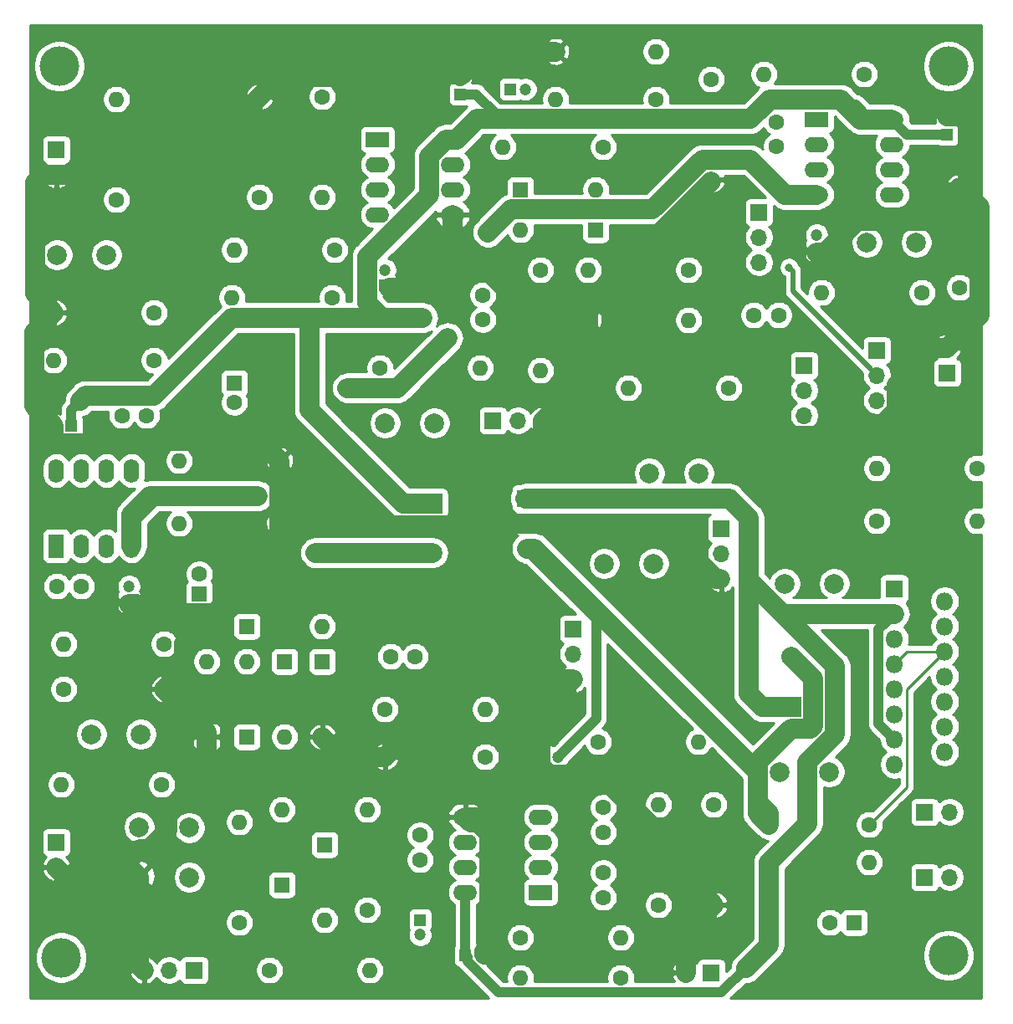
<source format=gbl>
G04 #@! TF.GenerationSoftware,KiCad,Pcbnew,5.1.5-5.1.5*
G04 #@! TF.CreationDate,2020-01-01T13:04:27+01:00*
G04 #@! TF.ProjectId,E-Guitar-Amp,452d4775-6974-4617-922d-416d702e6b69,rev?*
G04 #@! TF.SameCoordinates,Original*
G04 #@! TF.FileFunction,Copper,L2,Bot*
G04 #@! TF.FilePolarity,Positive*
%FSLAX46Y46*%
G04 Gerber Fmt 4.6, Leading zero omitted, Abs format (unit mm)*
G04 Created by KiCad (PCBNEW 5.1.5-5.1.5) date 2020-01-01 13:04:27*
%MOMM*%
%LPD*%
G04 APERTURE LIST*
%ADD10C,1.600000*%
%ADD11R,2.400000X1.600000*%
%ADD12O,2.400000X1.600000*%
%ADD13R,1.800000X1.800000*%
%ADD14O,1.800000X1.800000*%
%ADD15R,1.600000X2.400000*%
%ADD16O,1.600000X2.400000*%
%ADD17O,1.600000X1.600000*%
%ADD18R,1.700000X1.700000*%
%ADD19O,1.700000X1.700000*%
%ADD20R,1.600000X1.600000*%
%ADD21C,2.000000*%
%ADD22R,1.200000X1.200000*%
%ADD23C,1.200000*%
%ADD24R,2.000000X2.000000*%
%ADD25C,4.000000*%
%ADD26C,0.800000*%
%ADD27C,1.000000*%
%ADD28C,2.000000*%
%ADD29C,0.250000*%
%ADD30C,0.500000*%
%ADD31C,0.254000*%
G04 APERTURE END LIST*
D10*
X161544000Y-130302000D03*
X161544000Y-127802000D03*
X195326000Y-75184000D03*
X197826000Y-75184000D03*
X133858000Y-85344000D03*
X131358000Y-85344000D03*
X127254000Y-102616000D03*
X124754000Y-102616000D03*
D11*
X173736000Y-133604000D03*
D12*
X166116000Y-125984000D03*
X173736000Y-131064000D03*
X166116000Y-128524000D03*
X173736000Y-128524000D03*
X166116000Y-131064000D03*
X173736000Y-125984000D03*
X166116000Y-133604000D03*
D13*
X209550000Y-102870000D03*
D14*
X214630000Y-104140000D03*
X209550000Y-105410000D03*
X214630000Y-106680000D03*
X209550000Y-107950000D03*
X214630000Y-109220000D03*
X209550000Y-110490000D03*
X214630000Y-111760000D03*
X209550000Y-113030000D03*
X214630000Y-114300000D03*
X209550000Y-115570000D03*
X214630000Y-116840000D03*
X209550000Y-118110000D03*
X214630000Y-119380000D03*
X209550000Y-120650000D03*
D11*
X201676000Y-55372000D03*
D12*
X209296000Y-62992000D03*
X201676000Y-57912000D03*
X209296000Y-60452000D03*
X201676000Y-60452000D03*
X209296000Y-57912000D03*
X201676000Y-62992000D03*
X209296000Y-55372000D03*
D11*
X157226000Y-57404000D03*
D12*
X164846000Y-65024000D03*
X157226000Y-59944000D03*
X164846000Y-62484000D03*
X157226000Y-62484000D03*
X164846000Y-59944000D03*
X157226000Y-65024000D03*
X164846000Y-57404000D03*
D15*
X124714000Y-98552000D03*
D16*
X132334000Y-90932000D03*
X127254000Y-98552000D03*
X129794000Y-90932000D03*
X129794000Y-98552000D03*
X127254000Y-90932000D03*
X132334000Y-98552000D03*
X124714000Y-90932000D03*
D10*
X207010000Y-126746000D03*
D17*
X196850000Y-126746000D03*
D10*
X196850000Y-130556000D03*
D17*
X207010000Y-130556000D03*
D10*
X175260000Y-48514000D03*
D17*
X185420000Y-48514000D03*
D10*
X217932000Y-90678000D03*
D17*
X207772000Y-90678000D03*
D10*
X207772000Y-96012000D03*
D17*
X217932000Y-96012000D03*
D10*
X185420000Y-53340000D03*
D17*
X175260000Y-53340000D03*
D10*
X191008000Y-51308000D03*
D17*
X191008000Y-61468000D03*
D10*
X206502000Y-50800000D03*
D17*
X196342000Y-50800000D03*
D10*
X180086000Y-58166000D03*
D17*
X169926000Y-58166000D03*
D10*
X178562000Y-75692000D03*
D17*
X188722000Y-75692000D03*
D10*
X216154000Y-72390000D03*
D17*
X216154000Y-62230000D03*
D10*
X188722000Y-70612000D03*
D17*
X178562000Y-70612000D03*
D10*
X212344000Y-72898000D03*
D17*
X202184000Y-72898000D03*
D10*
X173736000Y-70612000D03*
D17*
X173736000Y-80772000D03*
D10*
X143256000Y-136652000D03*
D17*
X143256000Y-126492000D03*
D10*
X192786000Y-82550000D03*
D17*
X182626000Y-82550000D03*
D10*
X146304000Y-141478000D03*
D17*
X156464000Y-141478000D03*
D10*
X157480000Y-80518000D03*
D17*
X167640000Y-80518000D03*
D10*
X156210000Y-135382000D03*
D17*
X156210000Y-125222000D03*
D10*
X145288000Y-63246000D03*
D17*
X145288000Y-53086000D03*
D10*
X151638000Y-53086000D03*
D17*
X151638000Y-63246000D03*
D10*
X181864000Y-142240000D03*
D17*
X171704000Y-142240000D03*
D10*
X152654000Y-73406000D03*
D17*
X142494000Y-73406000D03*
D10*
X152908000Y-68580000D03*
D17*
X142748000Y-68580000D03*
D10*
X171704000Y-138176000D03*
D17*
X181864000Y-138176000D03*
D10*
X147320000Y-89916000D03*
D17*
X137160000Y-89916000D03*
D10*
X134620000Y-79756000D03*
D17*
X124460000Y-79756000D03*
D10*
X147320000Y-96266000D03*
D17*
X137160000Y-96266000D03*
D10*
X135636000Y-108458000D03*
D17*
X125476000Y-108458000D03*
D10*
X191262000Y-124714000D03*
D17*
X191262000Y-134874000D03*
D10*
X179578000Y-118364000D03*
D17*
X189738000Y-118364000D03*
D10*
X185674000Y-134874000D03*
D17*
X185674000Y-124714000D03*
D10*
X134620000Y-74930000D03*
D17*
X124460000Y-74930000D03*
D10*
X125476000Y-113030000D03*
D17*
X135636000Y-113030000D03*
D10*
X168148000Y-119888000D03*
D17*
X157988000Y-119888000D03*
D10*
X157988000Y-115062000D03*
D17*
X168148000Y-115062000D03*
D10*
X130810000Y-63500000D03*
D17*
X130810000Y-53340000D03*
D10*
X135382000Y-122682000D03*
D17*
X125222000Y-122682000D03*
D18*
X212598000Y-125476000D03*
D19*
X215138000Y-125476000D03*
D18*
X212598000Y-132080000D03*
D19*
X215138000Y-132080000D03*
D18*
X192024000Y-96774000D03*
D19*
X192024000Y-99314000D03*
X192024000Y-101854000D03*
D18*
X200406000Y-80264000D03*
D19*
X200406000Y-82804000D03*
X200406000Y-85344000D03*
D18*
X207772000Y-78740000D03*
D19*
X207772000Y-81280000D03*
X207772000Y-83820000D03*
D18*
X138684000Y-141478000D03*
D19*
X136144000Y-141478000D03*
X133604000Y-141478000D03*
D18*
X214884000Y-81026000D03*
D19*
X214884000Y-78486000D03*
D18*
X195834000Y-64770000D03*
D19*
X195834000Y-67310000D03*
X195834000Y-69850000D03*
D18*
X168910000Y-85852000D03*
D19*
X171450000Y-85852000D03*
X173990000Y-85852000D03*
D18*
X172212000Y-93726000D03*
D19*
X172212000Y-96266000D03*
X172212000Y-98806000D03*
D18*
X191008000Y-141732000D03*
D19*
X188468000Y-141732000D03*
D18*
X177038000Y-106934000D03*
D19*
X177038000Y-109474000D03*
X177038000Y-112014000D03*
D18*
X124714000Y-58420000D03*
D19*
X124714000Y-60960000D03*
D18*
X124714000Y-128524000D03*
D19*
X124714000Y-131064000D03*
D20*
X171704000Y-62484000D03*
D17*
X179324000Y-62484000D03*
D20*
X179324000Y-66548000D03*
D17*
X171704000Y-66548000D03*
D20*
X151892000Y-128778000D03*
D17*
X151892000Y-136398000D03*
D20*
X147574000Y-132842000D03*
D17*
X147574000Y-125222000D03*
D20*
X151638000Y-110236000D03*
D17*
X151638000Y-117856000D03*
D20*
X147828000Y-110236000D03*
D17*
X147828000Y-117856000D03*
D20*
X144018000Y-106680000D03*
D17*
X151638000Y-106680000D03*
D20*
X139954000Y-117856000D03*
D17*
X139954000Y-110236000D03*
D20*
X144018000Y-117856000D03*
D17*
X144018000Y-110236000D03*
D20*
X205486000Y-136652000D03*
D10*
X202986000Y-136652000D03*
D21*
X202946000Y-121412000D03*
X197946000Y-121412000D03*
X203454000Y-102362000D03*
X198454000Y-102362000D03*
D10*
X197612000Y-55626000D03*
X197612000Y-58126000D03*
D22*
X170688000Y-52324000D03*
D23*
X172188000Y-52324000D03*
D21*
X206756000Y-67818000D03*
X211756000Y-67818000D03*
X138176000Y-132080000D03*
X138176000Y-127080000D03*
X185166000Y-100330000D03*
X180166000Y-100330000D03*
X189738000Y-91186000D03*
X184738000Y-91186000D03*
X133096000Y-127000000D03*
X133096000Y-132000000D03*
D10*
X167894000Y-75652000D03*
X167894000Y-73152000D03*
D22*
X161544000Y-136398000D03*
D23*
X161544000Y-137898000D03*
D21*
X157988000Y-86106000D03*
X162988000Y-86106000D03*
D24*
X199136000Y-114808000D03*
D21*
X199136000Y-109808000D03*
D10*
X180086000Y-134112000D03*
X180086000Y-131612000D03*
D20*
X142748000Y-82042000D03*
D10*
X142748000Y-84042000D03*
D20*
X139192000Y-103378000D03*
D10*
X139192000Y-101378000D03*
X180086000Y-127508000D03*
X180086000Y-125008000D03*
D22*
X201676000Y-68580000D03*
D23*
X201676000Y-67080000D03*
D22*
X214884000Y-56896000D03*
D23*
X214884000Y-55396000D03*
D22*
X157988000Y-72136000D03*
D23*
X157988000Y-70636000D03*
D22*
X165608000Y-52832000D03*
D23*
X165608000Y-51332000D03*
D21*
X129794000Y-69088000D03*
X124794000Y-69088000D03*
X128270000Y-117602000D03*
X133270000Y-117602000D03*
D22*
X173990000Y-119888000D03*
D23*
X175490000Y-119888000D03*
D22*
X166116000Y-139954000D03*
D23*
X167616000Y-139954000D03*
D10*
X161036000Y-109728000D03*
X158536000Y-109728000D03*
D22*
X132080000Y-104140000D03*
D23*
X132080000Y-102640000D03*
D22*
X126238000Y-86360000D03*
D23*
X124738000Y-86360000D03*
D24*
X162814000Y-94234000D03*
D21*
X162814000Y-99234000D03*
D25*
X125000000Y-50000000D03*
X125222000Y-140208000D03*
X215000000Y-140000000D03*
X215000000Y-50000000D03*
D26*
X150956000Y-99234000D03*
X145288000Y-93472000D03*
X168402000Y-66802000D03*
X164338000Y-77470000D03*
X154178000Y-82550000D03*
X198882000Y-70358000D03*
D27*
X169477999Y-143740001D02*
X191960001Y-143740001D01*
X166315999Y-140578001D02*
X169477999Y-143740001D01*
X166315999Y-140153999D02*
X166315999Y-140578001D01*
X166116000Y-139954000D02*
X166315999Y-140153999D01*
X208650001Y-106309999D02*
X209550000Y-105410000D01*
X207949999Y-107010001D02*
X208650001Y-106309999D01*
X207949999Y-116509999D02*
X207949999Y-107010001D01*
X209550000Y-118110000D02*
X207949999Y-116509999D01*
X126238000Y-84760000D02*
X127154001Y-83843999D01*
X126238000Y-86360000D02*
X126238000Y-84760000D01*
X205595999Y-53871999D02*
X207096000Y-55372000D01*
X197145999Y-53871999D02*
X205595999Y-53871999D01*
X196111999Y-54905999D02*
X197145999Y-53871999D01*
X169281999Y-54905999D02*
X196111999Y-54905999D01*
X167208000Y-52832000D02*
X169281999Y-54905999D01*
X207096000Y-55372000D02*
X209296000Y-55372000D01*
X165608000Y-52832000D02*
X167208000Y-52832000D01*
D28*
X162814000Y-94234000D02*
X159814000Y-94234000D01*
X164157559Y-57404000D02*
X164846000Y-57404000D01*
X162445990Y-63032451D02*
X162445990Y-59115569D01*
X156187999Y-69290442D02*
X162445990Y-63032451D01*
X156187999Y-73979997D02*
X156187999Y-69290442D01*
X162445990Y-59115569D02*
X164157559Y-57404000D01*
X157646002Y-75438000D02*
X156187999Y-73979997D01*
X161798000Y-75438000D02*
X157646002Y-75438000D01*
X134588001Y-83343999D02*
X127654001Y-83343999D01*
X127654001Y-83343999D02*
X127154001Y-83843999D01*
X142494000Y-75438000D02*
X134588001Y-83343999D01*
X204095999Y-53371999D02*
X206096000Y-55372000D01*
X194937997Y-55340001D02*
X196905999Y-53371999D01*
X167309999Y-55340001D02*
X194937997Y-55340001D01*
X196905999Y-53371999D02*
X204095999Y-53371999D01*
X165246000Y-57404000D02*
X167309999Y-55340001D01*
X206096000Y-55372000D02*
X209296000Y-55372000D01*
X164846000Y-57404000D02*
X165246000Y-57404000D01*
D27*
X210820000Y-56896000D02*
X209296000Y-55372000D01*
X214884000Y-56896000D02*
X210820000Y-56896000D01*
X166116000Y-139954000D02*
X166116000Y-133604000D01*
D28*
X196136000Y-114808000D02*
X199136000Y-114808000D01*
X194818000Y-95707998D02*
X194818000Y-113490000D01*
X194818000Y-113490000D02*
X196136000Y-114808000D01*
X192836002Y-93726000D02*
X194818000Y-95707998D01*
X172212000Y-93726000D02*
X192836002Y-93726000D01*
X194818000Y-101982002D02*
X194818000Y-95707998D01*
X198245998Y-105410000D02*
X194818000Y-101982002D01*
X209550000Y-105410000D02*
X198245998Y-105410000D01*
X203536011Y-110700013D02*
X198245998Y-105410000D01*
X203536011Y-117679274D02*
X203536011Y-110700013D01*
X200745999Y-120469286D02*
X203536011Y-117679274D01*
X200745999Y-126660001D02*
X200745999Y-120469286D01*
X196850000Y-130556000D02*
X200745999Y-126660001D01*
X196850000Y-138938000D02*
X194564000Y-141224000D01*
X196850000Y-130556000D02*
X196850000Y-138938000D01*
D27*
X191960001Y-143740001D02*
X194564000Y-141224000D01*
D28*
X159814000Y-94234000D02*
X150368000Y-84788000D01*
X150368000Y-84788000D02*
X150368000Y-75438000D01*
X161798000Y-75438000D02*
X150368000Y-75438000D01*
X150368000Y-75438000D02*
X142494000Y-75438000D01*
D27*
X200836001Y-111508001D02*
X200135999Y-110807999D01*
X200836001Y-116368001D02*
X200836001Y-111508001D01*
X200696001Y-116508001D02*
X200836001Y-116368001D01*
X200333997Y-116508001D02*
X200696001Y-116508001D01*
X196245999Y-120595999D02*
X200333997Y-116508001D01*
X196245999Y-124420001D02*
X196245999Y-120595999D01*
X196850000Y-125024002D02*
X196245999Y-124420001D01*
X196850000Y-126746000D02*
X196850000Y-125024002D01*
X132334000Y-96352000D02*
X132334000Y-98552000D01*
X135214000Y-93472000D02*
X132334000Y-96352000D01*
X145288000Y-93472000D02*
X135214000Y-93472000D01*
D28*
X200135999Y-110807999D02*
X199136000Y-109808000D01*
X201336001Y-112008001D02*
X200135999Y-110807999D01*
X201336001Y-116768001D02*
X201336001Y-112008001D01*
X199093997Y-117008001D02*
X201096001Y-117008001D01*
X195745999Y-120355999D02*
X199093997Y-117008001D01*
X195745999Y-124510629D02*
X195745999Y-120355999D01*
X201096001Y-117008001D02*
X201336001Y-116768001D01*
X196850000Y-125614630D02*
X195745999Y-124510629D01*
X196850000Y-126746000D02*
X196850000Y-125614630D01*
X173140002Y-98806000D02*
X172362009Y-98806000D01*
X195745999Y-121411997D02*
X173140002Y-98806000D01*
X196850000Y-126746000D02*
X195745999Y-125641999D01*
X195745999Y-125641999D02*
X195745999Y-121411997D01*
D27*
X173061999Y-99655999D02*
X172212000Y-98806000D01*
X179349999Y-105943999D02*
X173061999Y-99655999D01*
X179349999Y-116028001D02*
X179349999Y-105943999D01*
X175490000Y-119888000D02*
X179349999Y-116028001D01*
D28*
X162814000Y-99234000D02*
X150956000Y-99234000D01*
X159258000Y-82550000D02*
X164338000Y-77470000D01*
X154178000Y-82550000D02*
X159258000Y-82550000D01*
X198476000Y-62992000D02*
X201676000Y-62992000D01*
X194951999Y-59467999D02*
X198476000Y-62992000D01*
X190096728Y-59467999D02*
X194951999Y-59467999D01*
X170719999Y-64484001D02*
X185080726Y-64484001D01*
X185080726Y-64484001D02*
X190096728Y-59467999D01*
X168402000Y-66802000D02*
X170719999Y-64484001D01*
X134214000Y-93472000D02*
X145119990Y-93472000D01*
X132334000Y-98552000D02*
X132334000Y-95352000D01*
X132334000Y-95352000D02*
X134214000Y-93472000D01*
D27*
X134418001Y-104878001D02*
X140552001Y-104878001D01*
X133680000Y-104140000D02*
X134418001Y-104878001D01*
X140552001Y-104878001D02*
X147320000Y-98110002D01*
X132080000Y-104140000D02*
X133680000Y-104140000D01*
X124738000Y-87320002D02*
X124738000Y-87208528D01*
X125077999Y-87660001D02*
X124738000Y-87320002D01*
X145064001Y-87660001D02*
X125077999Y-87660001D01*
X124738000Y-87208528D02*
X124738000Y-86360000D01*
X147320000Y-89916000D02*
X145064001Y-87660001D01*
X147320000Y-97397370D02*
X147320000Y-96266000D01*
X147320000Y-98110002D02*
X147320000Y-97397370D01*
X137136001Y-108294001D02*
X147320000Y-98110002D01*
X137136001Y-111529999D02*
X137136001Y-108294001D01*
X135636000Y-113030000D02*
X137136001Y-111529999D01*
X173990000Y-115062000D02*
X177038000Y-112014000D01*
X173990000Y-119888000D02*
X173990000Y-115062000D01*
X168215999Y-128083999D02*
X166116000Y-125984000D01*
X168215999Y-139354001D02*
X168215999Y-128083999D01*
X167616000Y-139954000D02*
X168215999Y-139354001D01*
X178562000Y-73914000D02*
X191008000Y-61468000D01*
X178562000Y-75692000D02*
X178562000Y-73914000D01*
X173714000Y-75692000D02*
X164846000Y-66824000D01*
X178562000Y-75692000D02*
X173714000Y-75692000D01*
X203276000Y-68580000D02*
X201676000Y-68580000D01*
X205738001Y-66117999D02*
X203276000Y-68580000D01*
X211134631Y-66117999D02*
X205738001Y-66117999D01*
X215022630Y-62230000D02*
X211134631Y-66117999D01*
X216154000Y-62230000D02*
X215022630Y-62230000D01*
X216044001Y-55595999D02*
X215083999Y-55595999D01*
X216953999Y-56505997D02*
X216044001Y-55595999D01*
X216154000Y-62230000D02*
X216953999Y-61430001D01*
X215083999Y-55595999D02*
X214884000Y-55396000D01*
X216953999Y-61430001D02*
X216953999Y-56505997D01*
X164846000Y-66878000D02*
X164846000Y-66824000D01*
X159588000Y-72136000D02*
X164846000Y-66878000D01*
X164846000Y-66824000D02*
X164846000Y-65024000D01*
X157988000Y-72136000D02*
X159588000Y-72136000D01*
X122959999Y-84581999D02*
X122959999Y-76430001D01*
X123660001Y-75729999D02*
X124460000Y-74930000D01*
X122959999Y-76430001D02*
X123660001Y-75729999D01*
X124738000Y-86360000D02*
X122959999Y-84581999D01*
X147042000Y-51332000D02*
X165608000Y-51332000D01*
X145288000Y-53086000D02*
X147042000Y-51332000D01*
X174128630Y-48514000D02*
X175260000Y-48514000D01*
X168704000Y-48514000D02*
X174128630Y-48514000D01*
X165886000Y-51332000D02*
X168704000Y-48514000D01*
X165608000Y-51332000D02*
X165886000Y-51332000D01*
X186436000Y-96266000D02*
X172212000Y-96266000D01*
X192024000Y-101854000D02*
X186436000Y-96266000D01*
D28*
X191529998Y-101854000D02*
X191873991Y-101854000D01*
X172212000Y-96266000D02*
X185941998Y-96266000D01*
X185941998Y-96266000D02*
X191529998Y-101854000D01*
X165862000Y-112014000D02*
X157988000Y-119888000D01*
X177038000Y-112014000D02*
X165862000Y-112014000D01*
X153670000Y-119888000D02*
X151638000Y-117856000D01*
X157988000Y-119888000D02*
X153670000Y-119888000D01*
X169316000Y-125984000D02*
X166116000Y-125984000D01*
X173689999Y-121610001D02*
X169316000Y-125984000D01*
X177038000Y-112014000D02*
X173689999Y-115362001D01*
X173689999Y-115362001D02*
X173689999Y-121610001D01*
X168516010Y-139053990D02*
X168016009Y-139553991D01*
X168516010Y-127695569D02*
X168516010Y-139053990D01*
X167344431Y-126523990D02*
X168516010Y-127695569D01*
X166116000Y-125984000D02*
X166655990Y-126523990D01*
X168016009Y-139553991D02*
X168016009Y-139873835D01*
X166655990Y-126523990D02*
X167344431Y-126523990D01*
X188468000Y-137668000D02*
X191262000Y-134874000D01*
X188468000Y-141732000D02*
X188468000Y-137668000D01*
X174625999Y-121688001D02*
X173689999Y-120752001D01*
X179726003Y-121688001D02*
X174625999Y-121688001D01*
X189261999Y-131223997D02*
X179726003Y-121688001D01*
X189261999Y-132873999D02*
X189261999Y-131223997D01*
X173689999Y-120752001D02*
X173689999Y-115362001D01*
X191262000Y-134874000D02*
X189261999Y-132873999D01*
X147320000Y-96266000D02*
X147320000Y-89916000D01*
X124677999Y-88160001D02*
X124437999Y-87920001D01*
X127803997Y-88160001D02*
X124677999Y-88160001D01*
X124437999Y-87920001D02*
X124437999Y-86360000D01*
X147320000Y-89916000D02*
X145319999Y-87915999D01*
X128047999Y-87915999D02*
X127803997Y-88160001D01*
X145319999Y-87915999D02*
X128047999Y-87915999D01*
X140952001Y-105378001D02*
X140495001Y-105378001D01*
X147320000Y-96266000D02*
X147320000Y-99010002D01*
X147320000Y-99010002D02*
X140952001Y-105378001D01*
X132888001Y-104440001D02*
X132080000Y-104440001D01*
X140952001Y-105378001D02*
X133826001Y-105378001D01*
X133826001Y-105378001D02*
X132888001Y-104440001D01*
X137636001Y-108694001D02*
X140952001Y-105378001D01*
X137636001Y-111029999D02*
X137636001Y-108694001D01*
X135636000Y-113030000D02*
X137636001Y-111029999D01*
X139954000Y-117348000D02*
X135636000Y-113030000D01*
X139954000Y-117856000D02*
X139954000Y-117348000D01*
X135975999Y-125390001D02*
X139954000Y-121412000D01*
X139954000Y-121412000D02*
X139954000Y-117856000D01*
X132096001Y-131000001D02*
X132096001Y-130285999D01*
X133096000Y-132000000D02*
X132096001Y-131000001D01*
X133181999Y-129200001D02*
X134152001Y-129200001D01*
X132096001Y-130285999D02*
X133181999Y-129200001D01*
X134152001Y-129200001D02*
X135975999Y-127376003D01*
X135975999Y-127376003D02*
X135975999Y-125390001D01*
X133096000Y-140970000D02*
X133604000Y-141478000D01*
X133096000Y-132000000D02*
X133096000Y-140970000D01*
X125650000Y-132000000D02*
X124714000Y-131064000D01*
X133096000Y-132000000D02*
X125650000Y-132000000D01*
X123660001Y-74130001D02*
X124460000Y-74930000D01*
X122593999Y-73063999D02*
X123660001Y-74130001D01*
X122593999Y-61759999D02*
X122593999Y-73063999D01*
X123393998Y-60960000D02*
X122593999Y-61759999D01*
X124714000Y-60960000D02*
X123393998Y-60960000D01*
X122459999Y-76930001D02*
X122459999Y-84382000D01*
X122459999Y-84382000D02*
X124437999Y-86360000D01*
X124460000Y-74930000D02*
X122459999Y-76930001D01*
X137414000Y-60960000D02*
X145288000Y-53086000D01*
X124714000Y-60960000D02*
X137414000Y-60960000D01*
X163399990Y-51131990D02*
X163948008Y-51131990D01*
X163353999Y-51085999D02*
X163399990Y-51131990D01*
X145288000Y-53086000D02*
X147288001Y-51085999D01*
X147288001Y-51085999D02*
X163353999Y-51085999D01*
X178562000Y-81280000D02*
X178562000Y-75692000D01*
X173990000Y-85852000D02*
X178562000Y-81280000D01*
X164846000Y-67143998D02*
X164846000Y-65024000D01*
X173394002Y-75692000D02*
X164846000Y-67143998D01*
X178562000Y-75692000D02*
X173394002Y-75692000D01*
X160233999Y-72436001D02*
X158388009Y-72436001D01*
X164846000Y-65024000D02*
X164846000Y-67824000D01*
X164846000Y-67824000D02*
X160233999Y-72436001D01*
X178562000Y-74114009D02*
X191008000Y-61668009D01*
X178562000Y-75692000D02*
X178562000Y-74114009D01*
X218154001Y-64230001D02*
X216953999Y-63029999D01*
X216953999Y-63029999D02*
X216154000Y-62230000D01*
X218154001Y-75215999D02*
X218154001Y-64230001D01*
X214884000Y-78486000D02*
X218154001Y-75215999D01*
X216444001Y-55095999D02*
X214884000Y-55095999D01*
X216953999Y-61430001D02*
X216953999Y-55605997D01*
X216953999Y-55605997D02*
X216444001Y-55095999D01*
X202540001Y-68880001D02*
X201676000Y-68880001D01*
X205802003Y-65617999D02*
X202540001Y-68880001D01*
X216154000Y-62230000D02*
X212766001Y-65617999D01*
X212766001Y-65617999D02*
X205802003Y-65617999D01*
X175532001Y-87394001D02*
X174839999Y-86701999D01*
X207232001Y-87394001D02*
X175532001Y-87394001D01*
X209822001Y-84804001D02*
X207232001Y-87394001D01*
X174839999Y-86701999D02*
X173990000Y-85852000D01*
X209822001Y-82227997D02*
X209822001Y-84804001D01*
X213563998Y-78486000D02*
X209822001Y-82227997D01*
X214884000Y-78486000D02*
X213563998Y-78486000D01*
X168125999Y-48514000D02*
X165608000Y-51031999D01*
X175260000Y-48514000D02*
X168125999Y-48514000D01*
X165925998Y-48514000D02*
X168125999Y-48514000D01*
X163353999Y-51085999D02*
X165925998Y-48514000D01*
X167386000Y-103564081D02*
X167386000Y-97536000D01*
X175835919Y-112014000D02*
X167386000Y-103564081D01*
X177038000Y-112014000D02*
X175835919Y-112014000D01*
X170241920Y-97033999D02*
X167386000Y-97536000D01*
X167386000Y-93658081D02*
X167386000Y-97536000D01*
X173990000Y-87054081D02*
X167386000Y-93658081D01*
X173990000Y-85852000D02*
X173990000Y-87054081D01*
X171009919Y-96266000D02*
X170241920Y-97033999D01*
X172212000Y-96266000D02*
X171009919Y-96266000D01*
X148451370Y-96266000D02*
X147320000Y-96266000D01*
X148619371Y-96434001D02*
X148451370Y-96266000D01*
X164942002Y-96266000D02*
X164774001Y-96434001D01*
X164774001Y-96434001D02*
X148619371Y-96434001D01*
X172212000Y-96266000D02*
X164942002Y-96266000D01*
D29*
X210775001Y-113074999D02*
X213730001Y-110119999D01*
X210775001Y-122980999D02*
X210775001Y-113074999D01*
X213730001Y-110119999D02*
X214630000Y-109220000D01*
X207010000Y-126746000D02*
X210775001Y-122980999D01*
X210820000Y-109220000D02*
X214630000Y-109220000D01*
X209550000Y-110490000D02*
X210820000Y-109220000D01*
D30*
X199281999Y-72789999D02*
X206922001Y-80430001D01*
X206922001Y-80430001D02*
X207772000Y-81280000D01*
X199281999Y-70757999D02*
X199281999Y-72789999D01*
X198882000Y-70358000D02*
X199281999Y-70757999D01*
D31*
G36*
X218313000Y-89290673D02*
G01*
X218073335Y-89243000D01*
X217790665Y-89243000D01*
X217513426Y-89298147D01*
X217252273Y-89406320D01*
X217017241Y-89563363D01*
X216817363Y-89763241D01*
X216660320Y-89998273D01*
X216552147Y-90259426D01*
X216497000Y-90536665D01*
X216497000Y-90819335D01*
X216552147Y-91096574D01*
X216660320Y-91357727D01*
X216817363Y-91592759D01*
X217017241Y-91792637D01*
X217252273Y-91949680D01*
X217513426Y-92057853D01*
X217790665Y-92113000D01*
X218073335Y-92113000D01*
X218313000Y-92065327D01*
X218313000Y-94624673D01*
X218073335Y-94577000D01*
X217790665Y-94577000D01*
X217513426Y-94632147D01*
X217252273Y-94740320D01*
X217017241Y-94897363D01*
X216817363Y-95097241D01*
X216660320Y-95332273D01*
X216552147Y-95593426D01*
X216497000Y-95870665D01*
X216497000Y-96153335D01*
X216552147Y-96430574D01*
X216660320Y-96691727D01*
X216817363Y-96926759D01*
X217017241Y-97126637D01*
X217252273Y-97283680D01*
X217513426Y-97391853D01*
X217790665Y-97447000D01*
X218073335Y-97447000D01*
X218313000Y-97399327D01*
X218313000Y-144340000D01*
X192972459Y-144340000D01*
X194503262Y-142860929D01*
X194564000Y-142866911D01*
X194884516Y-142835342D01*
X195192714Y-142741852D01*
X195476752Y-142590030D01*
X195663323Y-142436915D01*
X197949318Y-140150920D01*
X198011714Y-140099714D01*
X198216031Y-139850752D01*
X198274975Y-139740475D01*
X212365000Y-139740475D01*
X212365000Y-140259525D01*
X212466261Y-140768601D01*
X212664893Y-141248141D01*
X212953262Y-141679715D01*
X213320285Y-142046738D01*
X213751859Y-142335107D01*
X214231399Y-142533739D01*
X214740475Y-142635000D01*
X215259525Y-142635000D01*
X215768601Y-142533739D01*
X216248141Y-142335107D01*
X216679715Y-142046738D01*
X217046738Y-141679715D01*
X217335107Y-141248141D01*
X217533739Y-140768601D01*
X217635000Y-140259525D01*
X217635000Y-139740475D01*
X217533739Y-139231399D01*
X217335107Y-138751859D01*
X217046738Y-138320285D01*
X216679715Y-137953262D01*
X216248141Y-137664893D01*
X215768601Y-137466261D01*
X215259525Y-137365000D01*
X214740475Y-137365000D01*
X214231399Y-137466261D01*
X213751859Y-137664893D01*
X213320285Y-137953262D01*
X212953262Y-138320285D01*
X212664893Y-138751859D01*
X212466261Y-139231399D01*
X212365000Y-139740475D01*
X198274975Y-139740475D01*
X198367852Y-139566715D01*
X198461343Y-139258516D01*
X198485000Y-139018322D01*
X198485000Y-139018320D01*
X198492911Y-138938001D01*
X198485000Y-138857681D01*
X198485000Y-136510665D01*
X201551000Y-136510665D01*
X201551000Y-136793335D01*
X201606147Y-137070574D01*
X201714320Y-137331727D01*
X201871363Y-137566759D01*
X202071241Y-137766637D01*
X202306273Y-137923680D01*
X202567426Y-138031853D01*
X202844665Y-138087000D01*
X203127335Y-138087000D01*
X203404574Y-138031853D01*
X203665727Y-137923680D01*
X203900759Y-137766637D01*
X204067339Y-137600057D01*
X204096498Y-137696180D01*
X204155463Y-137806494D01*
X204234815Y-137903185D01*
X204331506Y-137982537D01*
X204441820Y-138041502D01*
X204561518Y-138077812D01*
X204686000Y-138090072D01*
X206286000Y-138090072D01*
X206410482Y-138077812D01*
X206530180Y-138041502D01*
X206640494Y-137982537D01*
X206737185Y-137903185D01*
X206816537Y-137806494D01*
X206875502Y-137696180D01*
X206911812Y-137576482D01*
X206924072Y-137452000D01*
X206924072Y-135852000D01*
X206911812Y-135727518D01*
X206875502Y-135607820D01*
X206816537Y-135497506D01*
X206737185Y-135400815D01*
X206640494Y-135321463D01*
X206530180Y-135262498D01*
X206410482Y-135226188D01*
X206286000Y-135213928D01*
X204686000Y-135213928D01*
X204561518Y-135226188D01*
X204441820Y-135262498D01*
X204331506Y-135321463D01*
X204234815Y-135400815D01*
X204155463Y-135497506D01*
X204096498Y-135607820D01*
X204067339Y-135703943D01*
X203900759Y-135537363D01*
X203665727Y-135380320D01*
X203404574Y-135272147D01*
X203127335Y-135217000D01*
X202844665Y-135217000D01*
X202567426Y-135272147D01*
X202306273Y-135380320D01*
X202071241Y-135537363D01*
X201871363Y-135737241D01*
X201714320Y-135972273D01*
X201606147Y-136233426D01*
X201551000Y-136510665D01*
X198485000Y-136510665D01*
X198485000Y-131233238D01*
X199303573Y-130414665D01*
X205575000Y-130414665D01*
X205575000Y-130697335D01*
X205630147Y-130974574D01*
X205738320Y-131235727D01*
X205895363Y-131470759D01*
X206095241Y-131670637D01*
X206330273Y-131827680D01*
X206591426Y-131935853D01*
X206868665Y-131991000D01*
X207151335Y-131991000D01*
X207428574Y-131935853D01*
X207689727Y-131827680D01*
X207924759Y-131670637D01*
X208124637Y-131470759D01*
X208281680Y-131235727D01*
X208284052Y-131230000D01*
X211109928Y-131230000D01*
X211109928Y-132930000D01*
X211122188Y-133054482D01*
X211158498Y-133174180D01*
X211217463Y-133284494D01*
X211296815Y-133381185D01*
X211393506Y-133460537D01*
X211503820Y-133519502D01*
X211623518Y-133555812D01*
X211748000Y-133568072D01*
X213448000Y-133568072D01*
X213572482Y-133555812D01*
X213692180Y-133519502D01*
X213802494Y-133460537D01*
X213899185Y-133381185D01*
X213978537Y-133284494D01*
X214037502Y-133174180D01*
X214059513Y-133101620D01*
X214191368Y-133233475D01*
X214434589Y-133395990D01*
X214704842Y-133507932D01*
X214991740Y-133565000D01*
X215284260Y-133565000D01*
X215571158Y-133507932D01*
X215841411Y-133395990D01*
X216084632Y-133233475D01*
X216291475Y-133026632D01*
X216453990Y-132783411D01*
X216565932Y-132513158D01*
X216623000Y-132226260D01*
X216623000Y-131933740D01*
X216565932Y-131646842D01*
X216453990Y-131376589D01*
X216291475Y-131133368D01*
X216084632Y-130926525D01*
X215841411Y-130764010D01*
X215571158Y-130652068D01*
X215284260Y-130595000D01*
X214991740Y-130595000D01*
X214704842Y-130652068D01*
X214434589Y-130764010D01*
X214191368Y-130926525D01*
X214059513Y-131058380D01*
X214037502Y-130985820D01*
X213978537Y-130875506D01*
X213899185Y-130778815D01*
X213802494Y-130699463D01*
X213692180Y-130640498D01*
X213572482Y-130604188D01*
X213448000Y-130591928D01*
X211748000Y-130591928D01*
X211623518Y-130604188D01*
X211503820Y-130640498D01*
X211393506Y-130699463D01*
X211296815Y-130778815D01*
X211217463Y-130875506D01*
X211158498Y-130985820D01*
X211122188Y-131105518D01*
X211109928Y-131230000D01*
X208284052Y-131230000D01*
X208389853Y-130974574D01*
X208445000Y-130697335D01*
X208445000Y-130414665D01*
X208389853Y-130137426D01*
X208281680Y-129876273D01*
X208124637Y-129641241D01*
X207924759Y-129441363D01*
X207689727Y-129284320D01*
X207428574Y-129176147D01*
X207151335Y-129121000D01*
X206868665Y-129121000D01*
X206591426Y-129176147D01*
X206330273Y-129284320D01*
X206095241Y-129441363D01*
X205895363Y-129641241D01*
X205738320Y-129876273D01*
X205630147Y-130137426D01*
X205575000Y-130414665D01*
X199303573Y-130414665D01*
X201845324Y-127872916D01*
X201907713Y-127821715D01*
X202112030Y-127572753D01*
X202263851Y-127288716D01*
X202274582Y-127253342D01*
X202357342Y-126980518D01*
X202388910Y-126660001D01*
X202380999Y-126579679D01*
X202380999Y-122947680D01*
X202469088Y-122984168D01*
X202784967Y-123047000D01*
X203107033Y-123047000D01*
X203422912Y-122984168D01*
X203720463Y-122860918D01*
X203988252Y-122681987D01*
X204215987Y-122454252D01*
X204394918Y-122186463D01*
X204518168Y-121888912D01*
X204581000Y-121573033D01*
X204581000Y-121250967D01*
X204518168Y-120935088D01*
X204394918Y-120637537D01*
X204215987Y-120369748D01*
X203988252Y-120142013D01*
X203720463Y-119963082D01*
X203610139Y-119917384D01*
X204635331Y-118892193D01*
X204697725Y-118840988D01*
X204902042Y-118592026D01*
X205053863Y-118307989D01*
X205147354Y-117999790D01*
X205155139Y-117920753D01*
X205178922Y-117679274D01*
X205171011Y-117598952D01*
X205171011Y-110780332D01*
X205178922Y-110700012D01*
X205171011Y-110619691D01*
X205147354Y-110379497D01*
X205053863Y-110071298D01*
X204902042Y-109787261D01*
X204697725Y-109538299D01*
X204635330Y-109487093D01*
X202193237Y-107045000D01*
X206812955Y-107045000D01*
X206815000Y-107065762D01*
X206814999Y-116454247D01*
X206809508Y-116509999D01*
X206814999Y-116565750D01*
X206831422Y-116732497D01*
X206896323Y-116946445D01*
X207001715Y-117143622D01*
X207143550Y-117316448D01*
X207186864Y-117351995D01*
X208015000Y-118180132D01*
X208015000Y-118261184D01*
X208073989Y-118557743D01*
X208189701Y-118837095D01*
X208357688Y-119088505D01*
X208571495Y-119302312D01*
X208687763Y-119380000D01*
X208571495Y-119457688D01*
X208357688Y-119671495D01*
X208189701Y-119922905D01*
X208073989Y-120202257D01*
X208015000Y-120498816D01*
X208015000Y-120801184D01*
X208073989Y-121097743D01*
X208189701Y-121377095D01*
X208357688Y-121628505D01*
X208571495Y-121842312D01*
X208822905Y-122010299D01*
X209102257Y-122126011D01*
X209398816Y-122185000D01*
X209701184Y-122185000D01*
X209997743Y-122126011D01*
X210015001Y-122118862D01*
X210015001Y-122666196D01*
X207333886Y-125347312D01*
X207151335Y-125311000D01*
X206868665Y-125311000D01*
X206591426Y-125366147D01*
X206330273Y-125474320D01*
X206095241Y-125631363D01*
X205895363Y-125831241D01*
X205738320Y-126066273D01*
X205630147Y-126327426D01*
X205575000Y-126604665D01*
X205575000Y-126887335D01*
X205630147Y-127164574D01*
X205738320Y-127425727D01*
X205895363Y-127660759D01*
X206095241Y-127860637D01*
X206330273Y-128017680D01*
X206591426Y-128125853D01*
X206868665Y-128181000D01*
X207151335Y-128181000D01*
X207428574Y-128125853D01*
X207689727Y-128017680D01*
X207924759Y-127860637D01*
X208124637Y-127660759D01*
X208281680Y-127425727D01*
X208389853Y-127164574D01*
X208445000Y-126887335D01*
X208445000Y-126604665D01*
X208408688Y-126422114D01*
X210204802Y-124626000D01*
X211109928Y-124626000D01*
X211109928Y-126326000D01*
X211122188Y-126450482D01*
X211158498Y-126570180D01*
X211217463Y-126680494D01*
X211296815Y-126777185D01*
X211393506Y-126856537D01*
X211503820Y-126915502D01*
X211623518Y-126951812D01*
X211748000Y-126964072D01*
X213448000Y-126964072D01*
X213572482Y-126951812D01*
X213692180Y-126915502D01*
X213802494Y-126856537D01*
X213899185Y-126777185D01*
X213978537Y-126680494D01*
X214037502Y-126570180D01*
X214059513Y-126497620D01*
X214191368Y-126629475D01*
X214434589Y-126791990D01*
X214704842Y-126903932D01*
X214991740Y-126961000D01*
X215284260Y-126961000D01*
X215571158Y-126903932D01*
X215841411Y-126791990D01*
X216084632Y-126629475D01*
X216291475Y-126422632D01*
X216453990Y-126179411D01*
X216565932Y-125909158D01*
X216623000Y-125622260D01*
X216623000Y-125329740D01*
X216565932Y-125042842D01*
X216453990Y-124772589D01*
X216291475Y-124529368D01*
X216084632Y-124322525D01*
X215841411Y-124160010D01*
X215571158Y-124048068D01*
X215284260Y-123991000D01*
X214991740Y-123991000D01*
X214704842Y-124048068D01*
X214434589Y-124160010D01*
X214191368Y-124322525D01*
X214059513Y-124454380D01*
X214037502Y-124381820D01*
X213978537Y-124271506D01*
X213899185Y-124174815D01*
X213802494Y-124095463D01*
X213692180Y-124036498D01*
X213572482Y-124000188D01*
X213448000Y-123987928D01*
X211748000Y-123987928D01*
X211623518Y-124000188D01*
X211503820Y-124036498D01*
X211393506Y-124095463D01*
X211296815Y-124174815D01*
X211217463Y-124271506D01*
X211158498Y-124381820D01*
X211122188Y-124501518D01*
X211109928Y-124626000D01*
X210204802Y-124626000D01*
X211286010Y-123544793D01*
X211315002Y-123521000D01*
X211338796Y-123492007D01*
X211338800Y-123492003D01*
X211409974Y-123405276D01*
X211409975Y-123405275D01*
X211480547Y-123273246D01*
X211524004Y-123129985D01*
X211535001Y-123018332D01*
X211535001Y-123018323D01*
X211538677Y-122981000D01*
X211535001Y-122943677D01*
X211535001Y-113389800D01*
X213095000Y-111829802D01*
X213095000Y-111911184D01*
X213153989Y-112207743D01*
X213269701Y-112487095D01*
X213437688Y-112738505D01*
X213651495Y-112952312D01*
X213767763Y-113030000D01*
X213651495Y-113107688D01*
X213437688Y-113321495D01*
X213269701Y-113572905D01*
X213153989Y-113852257D01*
X213095000Y-114148816D01*
X213095000Y-114451184D01*
X213153989Y-114747743D01*
X213269701Y-115027095D01*
X213437688Y-115278505D01*
X213651495Y-115492312D01*
X213767763Y-115570000D01*
X213651495Y-115647688D01*
X213437688Y-115861495D01*
X213269701Y-116112905D01*
X213153989Y-116392257D01*
X213095000Y-116688816D01*
X213095000Y-116991184D01*
X213153989Y-117287743D01*
X213269701Y-117567095D01*
X213437688Y-117818505D01*
X213651495Y-118032312D01*
X213767763Y-118110000D01*
X213651495Y-118187688D01*
X213437688Y-118401495D01*
X213269701Y-118652905D01*
X213153989Y-118932257D01*
X213095000Y-119228816D01*
X213095000Y-119531184D01*
X213153989Y-119827743D01*
X213269701Y-120107095D01*
X213437688Y-120358505D01*
X213651495Y-120572312D01*
X213902905Y-120740299D01*
X214182257Y-120856011D01*
X214478816Y-120915000D01*
X214781184Y-120915000D01*
X215077743Y-120856011D01*
X215357095Y-120740299D01*
X215608505Y-120572312D01*
X215822312Y-120358505D01*
X215990299Y-120107095D01*
X216106011Y-119827743D01*
X216165000Y-119531184D01*
X216165000Y-119228816D01*
X216106011Y-118932257D01*
X215990299Y-118652905D01*
X215822312Y-118401495D01*
X215608505Y-118187688D01*
X215492237Y-118110000D01*
X215608505Y-118032312D01*
X215822312Y-117818505D01*
X215990299Y-117567095D01*
X216106011Y-117287743D01*
X216165000Y-116991184D01*
X216165000Y-116688816D01*
X216106011Y-116392257D01*
X215990299Y-116112905D01*
X215822312Y-115861495D01*
X215608505Y-115647688D01*
X215492237Y-115570000D01*
X215608505Y-115492312D01*
X215822312Y-115278505D01*
X215990299Y-115027095D01*
X216106011Y-114747743D01*
X216165000Y-114451184D01*
X216165000Y-114148816D01*
X216106011Y-113852257D01*
X215990299Y-113572905D01*
X215822312Y-113321495D01*
X215608505Y-113107688D01*
X215492237Y-113030000D01*
X215608505Y-112952312D01*
X215822312Y-112738505D01*
X215990299Y-112487095D01*
X216106011Y-112207743D01*
X216165000Y-111911184D01*
X216165000Y-111608816D01*
X216106011Y-111312257D01*
X215990299Y-111032905D01*
X215822312Y-110781495D01*
X215608505Y-110567688D01*
X215492237Y-110490000D01*
X215608505Y-110412312D01*
X215822312Y-110198505D01*
X215990299Y-109947095D01*
X216106011Y-109667743D01*
X216165000Y-109371184D01*
X216165000Y-109068816D01*
X216106011Y-108772257D01*
X215990299Y-108492905D01*
X215822312Y-108241495D01*
X215608505Y-108027688D01*
X215492237Y-107950000D01*
X215608505Y-107872312D01*
X215822312Y-107658505D01*
X215990299Y-107407095D01*
X216106011Y-107127743D01*
X216165000Y-106831184D01*
X216165000Y-106528816D01*
X216106011Y-106232257D01*
X215990299Y-105952905D01*
X215822312Y-105701495D01*
X215608505Y-105487688D01*
X215492237Y-105410000D01*
X215608505Y-105332312D01*
X215822312Y-105118505D01*
X215990299Y-104867095D01*
X216106011Y-104587743D01*
X216165000Y-104291184D01*
X216165000Y-103988816D01*
X216106011Y-103692257D01*
X215990299Y-103412905D01*
X215822312Y-103161495D01*
X215608505Y-102947688D01*
X215357095Y-102779701D01*
X215077743Y-102663989D01*
X214781184Y-102605000D01*
X214478816Y-102605000D01*
X214182257Y-102663989D01*
X213902905Y-102779701D01*
X213651495Y-102947688D01*
X213437688Y-103161495D01*
X213269701Y-103412905D01*
X213153989Y-103692257D01*
X213095000Y-103988816D01*
X213095000Y-104291184D01*
X213153989Y-104587743D01*
X213269701Y-104867095D01*
X213437688Y-105118505D01*
X213651495Y-105332312D01*
X213767763Y-105410000D01*
X213651495Y-105487688D01*
X213437688Y-105701495D01*
X213269701Y-105952905D01*
X213153989Y-106232257D01*
X213095000Y-106528816D01*
X213095000Y-106831184D01*
X213153989Y-107127743D01*
X213269701Y-107407095D01*
X213437688Y-107658505D01*
X213651495Y-107872312D01*
X213767763Y-107950000D01*
X213651495Y-108027688D01*
X213437688Y-108241495D01*
X213291687Y-108460000D01*
X211000223Y-108460000D01*
X211026011Y-108397743D01*
X211085000Y-108101184D01*
X211085000Y-107798816D01*
X211026011Y-107502257D01*
X210910299Y-107222905D01*
X210742312Y-106971495D01*
X210528505Y-106757688D01*
X210504581Y-106741703D01*
X210711714Y-106571714D01*
X210916031Y-106322752D01*
X211067852Y-106038715D01*
X211161343Y-105730516D01*
X211192911Y-105410000D01*
X211161343Y-105089484D01*
X211067852Y-104781285D01*
X210916031Y-104497248D01*
X210769810Y-104319076D01*
X210804494Y-104300537D01*
X210901185Y-104221185D01*
X210980537Y-104124494D01*
X211039502Y-104014180D01*
X211075812Y-103894482D01*
X211088072Y-103770000D01*
X211088072Y-101970000D01*
X211075812Y-101845518D01*
X211039502Y-101725820D01*
X210980537Y-101615506D01*
X210901185Y-101518815D01*
X210804494Y-101439463D01*
X210694180Y-101380498D01*
X210574482Y-101344188D01*
X210450000Y-101331928D01*
X208650000Y-101331928D01*
X208525518Y-101344188D01*
X208405820Y-101380498D01*
X208295506Y-101439463D01*
X208198815Y-101518815D01*
X208119463Y-101615506D01*
X208060498Y-101725820D01*
X208024188Y-101845518D01*
X208011928Y-101970000D01*
X208011928Y-103770000D01*
X208012420Y-103775000D01*
X204282218Y-103775000D01*
X204496252Y-103631987D01*
X204723987Y-103404252D01*
X204902918Y-103136463D01*
X205026168Y-102838912D01*
X205089000Y-102523033D01*
X205089000Y-102200967D01*
X205026168Y-101885088D01*
X204902918Y-101587537D01*
X204723987Y-101319748D01*
X204496252Y-101092013D01*
X204228463Y-100913082D01*
X203930912Y-100789832D01*
X203615033Y-100727000D01*
X203292967Y-100727000D01*
X202977088Y-100789832D01*
X202679537Y-100913082D01*
X202411748Y-101092013D01*
X202184013Y-101319748D01*
X202005082Y-101587537D01*
X201881832Y-101885088D01*
X201819000Y-102200967D01*
X201819000Y-102523033D01*
X201881832Y-102838912D01*
X202005082Y-103136463D01*
X202184013Y-103404252D01*
X202411748Y-103631987D01*
X202625782Y-103775000D01*
X199282218Y-103775000D01*
X199496252Y-103631987D01*
X199723987Y-103404252D01*
X199902918Y-103136463D01*
X200026168Y-102838912D01*
X200089000Y-102523033D01*
X200089000Y-102200967D01*
X200026168Y-101885088D01*
X199902918Y-101587537D01*
X199723987Y-101319748D01*
X199496252Y-101092013D01*
X199228463Y-100913082D01*
X198930912Y-100789832D01*
X198615033Y-100727000D01*
X198292967Y-100727000D01*
X197977088Y-100789832D01*
X197679537Y-100913082D01*
X197411748Y-101092013D01*
X197184013Y-101319748D01*
X197005082Y-101587537D01*
X196926203Y-101777967D01*
X196453000Y-101304764D01*
X196453000Y-95870665D01*
X206337000Y-95870665D01*
X206337000Y-96153335D01*
X206392147Y-96430574D01*
X206500320Y-96691727D01*
X206657363Y-96926759D01*
X206857241Y-97126637D01*
X207092273Y-97283680D01*
X207353426Y-97391853D01*
X207630665Y-97447000D01*
X207913335Y-97447000D01*
X208190574Y-97391853D01*
X208451727Y-97283680D01*
X208686759Y-97126637D01*
X208886637Y-96926759D01*
X209043680Y-96691727D01*
X209151853Y-96430574D01*
X209207000Y-96153335D01*
X209207000Y-95870665D01*
X209151853Y-95593426D01*
X209043680Y-95332273D01*
X208886637Y-95097241D01*
X208686759Y-94897363D01*
X208451727Y-94740320D01*
X208190574Y-94632147D01*
X207913335Y-94577000D01*
X207630665Y-94577000D01*
X207353426Y-94632147D01*
X207092273Y-94740320D01*
X206857241Y-94897363D01*
X206657363Y-95097241D01*
X206500320Y-95332273D01*
X206392147Y-95593426D01*
X206337000Y-95870665D01*
X196453000Y-95870665D01*
X196453000Y-95788317D01*
X196460911Y-95707997D01*
X196450277Y-95600030D01*
X196429343Y-95387482D01*
X196335852Y-95079283D01*
X196184031Y-94795246D01*
X195979714Y-94546284D01*
X195917320Y-94495079D01*
X194048927Y-92626687D01*
X193997716Y-92564286D01*
X193748754Y-92359969D01*
X193464717Y-92208148D01*
X193156518Y-92114657D01*
X192916324Y-92091000D01*
X192916321Y-92091000D01*
X192836002Y-92083089D01*
X192755683Y-92091000D01*
X191099696Y-92091000D01*
X191186918Y-91960463D01*
X191310168Y-91662912D01*
X191373000Y-91347033D01*
X191373000Y-91024967D01*
X191310168Y-90709088D01*
X191238748Y-90536665D01*
X206337000Y-90536665D01*
X206337000Y-90819335D01*
X206392147Y-91096574D01*
X206500320Y-91357727D01*
X206657363Y-91592759D01*
X206857241Y-91792637D01*
X207092273Y-91949680D01*
X207353426Y-92057853D01*
X207630665Y-92113000D01*
X207913335Y-92113000D01*
X208190574Y-92057853D01*
X208451727Y-91949680D01*
X208686759Y-91792637D01*
X208886637Y-91592759D01*
X209043680Y-91357727D01*
X209151853Y-91096574D01*
X209207000Y-90819335D01*
X209207000Y-90536665D01*
X209151853Y-90259426D01*
X209043680Y-89998273D01*
X208886637Y-89763241D01*
X208686759Y-89563363D01*
X208451727Y-89406320D01*
X208190574Y-89298147D01*
X207913335Y-89243000D01*
X207630665Y-89243000D01*
X207353426Y-89298147D01*
X207092273Y-89406320D01*
X206857241Y-89563363D01*
X206657363Y-89763241D01*
X206500320Y-89998273D01*
X206392147Y-90259426D01*
X206337000Y-90536665D01*
X191238748Y-90536665D01*
X191186918Y-90411537D01*
X191007987Y-90143748D01*
X190780252Y-89916013D01*
X190512463Y-89737082D01*
X190214912Y-89613832D01*
X189899033Y-89551000D01*
X189576967Y-89551000D01*
X189261088Y-89613832D01*
X188963537Y-89737082D01*
X188695748Y-89916013D01*
X188468013Y-90143748D01*
X188289082Y-90411537D01*
X188165832Y-90709088D01*
X188103000Y-91024967D01*
X188103000Y-91347033D01*
X188165832Y-91662912D01*
X188289082Y-91960463D01*
X188376304Y-92091000D01*
X186099696Y-92091000D01*
X186186918Y-91960463D01*
X186310168Y-91662912D01*
X186373000Y-91347033D01*
X186373000Y-91024967D01*
X186310168Y-90709088D01*
X186186918Y-90411537D01*
X186007987Y-90143748D01*
X185780252Y-89916013D01*
X185512463Y-89737082D01*
X185214912Y-89613832D01*
X184899033Y-89551000D01*
X184576967Y-89551000D01*
X184261088Y-89613832D01*
X183963537Y-89737082D01*
X183695748Y-89916013D01*
X183468013Y-90143748D01*
X183289082Y-90411537D01*
X183165832Y-90709088D01*
X183103000Y-91024967D01*
X183103000Y-91347033D01*
X183165832Y-91662912D01*
X183289082Y-91960463D01*
X183376304Y-92091000D01*
X172131678Y-92091000D01*
X171891484Y-92114657D01*
X171583285Y-92208148D01*
X171527571Y-92237928D01*
X171362000Y-92237928D01*
X171237518Y-92250188D01*
X171117820Y-92286498D01*
X171007506Y-92345463D01*
X170910815Y-92424815D01*
X170831463Y-92521506D01*
X170772498Y-92631820D01*
X170736188Y-92751518D01*
X170723928Y-92876000D01*
X170723928Y-93041571D01*
X170694148Y-93097285D01*
X170600657Y-93405484D01*
X170569089Y-93726000D01*
X170600657Y-94046516D01*
X170694148Y-94354715D01*
X170723928Y-94410429D01*
X170723928Y-94576000D01*
X170736188Y-94700482D01*
X170772498Y-94820180D01*
X170831463Y-94930494D01*
X170910815Y-95027185D01*
X171007506Y-95106537D01*
X171117820Y-95165502D01*
X171198466Y-95189966D01*
X171114412Y-95265731D01*
X170940359Y-95499080D01*
X170815175Y-95761901D01*
X170770524Y-95909110D01*
X170891845Y-96139000D01*
X172085000Y-96139000D01*
X172085000Y-96119000D01*
X172339000Y-96119000D01*
X172339000Y-96139000D01*
X173532155Y-96139000D01*
X173653476Y-95909110D01*
X173608825Y-95761901D01*
X173483641Y-95499080D01*
X173380648Y-95361000D01*
X190880239Y-95361000D01*
X190819506Y-95393463D01*
X190722815Y-95472815D01*
X190643463Y-95569506D01*
X190584498Y-95679820D01*
X190548188Y-95799518D01*
X190535928Y-95924000D01*
X190535928Y-97624000D01*
X190548188Y-97748482D01*
X190584498Y-97868180D01*
X190643463Y-97978494D01*
X190722815Y-98075185D01*
X190819506Y-98154537D01*
X190929820Y-98213502D01*
X191002380Y-98235513D01*
X190870525Y-98367368D01*
X190708010Y-98610589D01*
X190596068Y-98880842D01*
X190539000Y-99167740D01*
X190539000Y-99460260D01*
X190596068Y-99747158D01*
X190708010Y-100017411D01*
X190870525Y-100260632D01*
X191077368Y-100467475D01*
X191259534Y-100589195D01*
X191142645Y-100658822D01*
X190926412Y-100853731D01*
X190752359Y-101087080D01*
X190627175Y-101349901D01*
X190582524Y-101497110D01*
X190703845Y-101727000D01*
X191897000Y-101727000D01*
X191897000Y-101707000D01*
X192151000Y-101707000D01*
X192151000Y-101727000D01*
X192171000Y-101727000D01*
X192171000Y-101981000D01*
X192151000Y-101981000D01*
X192151000Y-103174814D01*
X192380891Y-103295481D01*
X192655252Y-103198157D01*
X192905355Y-103049178D01*
X193121588Y-102854269D01*
X193183000Y-102771935D01*
X193183001Y-113409671D01*
X193175089Y-113490000D01*
X193206658Y-113810516D01*
X193300148Y-114118714D01*
X193397381Y-114300624D01*
X193451970Y-114402752D01*
X193656287Y-114651714D01*
X193718682Y-114702920D01*
X194923079Y-115907318D01*
X194974286Y-115969714D01*
X195223248Y-116174031D01*
X195507285Y-116325852D01*
X195815484Y-116419343D01*
X196055678Y-116443000D01*
X196055680Y-116443000D01*
X196135999Y-116450911D01*
X196216319Y-116443000D01*
X197346759Y-116443000D01*
X195218001Y-118571759D01*
X178857132Y-102210890D01*
X190582524Y-102210890D01*
X190627175Y-102358099D01*
X190752359Y-102620920D01*
X190926412Y-102854269D01*
X191142645Y-103049178D01*
X191392748Y-103198157D01*
X191667109Y-103295481D01*
X191897000Y-103174814D01*
X191897000Y-101981000D01*
X190703845Y-101981000D01*
X190582524Y-102210890D01*
X178857132Y-102210890D01*
X176815208Y-100168967D01*
X178531000Y-100168967D01*
X178531000Y-100491033D01*
X178593832Y-100806912D01*
X178717082Y-101104463D01*
X178896013Y-101372252D01*
X179123748Y-101599987D01*
X179391537Y-101778918D01*
X179689088Y-101902168D01*
X180004967Y-101965000D01*
X180327033Y-101965000D01*
X180642912Y-101902168D01*
X180940463Y-101778918D01*
X181208252Y-101599987D01*
X181435987Y-101372252D01*
X181614918Y-101104463D01*
X181738168Y-100806912D01*
X181801000Y-100491033D01*
X181801000Y-100168967D01*
X183531000Y-100168967D01*
X183531000Y-100491033D01*
X183593832Y-100806912D01*
X183717082Y-101104463D01*
X183896013Y-101372252D01*
X184123748Y-101599987D01*
X184391537Y-101778918D01*
X184689088Y-101902168D01*
X185004967Y-101965000D01*
X185327033Y-101965000D01*
X185642912Y-101902168D01*
X185940463Y-101778918D01*
X186208252Y-101599987D01*
X186435987Y-101372252D01*
X186614918Y-101104463D01*
X186738168Y-100806912D01*
X186801000Y-100491033D01*
X186801000Y-100168967D01*
X186738168Y-99853088D01*
X186614918Y-99555537D01*
X186435987Y-99287748D01*
X186208252Y-99060013D01*
X185940463Y-98881082D01*
X185642912Y-98757832D01*
X185327033Y-98695000D01*
X185004967Y-98695000D01*
X184689088Y-98757832D01*
X184391537Y-98881082D01*
X184123748Y-99060013D01*
X183896013Y-99287748D01*
X183717082Y-99555537D01*
X183593832Y-99853088D01*
X183531000Y-100168967D01*
X181801000Y-100168967D01*
X181738168Y-99853088D01*
X181614918Y-99555537D01*
X181435987Y-99287748D01*
X181208252Y-99060013D01*
X180940463Y-98881082D01*
X180642912Y-98757832D01*
X180327033Y-98695000D01*
X180004967Y-98695000D01*
X179689088Y-98757832D01*
X179391537Y-98881082D01*
X179123748Y-99060013D01*
X178896013Y-99287748D01*
X178717082Y-99555537D01*
X178593832Y-99853088D01*
X178531000Y-100168967D01*
X176815208Y-100168967D01*
X174352927Y-97706687D01*
X174301716Y-97644286D01*
X174052754Y-97439969D01*
X173768717Y-97288148D01*
X173460518Y-97194657D01*
X173369676Y-97185710D01*
X173483641Y-97032920D01*
X173608825Y-96770099D01*
X173653476Y-96622890D01*
X173532155Y-96393000D01*
X172339000Y-96393000D01*
X172339000Y-96413000D01*
X172085000Y-96413000D01*
X172085000Y-96393000D01*
X170891845Y-96393000D01*
X170770524Y-96622890D01*
X170815175Y-96770099D01*
X170940359Y-97032920D01*
X171114412Y-97266269D01*
X171330645Y-97461178D01*
X171384398Y-97493197D01*
X171200295Y-97644286D01*
X170995978Y-97893248D01*
X170844157Y-98177285D01*
X170786936Y-98365919D01*
X170784068Y-98372842D01*
X170782606Y-98380191D01*
X170750666Y-98485484D01*
X170739882Y-98594981D01*
X170727000Y-98659740D01*
X170727000Y-98725769D01*
X170719098Y-98806000D01*
X170727000Y-98886231D01*
X170727000Y-98952260D01*
X170739882Y-99017019D01*
X170750666Y-99126516D01*
X170782606Y-99231809D01*
X170784068Y-99239158D01*
X170786936Y-99246081D01*
X170844157Y-99434715D01*
X170995978Y-99718752D01*
X171200295Y-99967714D01*
X171449257Y-100172031D01*
X171733294Y-100323852D01*
X172041493Y-100417343D01*
X172237518Y-100436650D01*
X172298855Y-100497987D01*
X172298861Y-100497992D01*
X177246796Y-105445928D01*
X176188000Y-105445928D01*
X176063518Y-105458188D01*
X175943820Y-105494498D01*
X175833506Y-105553463D01*
X175736815Y-105632815D01*
X175657463Y-105729506D01*
X175598498Y-105839820D01*
X175562188Y-105959518D01*
X175549928Y-106084000D01*
X175549928Y-107784000D01*
X175562188Y-107908482D01*
X175598498Y-108028180D01*
X175657463Y-108138494D01*
X175736815Y-108235185D01*
X175833506Y-108314537D01*
X175943820Y-108373502D01*
X176016380Y-108395513D01*
X175884525Y-108527368D01*
X175722010Y-108770589D01*
X175610068Y-109040842D01*
X175553000Y-109327740D01*
X175553000Y-109620260D01*
X175610068Y-109907158D01*
X175722010Y-110177411D01*
X175884525Y-110420632D01*
X176091368Y-110627475D01*
X176273534Y-110749195D01*
X176156645Y-110818822D01*
X175940412Y-111013731D01*
X175766359Y-111247080D01*
X175641175Y-111509901D01*
X175596524Y-111657110D01*
X175717845Y-111887000D01*
X176911000Y-111887000D01*
X176911000Y-111867000D01*
X177165000Y-111867000D01*
X177165000Y-111887000D01*
X177185000Y-111887000D01*
X177185000Y-112141000D01*
X177165000Y-112141000D01*
X177165000Y-113334814D01*
X177394891Y-113455481D01*
X177669252Y-113358157D01*
X177919355Y-113209178D01*
X178135588Y-113014269D01*
X178214999Y-112907804D01*
X178214999Y-115557869D01*
X175031853Y-118741016D01*
X174960478Y-118770581D01*
X174944494Y-118757463D01*
X174834180Y-118698498D01*
X174714482Y-118662188D01*
X174590000Y-118649928D01*
X174275750Y-118653000D01*
X174117000Y-118811750D01*
X174117000Y-119761000D01*
X174137000Y-119761000D01*
X174137000Y-120015000D01*
X174117000Y-120015000D01*
X174117000Y-120964250D01*
X174275750Y-121123000D01*
X174590000Y-121126072D01*
X174714482Y-121113812D01*
X174834180Y-121077502D01*
X174944494Y-121018537D01*
X174960478Y-121005419D01*
X175129764Y-121075540D01*
X175368363Y-121123000D01*
X175611637Y-121123000D01*
X175850236Y-121075540D01*
X176074992Y-120982443D01*
X176277267Y-120847287D01*
X176449287Y-120675267D01*
X176584443Y-120472992D01*
X176636984Y-120346147D01*
X178198853Y-118784278D01*
X178306320Y-119043727D01*
X178463363Y-119278759D01*
X178663241Y-119478637D01*
X178898273Y-119635680D01*
X179159426Y-119743853D01*
X179436665Y-119799000D01*
X179719335Y-119799000D01*
X179996574Y-119743853D01*
X180257727Y-119635680D01*
X180492759Y-119478637D01*
X180692637Y-119278759D01*
X180849680Y-119043727D01*
X180957853Y-118782574D01*
X181013000Y-118505335D01*
X181013000Y-118222665D01*
X180957853Y-117945426D01*
X180849680Y-117684273D01*
X180692637Y-117449241D01*
X180492759Y-117249363D01*
X180257727Y-117092320D01*
X179998279Y-116984853D01*
X180113140Y-116869992D01*
X180156448Y-116834450D01*
X180298283Y-116661624D01*
X180403675Y-116464448D01*
X180468576Y-116250500D01*
X180484999Y-116083753D01*
X180484999Y-116083752D01*
X180490490Y-116028001D01*
X180484999Y-115972250D01*
X180484999Y-108463236D01*
X189097736Y-117075974D01*
X189058273Y-117092320D01*
X188823241Y-117249363D01*
X188623363Y-117449241D01*
X188466320Y-117684273D01*
X188358147Y-117945426D01*
X188303000Y-118222665D01*
X188303000Y-118505335D01*
X188358147Y-118782574D01*
X188466320Y-119043727D01*
X188623363Y-119278759D01*
X188823241Y-119478637D01*
X189058273Y-119635680D01*
X189319426Y-119743853D01*
X189596665Y-119799000D01*
X189879335Y-119799000D01*
X190156574Y-119743853D01*
X190417727Y-119635680D01*
X190652759Y-119478637D01*
X190852637Y-119278759D01*
X191009680Y-119043727D01*
X191026026Y-119004264D01*
X194111000Y-122089238D01*
X194111000Y-123521000D01*
X194110999Y-124430307D01*
X194103088Y-124510629D01*
X194110999Y-124590950D01*
X194110999Y-125561679D01*
X194103088Y-125641999D01*
X194110999Y-125722318D01*
X194110999Y-125722320D01*
X194134656Y-125962514D01*
X194228147Y-126270713D01*
X194379968Y-126554750D01*
X194584285Y-126803713D01*
X194646685Y-126854923D01*
X195637080Y-127845319D01*
X195688286Y-127907714D01*
X195937248Y-128112031D01*
X196221285Y-128263852D01*
X196529484Y-128357343D01*
X196717865Y-128375897D01*
X195750687Y-129343075D01*
X195688286Y-129394286D01*
X195483969Y-129643249D01*
X195332148Y-129927286D01*
X195238657Y-130235485D01*
X195218186Y-130443335D01*
X195207089Y-130556000D01*
X195215000Y-130636320D01*
X195215001Y-138260760D01*
X193351085Y-140124677D01*
X193197970Y-140311248D01*
X193046148Y-140595286D01*
X192952658Y-140903484D01*
X192921089Y-141224000D01*
X192921912Y-141232353D01*
X192496072Y-141643802D01*
X192496072Y-140882000D01*
X192483812Y-140757518D01*
X192447502Y-140637820D01*
X192388537Y-140527506D01*
X192309185Y-140430815D01*
X192212494Y-140351463D01*
X192102180Y-140292498D01*
X191982482Y-140256188D01*
X191858000Y-140243928D01*
X190158000Y-140243928D01*
X190033518Y-140256188D01*
X189913820Y-140292498D01*
X189803506Y-140351463D01*
X189706815Y-140430815D01*
X189627463Y-140527506D01*
X189568498Y-140637820D01*
X189544034Y-140718466D01*
X189468269Y-140634412D01*
X189234920Y-140460359D01*
X188972099Y-140335175D01*
X188824890Y-140290524D01*
X188595000Y-140411845D01*
X188595000Y-141605000D01*
X188615000Y-141605000D01*
X188615000Y-141859000D01*
X188595000Y-141859000D01*
X188595000Y-141879000D01*
X188341000Y-141879000D01*
X188341000Y-141859000D01*
X187147186Y-141859000D01*
X187026519Y-142088891D01*
X187123843Y-142363252D01*
X187267846Y-142605001D01*
X183254509Y-142605001D01*
X183299000Y-142381335D01*
X183299000Y-142098665D01*
X183243853Y-141821426D01*
X183135680Y-141560273D01*
X183011958Y-141375109D01*
X187026519Y-141375109D01*
X187147186Y-141605000D01*
X188341000Y-141605000D01*
X188341000Y-140411845D01*
X188111110Y-140290524D01*
X187963901Y-140335175D01*
X187701080Y-140460359D01*
X187467731Y-140634412D01*
X187272822Y-140850645D01*
X187123843Y-141100748D01*
X187026519Y-141375109D01*
X183011958Y-141375109D01*
X182978637Y-141325241D01*
X182778759Y-141125363D01*
X182543727Y-140968320D01*
X182282574Y-140860147D01*
X182005335Y-140805000D01*
X181722665Y-140805000D01*
X181445426Y-140860147D01*
X181184273Y-140968320D01*
X180949241Y-141125363D01*
X180749363Y-141325241D01*
X180592320Y-141560273D01*
X180484147Y-141821426D01*
X180429000Y-142098665D01*
X180429000Y-142381335D01*
X180473491Y-142605001D01*
X173094509Y-142605001D01*
X173139000Y-142381335D01*
X173139000Y-142098665D01*
X173083853Y-141821426D01*
X172975680Y-141560273D01*
X172818637Y-141325241D01*
X172618759Y-141125363D01*
X172383727Y-140968320D01*
X172122574Y-140860147D01*
X171845335Y-140805000D01*
X171562665Y-140805000D01*
X171285426Y-140860147D01*
X171024273Y-140968320D01*
X170789241Y-141125363D01*
X170589363Y-141325241D01*
X170432320Y-141560273D01*
X170324147Y-141821426D01*
X170269000Y-142098665D01*
X170269000Y-142381335D01*
X170313491Y-142605001D01*
X169948131Y-142605001D01*
X168261838Y-140918709D01*
X168286159Y-140803764D01*
X167616000Y-140133605D01*
X167601858Y-140147748D01*
X167439926Y-139985816D01*
X167436793Y-139954000D01*
X167795605Y-139954000D01*
X168465764Y-140624159D01*
X168689348Y-140576852D01*
X168790237Y-140355484D01*
X168846000Y-140118687D01*
X168854495Y-139875562D01*
X168815395Y-139635451D01*
X168730202Y-139407582D01*
X168689348Y-139331148D01*
X168465764Y-139283841D01*
X167795605Y-139954000D01*
X167436793Y-139954000D01*
X167434576Y-139931500D01*
X167433653Y-139928457D01*
X167601858Y-139760253D01*
X167616000Y-139774395D01*
X168286159Y-139104236D01*
X168238852Y-138880652D01*
X168017484Y-138779763D01*
X167780687Y-138724000D01*
X167537562Y-138715505D01*
X167297451Y-138754605D01*
X167251000Y-138771972D01*
X167251000Y-138034665D01*
X170269000Y-138034665D01*
X170269000Y-138317335D01*
X170324147Y-138594574D01*
X170432320Y-138855727D01*
X170589363Y-139090759D01*
X170789241Y-139290637D01*
X171024273Y-139447680D01*
X171285426Y-139555853D01*
X171562665Y-139611000D01*
X171845335Y-139611000D01*
X172122574Y-139555853D01*
X172383727Y-139447680D01*
X172618759Y-139290637D01*
X172818637Y-139090759D01*
X172975680Y-138855727D01*
X173083853Y-138594574D01*
X173139000Y-138317335D01*
X173139000Y-138034665D01*
X180429000Y-138034665D01*
X180429000Y-138317335D01*
X180484147Y-138594574D01*
X180592320Y-138855727D01*
X180749363Y-139090759D01*
X180949241Y-139290637D01*
X181184273Y-139447680D01*
X181445426Y-139555853D01*
X181722665Y-139611000D01*
X182005335Y-139611000D01*
X182282574Y-139555853D01*
X182543727Y-139447680D01*
X182778759Y-139290637D01*
X182978637Y-139090759D01*
X183135680Y-138855727D01*
X183243853Y-138594574D01*
X183299000Y-138317335D01*
X183299000Y-138034665D01*
X183243853Y-137757426D01*
X183135680Y-137496273D01*
X182978637Y-137261241D01*
X182778759Y-137061363D01*
X182543727Y-136904320D01*
X182282574Y-136796147D01*
X182005335Y-136741000D01*
X181722665Y-136741000D01*
X181445426Y-136796147D01*
X181184273Y-136904320D01*
X180949241Y-137061363D01*
X180749363Y-137261241D01*
X180592320Y-137496273D01*
X180484147Y-137757426D01*
X180429000Y-138034665D01*
X173139000Y-138034665D01*
X173083853Y-137757426D01*
X172975680Y-137496273D01*
X172818637Y-137261241D01*
X172618759Y-137061363D01*
X172383727Y-136904320D01*
X172122574Y-136796147D01*
X171845335Y-136741000D01*
X171562665Y-136741000D01*
X171285426Y-136796147D01*
X171024273Y-136904320D01*
X170789241Y-137061363D01*
X170589363Y-137261241D01*
X170432320Y-137496273D01*
X170324147Y-137757426D01*
X170269000Y-138034665D01*
X167251000Y-138034665D01*
X167251000Y-134838264D01*
X167317101Y-134802932D01*
X167535608Y-134623608D01*
X167714932Y-134405101D01*
X167848182Y-134155808D01*
X167930236Y-133885309D01*
X167957943Y-133604000D01*
X167930236Y-133322691D01*
X167848182Y-133052192D01*
X167714932Y-132802899D01*
X167535608Y-132584392D01*
X167317101Y-132405068D01*
X167184142Y-132334000D01*
X167317101Y-132262932D01*
X167535608Y-132083608D01*
X167714932Y-131865101D01*
X167848182Y-131615808D01*
X167930236Y-131345309D01*
X167957943Y-131064000D01*
X167930236Y-130782691D01*
X167848182Y-130512192D01*
X167714932Y-130262899D01*
X167535608Y-130044392D01*
X167317101Y-129865068D01*
X167184142Y-129794000D01*
X167317101Y-129722932D01*
X167535608Y-129543608D01*
X167714932Y-129325101D01*
X167848182Y-129075808D01*
X167930236Y-128805309D01*
X167957943Y-128524000D01*
X167930236Y-128242691D01*
X167848182Y-127972192D01*
X167714932Y-127722899D01*
X167535608Y-127504392D01*
X167317101Y-127325068D01*
X167189259Y-127256735D01*
X167418839Y-127106601D01*
X167620500Y-126908895D01*
X167779715Y-126675646D01*
X167890367Y-126415818D01*
X167907904Y-126333039D01*
X167785915Y-126111000D01*
X166243000Y-126111000D01*
X166243000Y-126131000D01*
X165989000Y-126131000D01*
X165989000Y-126111000D01*
X164446085Y-126111000D01*
X164324096Y-126333039D01*
X164341633Y-126415818D01*
X164452285Y-126675646D01*
X164611500Y-126908895D01*
X164813161Y-127106601D01*
X165042741Y-127256735D01*
X164914899Y-127325068D01*
X164696392Y-127504392D01*
X164517068Y-127722899D01*
X164383818Y-127972192D01*
X164301764Y-128242691D01*
X164274057Y-128524000D01*
X164301764Y-128805309D01*
X164383818Y-129075808D01*
X164517068Y-129325101D01*
X164696392Y-129543608D01*
X164914899Y-129722932D01*
X165047858Y-129794000D01*
X164914899Y-129865068D01*
X164696392Y-130044392D01*
X164517068Y-130262899D01*
X164383818Y-130512192D01*
X164301764Y-130782691D01*
X164274057Y-131064000D01*
X164301764Y-131345309D01*
X164383818Y-131615808D01*
X164517068Y-131865101D01*
X164696392Y-132083608D01*
X164914899Y-132262932D01*
X165047858Y-132334000D01*
X164914899Y-132405068D01*
X164696392Y-132584392D01*
X164517068Y-132802899D01*
X164383818Y-133052192D01*
X164301764Y-133322691D01*
X164274057Y-133604000D01*
X164301764Y-133885309D01*
X164383818Y-134155808D01*
X164517068Y-134405101D01*
X164696392Y-134623608D01*
X164914899Y-134802932D01*
X164981001Y-134838264D01*
X164981000Y-139007855D01*
X164926498Y-139109820D01*
X164890188Y-139229518D01*
X164877928Y-139354000D01*
X164877928Y-140554000D01*
X164890188Y-140678482D01*
X164926498Y-140798180D01*
X164985463Y-140908494D01*
X165064815Y-141005185D01*
X165161506Y-141084537D01*
X165271820Y-141143502D01*
X165342815Y-141165038D01*
X165367716Y-141211624D01*
X165509551Y-141384450D01*
X165552859Y-141419992D01*
X168472866Y-144340000D01*
X122047000Y-144340000D01*
X122047000Y-139948475D01*
X122587000Y-139948475D01*
X122587000Y-140467525D01*
X122688261Y-140976601D01*
X122886893Y-141456141D01*
X123175262Y-141887715D01*
X123542285Y-142254738D01*
X123973859Y-142543107D01*
X124453399Y-142741739D01*
X124962475Y-142843000D01*
X125481525Y-142843000D01*
X125990601Y-142741739D01*
X126470141Y-142543107D01*
X126901715Y-142254738D01*
X127268738Y-141887715D01*
X127304033Y-141834891D01*
X132162519Y-141834891D01*
X132259843Y-142109252D01*
X132408822Y-142359355D01*
X132603731Y-142575588D01*
X132837080Y-142749641D01*
X133099901Y-142874825D01*
X133247110Y-142919476D01*
X133477000Y-142798155D01*
X133477000Y-141605000D01*
X132283186Y-141605000D01*
X132162519Y-141834891D01*
X127304033Y-141834891D01*
X127557107Y-141456141D01*
X127695881Y-141121109D01*
X132162519Y-141121109D01*
X132283186Y-141351000D01*
X133477000Y-141351000D01*
X133477000Y-140157845D01*
X133731000Y-140157845D01*
X133731000Y-141351000D01*
X133751000Y-141351000D01*
X133751000Y-141605000D01*
X133731000Y-141605000D01*
X133731000Y-142798155D01*
X133960890Y-142919476D01*
X134108099Y-142874825D01*
X134370920Y-142749641D01*
X134604269Y-142575588D01*
X134799178Y-142359355D01*
X134868805Y-142242466D01*
X134990525Y-142424632D01*
X135197368Y-142631475D01*
X135440589Y-142793990D01*
X135710842Y-142905932D01*
X135997740Y-142963000D01*
X136290260Y-142963000D01*
X136577158Y-142905932D01*
X136847411Y-142793990D01*
X137090632Y-142631475D01*
X137222487Y-142499620D01*
X137244498Y-142572180D01*
X137303463Y-142682494D01*
X137382815Y-142779185D01*
X137479506Y-142858537D01*
X137589820Y-142917502D01*
X137709518Y-142953812D01*
X137834000Y-142966072D01*
X139534000Y-142966072D01*
X139658482Y-142953812D01*
X139778180Y-142917502D01*
X139888494Y-142858537D01*
X139985185Y-142779185D01*
X140064537Y-142682494D01*
X140123502Y-142572180D01*
X140159812Y-142452482D01*
X140172072Y-142328000D01*
X140172072Y-141336665D01*
X144869000Y-141336665D01*
X144869000Y-141619335D01*
X144924147Y-141896574D01*
X145032320Y-142157727D01*
X145189363Y-142392759D01*
X145389241Y-142592637D01*
X145624273Y-142749680D01*
X145885426Y-142857853D01*
X146162665Y-142913000D01*
X146445335Y-142913000D01*
X146722574Y-142857853D01*
X146983727Y-142749680D01*
X147218759Y-142592637D01*
X147418637Y-142392759D01*
X147575680Y-142157727D01*
X147683853Y-141896574D01*
X147739000Y-141619335D01*
X147739000Y-141336665D01*
X155029000Y-141336665D01*
X155029000Y-141619335D01*
X155084147Y-141896574D01*
X155192320Y-142157727D01*
X155349363Y-142392759D01*
X155549241Y-142592637D01*
X155784273Y-142749680D01*
X156045426Y-142857853D01*
X156322665Y-142913000D01*
X156605335Y-142913000D01*
X156882574Y-142857853D01*
X157143727Y-142749680D01*
X157378759Y-142592637D01*
X157578637Y-142392759D01*
X157735680Y-142157727D01*
X157843853Y-141896574D01*
X157899000Y-141619335D01*
X157899000Y-141336665D01*
X157843853Y-141059426D01*
X157735680Y-140798273D01*
X157578637Y-140563241D01*
X157378759Y-140363363D01*
X157143727Y-140206320D01*
X156882574Y-140098147D01*
X156605335Y-140043000D01*
X156322665Y-140043000D01*
X156045426Y-140098147D01*
X155784273Y-140206320D01*
X155549241Y-140363363D01*
X155349363Y-140563241D01*
X155192320Y-140798273D01*
X155084147Y-141059426D01*
X155029000Y-141336665D01*
X147739000Y-141336665D01*
X147683853Y-141059426D01*
X147575680Y-140798273D01*
X147418637Y-140563241D01*
X147218759Y-140363363D01*
X146983727Y-140206320D01*
X146722574Y-140098147D01*
X146445335Y-140043000D01*
X146162665Y-140043000D01*
X145885426Y-140098147D01*
X145624273Y-140206320D01*
X145389241Y-140363363D01*
X145189363Y-140563241D01*
X145032320Y-140798273D01*
X144924147Y-141059426D01*
X144869000Y-141336665D01*
X140172072Y-141336665D01*
X140172072Y-140628000D01*
X140159812Y-140503518D01*
X140123502Y-140383820D01*
X140064537Y-140273506D01*
X139985185Y-140176815D01*
X139888494Y-140097463D01*
X139778180Y-140038498D01*
X139658482Y-140002188D01*
X139534000Y-139989928D01*
X137834000Y-139989928D01*
X137709518Y-140002188D01*
X137589820Y-140038498D01*
X137479506Y-140097463D01*
X137382815Y-140176815D01*
X137303463Y-140273506D01*
X137244498Y-140383820D01*
X137222487Y-140456380D01*
X137090632Y-140324525D01*
X136847411Y-140162010D01*
X136577158Y-140050068D01*
X136290260Y-139993000D01*
X135997740Y-139993000D01*
X135710842Y-140050068D01*
X135440589Y-140162010D01*
X135197368Y-140324525D01*
X134990525Y-140531368D01*
X134868805Y-140713534D01*
X134799178Y-140596645D01*
X134604269Y-140380412D01*
X134370920Y-140206359D01*
X134108099Y-140081175D01*
X133960890Y-140036524D01*
X133731000Y-140157845D01*
X133477000Y-140157845D01*
X133247110Y-140036524D01*
X133099901Y-140081175D01*
X132837080Y-140206359D01*
X132603731Y-140380412D01*
X132408822Y-140596645D01*
X132259843Y-140846748D01*
X132162519Y-141121109D01*
X127695881Y-141121109D01*
X127755739Y-140976601D01*
X127857000Y-140467525D01*
X127857000Y-139948475D01*
X127755739Y-139439399D01*
X127557107Y-138959859D01*
X127268738Y-138528285D01*
X126901715Y-138161262D01*
X126470141Y-137872893D01*
X125990601Y-137674261D01*
X125481525Y-137573000D01*
X124962475Y-137573000D01*
X124453399Y-137674261D01*
X123973859Y-137872893D01*
X123542285Y-138161262D01*
X123175262Y-138528285D01*
X122886893Y-138959859D01*
X122688261Y-139439399D01*
X122587000Y-139948475D01*
X122047000Y-139948475D01*
X122047000Y-136510665D01*
X141821000Y-136510665D01*
X141821000Y-136793335D01*
X141876147Y-137070574D01*
X141984320Y-137331727D01*
X142141363Y-137566759D01*
X142341241Y-137766637D01*
X142576273Y-137923680D01*
X142837426Y-138031853D01*
X143114665Y-138087000D01*
X143397335Y-138087000D01*
X143674574Y-138031853D01*
X143935727Y-137923680D01*
X144170759Y-137766637D01*
X144370637Y-137566759D01*
X144527680Y-137331727D01*
X144635853Y-137070574D01*
X144691000Y-136793335D01*
X144691000Y-136510665D01*
X144640476Y-136256665D01*
X150457000Y-136256665D01*
X150457000Y-136539335D01*
X150512147Y-136816574D01*
X150620320Y-137077727D01*
X150777363Y-137312759D01*
X150977241Y-137512637D01*
X151212273Y-137669680D01*
X151473426Y-137777853D01*
X151750665Y-137833000D01*
X152033335Y-137833000D01*
X152310574Y-137777853D01*
X152571727Y-137669680D01*
X152806759Y-137512637D01*
X153006637Y-137312759D01*
X153163680Y-137077727D01*
X153271853Y-136816574D01*
X153327000Y-136539335D01*
X153327000Y-136256665D01*
X153271853Y-135979426D01*
X153163680Y-135718273D01*
X153006637Y-135483241D01*
X152806759Y-135283363D01*
X152742857Y-135240665D01*
X154775000Y-135240665D01*
X154775000Y-135523335D01*
X154830147Y-135800574D01*
X154938320Y-136061727D01*
X155095363Y-136296759D01*
X155295241Y-136496637D01*
X155530273Y-136653680D01*
X155791426Y-136761853D01*
X156068665Y-136817000D01*
X156351335Y-136817000D01*
X156628574Y-136761853D01*
X156889727Y-136653680D01*
X157124759Y-136496637D01*
X157324637Y-136296759D01*
X157481680Y-136061727D01*
X157589853Y-135800574D01*
X157590365Y-135798000D01*
X160305928Y-135798000D01*
X160305928Y-136998000D01*
X160318188Y-137122482D01*
X160354498Y-137242180D01*
X160413463Y-137352494D01*
X160426581Y-137368478D01*
X160356460Y-137537764D01*
X160309000Y-137776363D01*
X160309000Y-138019637D01*
X160356460Y-138258236D01*
X160449557Y-138482992D01*
X160584713Y-138685267D01*
X160756733Y-138857287D01*
X160959008Y-138992443D01*
X161183764Y-139085540D01*
X161422363Y-139133000D01*
X161665637Y-139133000D01*
X161904236Y-139085540D01*
X162128992Y-138992443D01*
X162331267Y-138857287D01*
X162503287Y-138685267D01*
X162638443Y-138482992D01*
X162731540Y-138258236D01*
X162779000Y-138019637D01*
X162779000Y-137776363D01*
X162731540Y-137537764D01*
X162661419Y-137368478D01*
X162674537Y-137352494D01*
X162733502Y-137242180D01*
X162769812Y-137122482D01*
X162782072Y-136998000D01*
X162782072Y-135798000D01*
X162769812Y-135673518D01*
X162733502Y-135553820D01*
X162674537Y-135443506D01*
X162595185Y-135346815D01*
X162498494Y-135267463D01*
X162388180Y-135208498D01*
X162268482Y-135172188D01*
X162144000Y-135159928D01*
X160944000Y-135159928D01*
X160819518Y-135172188D01*
X160699820Y-135208498D01*
X160589506Y-135267463D01*
X160492815Y-135346815D01*
X160413463Y-135443506D01*
X160354498Y-135553820D01*
X160318188Y-135673518D01*
X160305928Y-135798000D01*
X157590365Y-135798000D01*
X157645000Y-135523335D01*
X157645000Y-135240665D01*
X157589853Y-134963426D01*
X157481680Y-134702273D01*
X157324637Y-134467241D01*
X157124759Y-134267363D01*
X156889727Y-134110320D01*
X156628574Y-134002147D01*
X156351335Y-133947000D01*
X156068665Y-133947000D01*
X155791426Y-134002147D01*
X155530273Y-134110320D01*
X155295241Y-134267363D01*
X155095363Y-134467241D01*
X154938320Y-134702273D01*
X154830147Y-134963426D01*
X154775000Y-135240665D01*
X152742857Y-135240665D01*
X152571727Y-135126320D01*
X152310574Y-135018147D01*
X152033335Y-134963000D01*
X151750665Y-134963000D01*
X151473426Y-135018147D01*
X151212273Y-135126320D01*
X150977241Y-135283363D01*
X150777363Y-135483241D01*
X150620320Y-135718273D01*
X150512147Y-135979426D01*
X150457000Y-136256665D01*
X144640476Y-136256665D01*
X144635853Y-136233426D01*
X144527680Y-135972273D01*
X144370637Y-135737241D01*
X144170759Y-135537363D01*
X143935727Y-135380320D01*
X143674574Y-135272147D01*
X143397335Y-135217000D01*
X143114665Y-135217000D01*
X142837426Y-135272147D01*
X142576273Y-135380320D01*
X142341241Y-135537363D01*
X142141363Y-135737241D01*
X141984320Y-135972273D01*
X141876147Y-136233426D01*
X141821000Y-136510665D01*
X122047000Y-136510665D01*
X122047000Y-133135413D01*
X132140192Y-133135413D01*
X132235956Y-133399814D01*
X132525571Y-133540704D01*
X132837108Y-133622384D01*
X133158595Y-133641718D01*
X133477675Y-133597961D01*
X133782088Y-133492795D01*
X133956044Y-133399814D01*
X134051808Y-133135413D01*
X133096000Y-132179605D01*
X132140192Y-133135413D01*
X122047000Y-133135413D01*
X122047000Y-131420890D01*
X123272524Y-131420890D01*
X123317175Y-131568099D01*
X123442359Y-131830920D01*
X123616412Y-132064269D01*
X123832645Y-132259178D01*
X124082748Y-132408157D01*
X124357109Y-132505481D01*
X124587000Y-132384814D01*
X124587000Y-131191000D01*
X124841000Y-131191000D01*
X124841000Y-132384814D01*
X125070891Y-132505481D01*
X125345252Y-132408157D01*
X125595355Y-132259178D01*
X125811588Y-132064269D01*
X125812836Y-132062595D01*
X131454282Y-132062595D01*
X131498039Y-132381675D01*
X131603205Y-132686088D01*
X131696186Y-132860044D01*
X131960587Y-132955808D01*
X132916395Y-132000000D01*
X133275605Y-132000000D01*
X134231413Y-132955808D01*
X134495814Y-132860044D01*
X134636704Y-132570429D01*
X134718384Y-132258892D01*
X134737718Y-131937405D01*
X134735190Y-131918967D01*
X136541000Y-131918967D01*
X136541000Y-132241033D01*
X136603832Y-132556912D01*
X136727082Y-132854463D01*
X136906013Y-133122252D01*
X137133748Y-133349987D01*
X137401537Y-133528918D01*
X137699088Y-133652168D01*
X138014967Y-133715000D01*
X138337033Y-133715000D01*
X138652912Y-133652168D01*
X138950463Y-133528918D01*
X139218252Y-133349987D01*
X139445987Y-133122252D01*
X139624918Y-132854463D01*
X139748168Y-132556912D01*
X139811000Y-132241033D01*
X139811000Y-132042000D01*
X146135928Y-132042000D01*
X146135928Y-133642000D01*
X146148188Y-133766482D01*
X146184498Y-133886180D01*
X146243463Y-133996494D01*
X146322815Y-134093185D01*
X146419506Y-134172537D01*
X146529820Y-134231502D01*
X146649518Y-134267812D01*
X146774000Y-134280072D01*
X148374000Y-134280072D01*
X148498482Y-134267812D01*
X148618180Y-134231502D01*
X148728494Y-134172537D01*
X148825185Y-134093185D01*
X148904537Y-133996494D01*
X148963502Y-133886180D01*
X148999812Y-133766482D01*
X149012072Y-133642000D01*
X149012072Y-132042000D01*
X148999812Y-131917518D01*
X148963502Y-131797820D01*
X148904537Y-131687506D01*
X148825185Y-131590815D01*
X148728494Y-131511463D01*
X148618180Y-131452498D01*
X148498482Y-131416188D01*
X148374000Y-131403928D01*
X146774000Y-131403928D01*
X146649518Y-131416188D01*
X146529820Y-131452498D01*
X146419506Y-131511463D01*
X146322815Y-131590815D01*
X146243463Y-131687506D01*
X146184498Y-131797820D01*
X146148188Y-131917518D01*
X146135928Y-132042000D01*
X139811000Y-132042000D01*
X139811000Y-131918967D01*
X139748168Y-131603088D01*
X139624918Y-131305537D01*
X139445987Y-131037748D01*
X139218252Y-130810013D01*
X138950463Y-130631082D01*
X138652912Y-130507832D01*
X138337033Y-130445000D01*
X138014967Y-130445000D01*
X137699088Y-130507832D01*
X137401537Y-130631082D01*
X137133748Y-130810013D01*
X136906013Y-131037748D01*
X136727082Y-131305537D01*
X136603832Y-131603088D01*
X136541000Y-131918967D01*
X134735190Y-131918967D01*
X134693961Y-131618325D01*
X134588795Y-131313912D01*
X134495814Y-131139956D01*
X134231413Y-131044192D01*
X133275605Y-132000000D01*
X132916395Y-132000000D01*
X131960587Y-131044192D01*
X131696186Y-131139956D01*
X131555296Y-131429571D01*
X131473616Y-131741108D01*
X131454282Y-132062595D01*
X125812836Y-132062595D01*
X125985641Y-131830920D01*
X126110825Y-131568099D01*
X126155476Y-131420890D01*
X126034155Y-131191000D01*
X124841000Y-131191000D01*
X124587000Y-131191000D01*
X123393845Y-131191000D01*
X123272524Y-131420890D01*
X122047000Y-131420890D01*
X122047000Y-127674000D01*
X123225928Y-127674000D01*
X123225928Y-129374000D01*
X123238188Y-129498482D01*
X123274498Y-129618180D01*
X123333463Y-129728494D01*
X123412815Y-129825185D01*
X123509506Y-129904537D01*
X123619820Y-129963502D01*
X123700466Y-129987966D01*
X123616412Y-130063731D01*
X123442359Y-130297080D01*
X123317175Y-130559901D01*
X123272524Y-130707110D01*
X123393845Y-130937000D01*
X124587000Y-130937000D01*
X124587000Y-130917000D01*
X124841000Y-130917000D01*
X124841000Y-130937000D01*
X126034155Y-130937000D01*
X126072369Y-130864587D01*
X132140192Y-130864587D01*
X133096000Y-131820395D01*
X134051808Y-130864587D01*
X133956044Y-130600186D01*
X133666429Y-130459296D01*
X133354892Y-130377616D01*
X133033405Y-130358282D01*
X132714325Y-130402039D01*
X132409912Y-130507205D01*
X132235956Y-130600186D01*
X132140192Y-130864587D01*
X126072369Y-130864587D01*
X126155476Y-130707110D01*
X126110825Y-130559901D01*
X125985641Y-130297080D01*
X125811588Y-130063731D01*
X125727534Y-129987966D01*
X125808180Y-129963502D01*
X125918494Y-129904537D01*
X126015185Y-129825185D01*
X126094537Y-129728494D01*
X126153502Y-129618180D01*
X126189812Y-129498482D01*
X126202072Y-129374000D01*
X126202072Y-127674000D01*
X126189812Y-127549518D01*
X126153502Y-127429820D01*
X126094537Y-127319506D01*
X126015185Y-127222815D01*
X125918494Y-127143463D01*
X125808180Y-127084498D01*
X125688482Y-127048188D01*
X125564000Y-127035928D01*
X123864000Y-127035928D01*
X123739518Y-127048188D01*
X123619820Y-127084498D01*
X123509506Y-127143463D01*
X123412815Y-127222815D01*
X123333463Y-127319506D01*
X123274498Y-127429820D01*
X123238188Y-127549518D01*
X123225928Y-127674000D01*
X122047000Y-127674000D01*
X122047000Y-126838967D01*
X131461000Y-126838967D01*
X131461000Y-127161033D01*
X131523832Y-127476912D01*
X131647082Y-127774463D01*
X131826013Y-128042252D01*
X132053748Y-128269987D01*
X132321537Y-128448918D01*
X132619088Y-128572168D01*
X132934967Y-128635000D01*
X133257033Y-128635000D01*
X133572912Y-128572168D01*
X133870463Y-128448918D01*
X134138252Y-128269987D01*
X134365987Y-128042252D01*
X134544918Y-127774463D01*
X134668168Y-127476912D01*
X134731000Y-127161033D01*
X134731000Y-126918967D01*
X136541000Y-126918967D01*
X136541000Y-127241033D01*
X136603832Y-127556912D01*
X136727082Y-127854463D01*
X136906013Y-128122252D01*
X137133748Y-128349987D01*
X137401537Y-128528918D01*
X137699088Y-128652168D01*
X138014967Y-128715000D01*
X138337033Y-128715000D01*
X138652912Y-128652168D01*
X138950463Y-128528918D01*
X139218252Y-128349987D01*
X139445987Y-128122252D01*
X139542373Y-127978000D01*
X150453928Y-127978000D01*
X150453928Y-129578000D01*
X150466188Y-129702482D01*
X150502498Y-129822180D01*
X150561463Y-129932494D01*
X150640815Y-130029185D01*
X150737506Y-130108537D01*
X150847820Y-130167502D01*
X150967518Y-130203812D01*
X151092000Y-130216072D01*
X152692000Y-130216072D01*
X152816482Y-130203812D01*
X152936180Y-130167502D01*
X153046494Y-130108537D01*
X153143185Y-130029185D01*
X153222537Y-129932494D01*
X153281502Y-129822180D01*
X153317812Y-129702482D01*
X153330072Y-129578000D01*
X153330072Y-127978000D01*
X153317812Y-127853518D01*
X153281502Y-127733820D01*
X153242400Y-127660665D01*
X160109000Y-127660665D01*
X160109000Y-127943335D01*
X160164147Y-128220574D01*
X160272320Y-128481727D01*
X160429363Y-128716759D01*
X160629241Y-128916637D01*
X160831827Y-129052000D01*
X160629241Y-129187363D01*
X160429363Y-129387241D01*
X160272320Y-129622273D01*
X160164147Y-129883426D01*
X160109000Y-130160665D01*
X160109000Y-130443335D01*
X160164147Y-130720574D01*
X160272320Y-130981727D01*
X160429363Y-131216759D01*
X160629241Y-131416637D01*
X160864273Y-131573680D01*
X161125426Y-131681853D01*
X161402665Y-131737000D01*
X161685335Y-131737000D01*
X161962574Y-131681853D01*
X162223727Y-131573680D01*
X162458759Y-131416637D01*
X162658637Y-131216759D01*
X162815680Y-130981727D01*
X162923853Y-130720574D01*
X162979000Y-130443335D01*
X162979000Y-130160665D01*
X162923853Y-129883426D01*
X162815680Y-129622273D01*
X162658637Y-129387241D01*
X162458759Y-129187363D01*
X162256173Y-129052000D01*
X162458759Y-128916637D01*
X162658637Y-128716759D01*
X162815680Y-128481727D01*
X162923853Y-128220574D01*
X162979000Y-127943335D01*
X162979000Y-127660665D01*
X162923853Y-127383426D01*
X162815680Y-127122273D01*
X162658637Y-126887241D01*
X162458759Y-126687363D01*
X162223727Y-126530320D01*
X161962574Y-126422147D01*
X161685335Y-126367000D01*
X161402665Y-126367000D01*
X161125426Y-126422147D01*
X160864273Y-126530320D01*
X160629241Y-126687363D01*
X160429363Y-126887241D01*
X160272320Y-127122273D01*
X160164147Y-127383426D01*
X160109000Y-127660665D01*
X153242400Y-127660665D01*
X153222537Y-127623506D01*
X153143185Y-127526815D01*
X153046494Y-127447463D01*
X152936180Y-127388498D01*
X152816482Y-127352188D01*
X152692000Y-127339928D01*
X151092000Y-127339928D01*
X150967518Y-127352188D01*
X150847820Y-127388498D01*
X150737506Y-127447463D01*
X150640815Y-127526815D01*
X150561463Y-127623506D01*
X150502498Y-127733820D01*
X150466188Y-127853518D01*
X150453928Y-127978000D01*
X139542373Y-127978000D01*
X139624918Y-127854463D01*
X139748168Y-127556912D01*
X139811000Y-127241033D01*
X139811000Y-126918967D01*
X139748168Y-126603088D01*
X139643611Y-126350665D01*
X141821000Y-126350665D01*
X141821000Y-126633335D01*
X141876147Y-126910574D01*
X141984320Y-127171727D01*
X142141363Y-127406759D01*
X142341241Y-127606637D01*
X142576273Y-127763680D01*
X142837426Y-127871853D01*
X143114665Y-127927000D01*
X143397335Y-127927000D01*
X143674574Y-127871853D01*
X143935727Y-127763680D01*
X144170759Y-127606637D01*
X144370637Y-127406759D01*
X144527680Y-127171727D01*
X144635853Y-126910574D01*
X144691000Y-126633335D01*
X144691000Y-126350665D01*
X144635853Y-126073426D01*
X144527680Y-125812273D01*
X144370637Y-125577241D01*
X144170759Y-125377363D01*
X143935727Y-125220320D01*
X143674574Y-125112147D01*
X143516306Y-125080665D01*
X146139000Y-125080665D01*
X146139000Y-125363335D01*
X146194147Y-125640574D01*
X146302320Y-125901727D01*
X146459363Y-126136759D01*
X146659241Y-126336637D01*
X146894273Y-126493680D01*
X147155426Y-126601853D01*
X147432665Y-126657000D01*
X147715335Y-126657000D01*
X147992574Y-126601853D01*
X148253727Y-126493680D01*
X148488759Y-126336637D01*
X148688637Y-126136759D01*
X148845680Y-125901727D01*
X148953853Y-125640574D01*
X149009000Y-125363335D01*
X149009000Y-125080665D01*
X154775000Y-125080665D01*
X154775000Y-125363335D01*
X154830147Y-125640574D01*
X154938320Y-125901727D01*
X155095363Y-126136759D01*
X155295241Y-126336637D01*
X155530273Y-126493680D01*
X155791426Y-126601853D01*
X156068665Y-126657000D01*
X156351335Y-126657000D01*
X156628574Y-126601853D01*
X156889727Y-126493680D01*
X157124759Y-126336637D01*
X157324637Y-126136759D01*
X157426707Y-125984000D01*
X171894057Y-125984000D01*
X171921764Y-126265309D01*
X172003818Y-126535808D01*
X172137068Y-126785101D01*
X172316392Y-127003608D01*
X172534899Y-127182932D01*
X172667858Y-127254000D01*
X172534899Y-127325068D01*
X172316392Y-127504392D01*
X172137068Y-127722899D01*
X172003818Y-127972192D01*
X171921764Y-128242691D01*
X171894057Y-128524000D01*
X171921764Y-128805309D01*
X172003818Y-129075808D01*
X172137068Y-129325101D01*
X172316392Y-129543608D01*
X172534899Y-129722932D01*
X172667858Y-129794000D01*
X172534899Y-129865068D01*
X172316392Y-130044392D01*
X172137068Y-130262899D01*
X172003818Y-130512192D01*
X171921764Y-130782691D01*
X171894057Y-131064000D01*
X171921764Y-131345309D01*
X172003818Y-131615808D01*
X172137068Y-131865101D01*
X172316392Y-132083608D01*
X172429482Y-132176419D01*
X172411518Y-132178188D01*
X172291820Y-132214498D01*
X172181506Y-132273463D01*
X172084815Y-132352815D01*
X172005463Y-132449506D01*
X171946498Y-132559820D01*
X171910188Y-132679518D01*
X171897928Y-132804000D01*
X171897928Y-134404000D01*
X171910188Y-134528482D01*
X171946498Y-134648180D01*
X172005463Y-134758494D01*
X172084815Y-134855185D01*
X172181506Y-134934537D01*
X172291820Y-134993502D01*
X172411518Y-135029812D01*
X172536000Y-135042072D01*
X174936000Y-135042072D01*
X175060482Y-135029812D01*
X175180180Y-134993502D01*
X175290494Y-134934537D01*
X175387185Y-134855185D01*
X175466537Y-134758494D01*
X175525502Y-134648180D01*
X175561812Y-134528482D01*
X175574072Y-134404000D01*
X175574072Y-132804000D01*
X175561812Y-132679518D01*
X175525502Y-132559820D01*
X175466537Y-132449506D01*
X175387185Y-132352815D01*
X175290494Y-132273463D01*
X175180180Y-132214498D01*
X175060482Y-132178188D01*
X175042518Y-132176419D01*
X175155608Y-132083608D01*
X175334932Y-131865101D01*
X175468182Y-131615808D01*
X175512210Y-131470665D01*
X178651000Y-131470665D01*
X178651000Y-131753335D01*
X178706147Y-132030574D01*
X178814320Y-132291727D01*
X178971363Y-132526759D01*
X179171241Y-132726637D01*
X179373827Y-132862000D01*
X179171241Y-132997363D01*
X178971363Y-133197241D01*
X178814320Y-133432273D01*
X178706147Y-133693426D01*
X178651000Y-133970665D01*
X178651000Y-134253335D01*
X178706147Y-134530574D01*
X178814320Y-134791727D01*
X178971363Y-135026759D01*
X179171241Y-135226637D01*
X179406273Y-135383680D01*
X179667426Y-135491853D01*
X179944665Y-135547000D01*
X180227335Y-135547000D01*
X180504574Y-135491853D01*
X180765727Y-135383680D01*
X181000759Y-135226637D01*
X181200637Y-135026759D01*
X181357680Y-134791727D01*
X181382144Y-134732665D01*
X184239000Y-134732665D01*
X184239000Y-135015335D01*
X184294147Y-135292574D01*
X184402320Y-135553727D01*
X184559363Y-135788759D01*
X184759241Y-135988637D01*
X184994273Y-136145680D01*
X185255426Y-136253853D01*
X185532665Y-136309000D01*
X185815335Y-136309000D01*
X186092574Y-136253853D01*
X186353727Y-136145680D01*
X186588759Y-135988637D01*
X186788637Y-135788759D01*
X186945680Y-135553727D01*
X187053853Y-135292574D01*
X187067684Y-135223040D01*
X189870091Y-135223040D01*
X189964930Y-135487881D01*
X190109615Y-135729131D01*
X190298586Y-135937519D01*
X190524580Y-136105037D01*
X190778913Y-136225246D01*
X190912961Y-136265904D01*
X191135000Y-136143915D01*
X191135000Y-135001000D01*
X191389000Y-135001000D01*
X191389000Y-136143915D01*
X191611039Y-136265904D01*
X191745087Y-136225246D01*
X191999420Y-136105037D01*
X192225414Y-135937519D01*
X192414385Y-135729131D01*
X192559070Y-135487881D01*
X192653909Y-135223040D01*
X192532624Y-135001000D01*
X191389000Y-135001000D01*
X191135000Y-135001000D01*
X189991376Y-135001000D01*
X189870091Y-135223040D01*
X187067684Y-135223040D01*
X187109000Y-135015335D01*
X187109000Y-134732665D01*
X187067685Y-134524960D01*
X189870091Y-134524960D01*
X189991376Y-134747000D01*
X191135000Y-134747000D01*
X191135000Y-133604085D01*
X191389000Y-133604085D01*
X191389000Y-134747000D01*
X192532624Y-134747000D01*
X192653909Y-134524960D01*
X192559070Y-134260119D01*
X192414385Y-134018869D01*
X192225414Y-133810481D01*
X191999420Y-133642963D01*
X191745087Y-133522754D01*
X191611039Y-133482096D01*
X191389000Y-133604085D01*
X191135000Y-133604085D01*
X190912961Y-133482096D01*
X190778913Y-133522754D01*
X190524580Y-133642963D01*
X190298586Y-133810481D01*
X190109615Y-134018869D01*
X189964930Y-134260119D01*
X189870091Y-134524960D01*
X187067685Y-134524960D01*
X187053853Y-134455426D01*
X186945680Y-134194273D01*
X186788637Y-133959241D01*
X186588759Y-133759363D01*
X186353727Y-133602320D01*
X186092574Y-133494147D01*
X185815335Y-133439000D01*
X185532665Y-133439000D01*
X185255426Y-133494147D01*
X184994273Y-133602320D01*
X184759241Y-133759363D01*
X184559363Y-133959241D01*
X184402320Y-134194273D01*
X184294147Y-134455426D01*
X184239000Y-134732665D01*
X181382144Y-134732665D01*
X181465853Y-134530574D01*
X181521000Y-134253335D01*
X181521000Y-133970665D01*
X181465853Y-133693426D01*
X181357680Y-133432273D01*
X181200637Y-133197241D01*
X181000759Y-132997363D01*
X180798173Y-132862000D01*
X181000759Y-132726637D01*
X181200637Y-132526759D01*
X181357680Y-132291727D01*
X181465853Y-132030574D01*
X181521000Y-131753335D01*
X181521000Y-131470665D01*
X181465853Y-131193426D01*
X181357680Y-130932273D01*
X181200637Y-130697241D01*
X181000759Y-130497363D01*
X180765727Y-130340320D01*
X180504574Y-130232147D01*
X180227335Y-130177000D01*
X179944665Y-130177000D01*
X179667426Y-130232147D01*
X179406273Y-130340320D01*
X179171241Y-130497363D01*
X178971363Y-130697241D01*
X178814320Y-130932273D01*
X178706147Y-131193426D01*
X178651000Y-131470665D01*
X175512210Y-131470665D01*
X175550236Y-131345309D01*
X175577943Y-131064000D01*
X175550236Y-130782691D01*
X175468182Y-130512192D01*
X175334932Y-130262899D01*
X175155608Y-130044392D01*
X174937101Y-129865068D01*
X174804142Y-129794000D01*
X174937101Y-129722932D01*
X175155608Y-129543608D01*
X175334932Y-129325101D01*
X175468182Y-129075808D01*
X175550236Y-128805309D01*
X175577943Y-128524000D01*
X175550236Y-128242691D01*
X175468182Y-127972192D01*
X175334932Y-127722899D01*
X175155608Y-127504392D01*
X174937101Y-127325068D01*
X174804142Y-127254000D01*
X174937101Y-127182932D01*
X175155608Y-127003608D01*
X175334932Y-126785101D01*
X175468182Y-126535808D01*
X175550236Y-126265309D01*
X175577943Y-125984000D01*
X175550236Y-125702691D01*
X175468182Y-125432192D01*
X175334932Y-125182899D01*
X175155608Y-124964392D01*
X175036528Y-124866665D01*
X178651000Y-124866665D01*
X178651000Y-125149335D01*
X178706147Y-125426574D01*
X178814320Y-125687727D01*
X178971363Y-125922759D01*
X179171241Y-126122637D01*
X179373827Y-126258000D01*
X179171241Y-126393363D01*
X178971363Y-126593241D01*
X178814320Y-126828273D01*
X178706147Y-127089426D01*
X178651000Y-127366665D01*
X178651000Y-127649335D01*
X178706147Y-127926574D01*
X178814320Y-128187727D01*
X178971363Y-128422759D01*
X179171241Y-128622637D01*
X179406273Y-128779680D01*
X179667426Y-128887853D01*
X179944665Y-128943000D01*
X180227335Y-128943000D01*
X180504574Y-128887853D01*
X180765727Y-128779680D01*
X181000759Y-128622637D01*
X181200637Y-128422759D01*
X181357680Y-128187727D01*
X181465853Y-127926574D01*
X181521000Y-127649335D01*
X181521000Y-127366665D01*
X181465853Y-127089426D01*
X181357680Y-126828273D01*
X181200637Y-126593241D01*
X181000759Y-126393363D01*
X180798173Y-126258000D01*
X181000759Y-126122637D01*
X181200637Y-125922759D01*
X181357680Y-125687727D01*
X181465853Y-125426574D01*
X181521000Y-125149335D01*
X181521000Y-124866665D01*
X181465853Y-124589426D01*
X181458911Y-124572665D01*
X184239000Y-124572665D01*
X184239000Y-124855335D01*
X184294147Y-125132574D01*
X184402320Y-125393727D01*
X184559363Y-125628759D01*
X184759241Y-125828637D01*
X184994273Y-125985680D01*
X185255426Y-126093853D01*
X185532665Y-126149000D01*
X185815335Y-126149000D01*
X186092574Y-126093853D01*
X186353727Y-125985680D01*
X186588759Y-125828637D01*
X186788637Y-125628759D01*
X186945680Y-125393727D01*
X187053853Y-125132574D01*
X187109000Y-124855335D01*
X187109000Y-124572665D01*
X189827000Y-124572665D01*
X189827000Y-124855335D01*
X189882147Y-125132574D01*
X189990320Y-125393727D01*
X190147363Y-125628759D01*
X190347241Y-125828637D01*
X190582273Y-125985680D01*
X190843426Y-126093853D01*
X191120665Y-126149000D01*
X191403335Y-126149000D01*
X191680574Y-126093853D01*
X191941727Y-125985680D01*
X192176759Y-125828637D01*
X192376637Y-125628759D01*
X192533680Y-125393727D01*
X192641853Y-125132574D01*
X192697000Y-124855335D01*
X192697000Y-124572665D01*
X192641853Y-124295426D01*
X192533680Y-124034273D01*
X192376637Y-123799241D01*
X192176759Y-123599363D01*
X191941727Y-123442320D01*
X191680574Y-123334147D01*
X191403335Y-123279000D01*
X191120665Y-123279000D01*
X190843426Y-123334147D01*
X190582273Y-123442320D01*
X190347241Y-123599363D01*
X190147363Y-123799241D01*
X189990320Y-124034273D01*
X189882147Y-124295426D01*
X189827000Y-124572665D01*
X187109000Y-124572665D01*
X187053853Y-124295426D01*
X186945680Y-124034273D01*
X186788637Y-123799241D01*
X186588759Y-123599363D01*
X186353727Y-123442320D01*
X186092574Y-123334147D01*
X185815335Y-123279000D01*
X185532665Y-123279000D01*
X185255426Y-123334147D01*
X184994273Y-123442320D01*
X184759241Y-123599363D01*
X184559363Y-123799241D01*
X184402320Y-124034273D01*
X184294147Y-124295426D01*
X184239000Y-124572665D01*
X181458911Y-124572665D01*
X181357680Y-124328273D01*
X181200637Y-124093241D01*
X181000759Y-123893363D01*
X180765727Y-123736320D01*
X180504574Y-123628147D01*
X180227335Y-123573000D01*
X179944665Y-123573000D01*
X179667426Y-123628147D01*
X179406273Y-123736320D01*
X179171241Y-123893363D01*
X178971363Y-124093241D01*
X178814320Y-124328273D01*
X178706147Y-124589426D01*
X178651000Y-124866665D01*
X175036528Y-124866665D01*
X174937101Y-124785068D01*
X174687808Y-124651818D01*
X174417309Y-124569764D01*
X174206492Y-124549000D01*
X173265508Y-124549000D01*
X173054691Y-124569764D01*
X172784192Y-124651818D01*
X172534899Y-124785068D01*
X172316392Y-124964392D01*
X172137068Y-125182899D01*
X172003818Y-125432192D01*
X171921764Y-125702691D01*
X171894057Y-125984000D01*
X157426707Y-125984000D01*
X157481680Y-125901727D01*
X157589853Y-125640574D01*
X157590969Y-125634961D01*
X164324096Y-125634961D01*
X164446085Y-125857000D01*
X165989000Y-125857000D01*
X165989000Y-124549000D01*
X166243000Y-124549000D01*
X166243000Y-125857000D01*
X167785915Y-125857000D01*
X167907904Y-125634961D01*
X167890367Y-125552182D01*
X167779715Y-125292354D01*
X167620500Y-125059105D01*
X167418839Y-124861399D01*
X167182483Y-124706834D01*
X166920514Y-124601350D01*
X166643000Y-124549000D01*
X166243000Y-124549000D01*
X165989000Y-124549000D01*
X165589000Y-124549000D01*
X165311486Y-124601350D01*
X165049517Y-124706834D01*
X164813161Y-124861399D01*
X164611500Y-125059105D01*
X164452285Y-125292354D01*
X164341633Y-125552182D01*
X164324096Y-125634961D01*
X157590969Y-125634961D01*
X157645000Y-125363335D01*
X157645000Y-125080665D01*
X157589853Y-124803426D01*
X157481680Y-124542273D01*
X157324637Y-124307241D01*
X157124759Y-124107363D01*
X156889727Y-123950320D01*
X156628574Y-123842147D01*
X156351335Y-123787000D01*
X156068665Y-123787000D01*
X155791426Y-123842147D01*
X155530273Y-123950320D01*
X155295241Y-124107363D01*
X155095363Y-124307241D01*
X154938320Y-124542273D01*
X154830147Y-124803426D01*
X154775000Y-125080665D01*
X149009000Y-125080665D01*
X148953853Y-124803426D01*
X148845680Y-124542273D01*
X148688637Y-124307241D01*
X148488759Y-124107363D01*
X148253727Y-123950320D01*
X147992574Y-123842147D01*
X147715335Y-123787000D01*
X147432665Y-123787000D01*
X147155426Y-123842147D01*
X146894273Y-123950320D01*
X146659241Y-124107363D01*
X146459363Y-124307241D01*
X146302320Y-124542273D01*
X146194147Y-124803426D01*
X146139000Y-125080665D01*
X143516306Y-125080665D01*
X143397335Y-125057000D01*
X143114665Y-125057000D01*
X142837426Y-125112147D01*
X142576273Y-125220320D01*
X142341241Y-125377363D01*
X142141363Y-125577241D01*
X141984320Y-125812273D01*
X141876147Y-126073426D01*
X141821000Y-126350665D01*
X139643611Y-126350665D01*
X139624918Y-126305537D01*
X139445987Y-126037748D01*
X139218252Y-125810013D01*
X138950463Y-125631082D01*
X138652912Y-125507832D01*
X138337033Y-125445000D01*
X138014967Y-125445000D01*
X137699088Y-125507832D01*
X137401537Y-125631082D01*
X137133748Y-125810013D01*
X136906013Y-126037748D01*
X136727082Y-126305537D01*
X136603832Y-126603088D01*
X136541000Y-126918967D01*
X134731000Y-126918967D01*
X134731000Y-126838967D01*
X134668168Y-126523088D01*
X134544918Y-126225537D01*
X134365987Y-125957748D01*
X134138252Y-125730013D01*
X133870463Y-125551082D01*
X133572912Y-125427832D01*
X133257033Y-125365000D01*
X132934967Y-125365000D01*
X132619088Y-125427832D01*
X132321537Y-125551082D01*
X132053748Y-125730013D01*
X131826013Y-125957748D01*
X131647082Y-126225537D01*
X131523832Y-126523088D01*
X131461000Y-126838967D01*
X122047000Y-126838967D01*
X122047000Y-122540665D01*
X123787000Y-122540665D01*
X123787000Y-122823335D01*
X123842147Y-123100574D01*
X123950320Y-123361727D01*
X124107363Y-123596759D01*
X124307241Y-123796637D01*
X124542273Y-123953680D01*
X124803426Y-124061853D01*
X125080665Y-124117000D01*
X125363335Y-124117000D01*
X125640574Y-124061853D01*
X125901727Y-123953680D01*
X126136759Y-123796637D01*
X126336637Y-123596759D01*
X126493680Y-123361727D01*
X126601853Y-123100574D01*
X126657000Y-122823335D01*
X126657000Y-122540665D01*
X133947000Y-122540665D01*
X133947000Y-122823335D01*
X134002147Y-123100574D01*
X134110320Y-123361727D01*
X134267363Y-123596759D01*
X134467241Y-123796637D01*
X134702273Y-123953680D01*
X134963426Y-124061853D01*
X135240665Y-124117000D01*
X135523335Y-124117000D01*
X135800574Y-124061853D01*
X136061727Y-123953680D01*
X136296759Y-123796637D01*
X136496637Y-123596759D01*
X136653680Y-123361727D01*
X136761853Y-123100574D01*
X136817000Y-122823335D01*
X136817000Y-122540665D01*
X136761853Y-122263426D01*
X136653680Y-122002273D01*
X136496637Y-121767241D01*
X136296759Y-121567363D01*
X136061727Y-121410320D01*
X135800574Y-121302147D01*
X135523335Y-121247000D01*
X135240665Y-121247000D01*
X134963426Y-121302147D01*
X134702273Y-121410320D01*
X134467241Y-121567363D01*
X134267363Y-121767241D01*
X134110320Y-122002273D01*
X134002147Y-122263426D01*
X133947000Y-122540665D01*
X126657000Y-122540665D01*
X126601853Y-122263426D01*
X126493680Y-122002273D01*
X126336637Y-121767241D01*
X126136759Y-121567363D01*
X125901727Y-121410320D01*
X125640574Y-121302147D01*
X125363335Y-121247000D01*
X125080665Y-121247000D01*
X124803426Y-121302147D01*
X124542273Y-121410320D01*
X124307241Y-121567363D01*
X124107363Y-121767241D01*
X123950320Y-122002273D01*
X123842147Y-122263426D01*
X123787000Y-122540665D01*
X122047000Y-122540665D01*
X122047000Y-120237039D01*
X156596096Y-120237039D01*
X156636754Y-120371087D01*
X156756963Y-120625420D01*
X156924481Y-120851414D01*
X157132869Y-121040385D01*
X157374119Y-121185070D01*
X157638960Y-121279909D01*
X157861000Y-121158624D01*
X157861000Y-120015000D01*
X158115000Y-120015000D01*
X158115000Y-121158624D01*
X158337040Y-121279909D01*
X158601881Y-121185070D01*
X158843131Y-121040385D01*
X159051519Y-120851414D01*
X159219037Y-120625420D01*
X159339246Y-120371087D01*
X159379904Y-120237039D01*
X159257915Y-120015000D01*
X158115000Y-120015000D01*
X157861000Y-120015000D01*
X156718085Y-120015000D01*
X156596096Y-120237039D01*
X122047000Y-120237039D01*
X122047000Y-119538961D01*
X156596096Y-119538961D01*
X156718085Y-119761000D01*
X157861000Y-119761000D01*
X157861000Y-118617376D01*
X158115000Y-118617376D01*
X158115000Y-119761000D01*
X159257915Y-119761000D01*
X159265790Y-119746665D01*
X166713000Y-119746665D01*
X166713000Y-120029335D01*
X166768147Y-120306574D01*
X166876320Y-120567727D01*
X167033363Y-120802759D01*
X167233241Y-121002637D01*
X167468273Y-121159680D01*
X167729426Y-121267853D01*
X168006665Y-121323000D01*
X168289335Y-121323000D01*
X168566574Y-121267853D01*
X168827727Y-121159680D01*
X169062759Y-121002637D01*
X169262637Y-120802759D01*
X169419680Y-120567727D01*
X169452703Y-120488000D01*
X172751928Y-120488000D01*
X172764188Y-120612482D01*
X172800498Y-120732180D01*
X172859463Y-120842494D01*
X172938815Y-120939185D01*
X173035506Y-121018537D01*
X173145820Y-121077502D01*
X173265518Y-121113812D01*
X173390000Y-121126072D01*
X173704250Y-121123000D01*
X173863000Y-120964250D01*
X173863000Y-120015000D01*
X172913750Y-120015000D01*
X172755000Y-120173750D01*
X172751928Y-120488000D01*
X169452703Y-120488000D01*
X169527853Y-120306574D01*
X169583000Y-120029335D01*
X169583000Y-119746665D01*
X169527853Y-119469426D01*
X169452704Y-119288000D01*
X172751928Y-119288000D01*
X172755000Y-119602250D01*
X172913750Y-119761000D01*
X173863000Y-119761000D01*
X173863000Y-118811750D01*
X173704250Y-118653000D01*
X173390000Y-118649928D01*
X173265518Y-118662188D01*
X173145820Y-118698498D01*
X173035506Y-118757463D01*
X172938815Y-118836815D01*
X172859463Y-118933506D01*
X172800498Y-119043820D01*
X172764188Y-119163518D01*
X172751928Y-119288000D01*
X169452704Y-119288000D01*
X169419680Y-119208273D01*
X169262637Y-118973241D01*
X169062759Y-118773363D01*
X168827727Y-118616320D01*
X168566574Y-118508147D01*
X168289335Y-118453000D01*
X168006665Y-118453000D01*
X167729426Y-118508147D01*
X167468273Y-118616320D01*
X167233241Y-118773363D01*
X167033363Y-118973241D01*
X166876320Y-119208273D01*
X166768147Y-119469426D01*
X166713000Y-119746665D01*
X159265790Y-119746665D01*
X159379904Y-119538961D01*
X159339246Y-119404913D01*
X159219037Y-119150580D01*
X159051519Y-118924586D01*
X158843131Y-118735615D01*
X158601881Y-118590930D01*
X158337040Y-118496091D01*
X158115000Y-118617376D01*
X157861000Y-118617376D01*
X157638960Y-118496091D01*
X157374119Y-118590930D01*
X157132869Y-118735615D01*
X156924481Y-118924586D01*
X156756963Y-119150580D01*
X156636754Y-119404913D01*
X156596096Y-119538961D01*
X122047000Y-119538961D01*
X122047000Y-117440967D01*
X126635000Y-117440967D01*
X126635000Y-117763033D01*
X126697832Y-118078912D01*
X126821082Y-118376463D01*
X127000013Y-118644252D01*
X127227748Y-118871987D01*
X127495537Y-119050918D01*
X127793088Y-119174168D01*
X128108967Y-119237000D01*
X128431033Y-119237000D01*
X128746912Y-119174168D01*
X129044463Y-119050918D01*
X129312252Y-118871987D01*
X129539987Y-118644252D01*
X129718918Y-118376463D01*
X129842168Y-118078912D01*
X129905000Y-117763033D01*
X129905000Y-117440967D01*
X131635000Y-117440967D01*
X131635000Y-117763033D01*
X131697832Y-118078912D01*
X131821082Y-118376463D01*
X132000013Y-118644252D01*
X132227748Y-118871987D01*
X132495537Y-119050918D01*
X132793088Y-119174168D01*
X133108967Y-119237000D01*
X133431033Y-119237000D01*
X133746912Y-119174168D01*
X134044463Y-119050918D01*
X134312252Y-118871987D01*
X134528239Y-118656000D01*
X138515928Y-118656000D01*
X138528188Y-118780482D01*
X138564498Y-118900180D01*
X138623463Y-119010494D01*
X138702815Y-119107185D01*
X138799506Y-119186537D01*
X138909820Y-119245502D01*
X139029518Y-119281812D01*
X139154000Y-119294072D01*
X139668250Y-119291000D01*
X139827000Y-119132250D01*
X139827000Y-117983000D01*
X140081000Y-117983000D01*
X140081000Y-119132250D01*
X140239750Y-119291000D01*
X140754000Y-119294072D01*
X140878482Y-119281812D01*
X140998180Y-119245502D01*
X141108494Y-119186537D01*
X141205185Y-119107185D01*
X141284537Y-119010494D01*
X141343502Y-118900180D01*
X141379812Y-118780482D01*
X141392072Y-118656000D01*
X141389000Y-118141750D01*
X141230250Y-117983000D01*
X140081000Y-117983000D01*
X139827000Y-117983000D01*
X138677750Y-117983000D01*
X138519000Y-118141750D01*
X138515928Y-118656000D01*
X134528239Y-118656000D01*
X134539987Y-118644252D01*
X134718918Y-118376463D01*
X134842168Y-118078912D01*
X134905000Y-117763033D01*
X134905000Y-117440967D01*
X134842168Y-117125088D01*
X134813551Y-117056000D01*
X138515928Y-117056000D01*
X138519000Y-117570250D01*
X138677750Y-117729000D01*
X139827000Y-117729000D01*
X139827000Y-116579750D01*
X140081000Y-116579750D01*
X140081000Y-117729000D01*
X141230250Y-117729000D01*
X141389000Y-117570250D01*
X141392072Y-117056000D01*
X142579928Y-117056000D01*
X142579928Y-118656000D01*
X142592188Y-118780482D01*
X142628498Y-118900180D01*
X142687463Y-119010494D01*
X142766815Y-119107185D01*
X142863506Y-119186537D01*
X142973820Y-119245502D01*
X143093518Y-119281812D01*
X143218000Y-119294072D01*
X144818000Y-119294072D01*
X144942482Y-119281812D01*
X145062180Y-119245502D01*
X145172494Y-119186537D01*
X145269185Y-119107185D01*
X145348537Y-119010494D01*
X145407502Y-118900180D01*
X145443812Y-118780482D01*
X145456072Y-118656000D01*
X145456072Y-117714665D01*
X146393000Y-117714665D01*
X146393000Y-117997335D01*
X146448147Y-118274574D01*
X146556320Y-118535727D01*
X146713363Y-118770759D01*
X146913241Y-118970637D01*
X147148273Y-119127680D01*
X147409426Y-119235853D01*
X147686665Y-119291000D01*
X147969335Y-119291000D01*
X148246574Y-119235853D01*
X148507727Y-119127680D01*
X148742759Y-118970637D01*
X148942637Y-118770759D01*
X149099680Y-118535727D01*
X149207853Y-118274574D01*
X149221684Y-118205040D01*
X150246091Y-118205040D01*
X150340930Y-118469881D01*
X150485615Y-118711131D01*
X150674586Y-118919519D01*
X150900580Y-119087037D01*
X151154913Y-119207246D01*
X151288961Y-119247904D01*
X151511000Y-119125915D01*
X151511000Y-117983000D01*
X151765000Y-117983000D01*
X151765000Y-119125915D01*
X151987039Y-119247904D01*
X152121087Y-119207246D01*
X152375420Y-119087037D01*
X152601414Y-118919519D01*
X152790385Y-118711131D01*
X152935070Y-118469881D01*
X153029909Y-118205040D01*
X152908624Y-117983000D01*
X151765000Y-117983000D01*
X151511000Y-117983000D01*
X150367376Y-117983000D01*
X150246091Y-118205040D01*
X149221684Y-118205040D01*
X149263000Y-117997335D01*
X149263000Y-117714665D01*
X149221685Y-117506960D01*
X150246091Y-117506960D01*
X150367376Y-117729000D01*
X151511000Y-117729000D01*
X151511000Y-116586085D01*
X151765000Y-116586085D01*
X151765000Y-117729000D01*
X152908624Y-117729000D01*
X153029909Y-117506960D01*
X152935070Y-117242119D01*
X152790385Y-117000869D01*
X152601414Y-116792481D01*
X152375420Y-116624963D01*
X152121087Y-116504754D01*
X151987039Y-116464096D01*
X151765000Y-116586085D01*
X151511000Y-116586085D01*
X151288961Y-116464096D01*
X151154913Y-116504754D01*
X150900580Y-116624963D01*
X150674586Y-116792481D01*
X150485615Y-117000869D01*
X150340930Y-117242119D01*
X150246091Y-117506960D01*
X149221685Y-117506960D01*
X149207853Y-117437426D01*
X149099680Y-117176273D01*
X148942637Y-116941241D01*
X148742759Y-116741363D01*
X148507727Y-116584320D01*
X148246574Y-116476147D01*
X147969335Y-116421000D01*
X147686665Y-116421000D01*
X147409426Y-116476147D01*
X147148273Y-116584320D01*
X146913241Y-116741363D01*
X146713363Y-116941241D01*
X146556320Y-117176273D01*
X146448147Y-117437426D01*
X146393000Y-117714665D01*
X145456072Y-117714665D01*
X145456072Y-117056000D01*
X145443812Y-116931518D01*
X145407502Y-116811820D01*
X145348537Y-116701506D01*
X145269185Y-116604815D01*
X145172494Y-116525463D01*
X145062180Y-116466498D01*
X144942482Y-116430188D01*
X144818000Y-116417928D01*
X143218000Y-116417928D01*
X143093518Y-116430188D01*
X142973820Y-116466498D01*
X142863506Y-116525463D01*
X142766815Y-116604815D01*
X142687463Y-116701506D01*
X142628498Y-116811820D01*
X142592188Y-116931518D01*
X142579928Y-117056000D01*
X141392072Y-117056000D01*
X141379812Y-116931518D01*
X141343502Y-116811820D01*
X141284537Y-116701506D01*
X141205185Y-116604815D01*
X141108494Y-116525463D01*
X140998180Y-116466498D01*
X140878482Y-116430188D01*
X140754000Y-116417928D01*
X140239750Y-116421000D01*
X140081000Y-116579750D01*
X139827000Y-116579750D01*
X139668250Y-116421000D01*
X139154000Y-116417928D01*
X139029518Y-116430188D01*
X138909820Y-116466498D01*
X138799506Y-116525463D01*
X138702815Y-116604815D01*
X138623463Y-116701506D01*
X138564498Y-116811820D01*
X138528188Y-116931518D01*
X138515928Y-117056000D01*
X134813551Y-117056000D01*
X134718918Y-116827537D01*
X134539987Y-116559748D01*
X134312252Y-116332013D01*
X134044463Y-116153082D01*
X133746912Y-116029832D01*
X133431033Y-115967000D01*
X133108967Y-115967000D01*
X132793088Y-116029832D01*
X132495537Y-116153082D01*
X132227748Y-116332013D01*
X132000013Y-116559748D01*
X131821082Y-116827537D01*
X131697832Y-117125088D01*
X131635000Y-117440967D01*
X129905000Y-117440967D01*
X129842168Y-117125088D01*
X129718918Y-116827537D01*
X129539987Y-116559748D01*
X129312252Y-116332013D01*
X129044463Y-116153082D01*
X128746912Y-116029832D01*
X128431033Y-115967000D01*
X128108967Y-115967000D01*
X127793088Y-116029832D01*
X127495537Y-116153082D01*
X127227748Y-116332013D01*
X127000013Y-116559748D01*
X126821082Y-116827537D01*
X126697832Y-117125088D01*
X126635000Y-117440967D01*
X122047000Y-117440967D01*
X122047000Y-114920665D01*
X156553000Y-114920665D01*
X156553000Y-115203335D01*
X156608147Y-115480574D01*
X156716320Y-115741727D01*
X156873363Y-115976759D01*
X157073241Y-116176637D01*
X157308273Y-116333680D01*
X157569426Y-116441853D01*
X157846665Y-116497000D01*
X158129335Y-116497000D01*
X158406574Y-116441853D01*
X158667727Y-116333680D01*
X158902759Y-116176637D01*
X159102637Y-115976759D01*
X159259680Y-115741727D01*
X159367853Y-115480574D01*
X159423000Y-115203335D01*
X159423000Y-114920665D01*
X166713000Y-114920665D01*
X166713000Y-115203335D01*
X166768147Y-115480574D01*
X166876320Y-115741727D01*
X167033363Y-115976759D01*
X167233241Y-116176637D01*
X167468273Y-116333680D01*
X167729426Y-116441853D01*
X168006665Y-116497000D01*
X168289335Y-116497000D01*
X168566574Y-116441853D01*
X168827727Y-116333680D01*
X169062759Y-116176637D01*
X169262637Y-115976759D01*
X169419680Y-115741727D01*
X169527853Y-115480574D01*
X169583000Y-115203335D01*
X169583000Y-114920665D01*
X169527853Y-114643426D01*
X169419680Y-114382273D01*
X169262637Y-114147241D01*
X169062759Y-113947363D01*
X168827727Y-113790320D01*
X168566574Y-113682147D01*
X168289335Y-113627000D01*
X168006665Y-113627000D01*
X167729426Y-113682147D01*
X167468273Y-113790320D01*
X167233241Y-113947363D01*
X167033363Y-114147241D01*
X166876320Y-114382273D01*
X166768147Y-114643426D01*
X166713000Y-114920665D01*
X159423000Y-114920665D01*
X159367853Y-114643426D01*
X159259680Y-114382273D01*
X159102637Y-114147241D01*
X158902759Y-113947363D01*
X158667727Y-113790320D01*
X158406574Y-113682147D01*
X158129335Y-113627000D01*
X157846665Y-113627000D01*
X157569426Y-113682147D01*
X157308273Y-113790320D01*
X157073241Y-113947363D01*
X156873363Y-114147241D01*
X156716320Y-114382273D01*
X156608147Y-114643426D01*
X156553000Y-114920665D01*
X122047000Y-114920665D01*
X122047000Y-112888665D01*
X124041000Y-112888665D01*
X124041000Y-113171335D01*
X124096147Y-113448574D01*
X124204320Y-113709727D01*
X124361363Y-113944759D01*
X124561241Y-114144637D01*
X124796273Y-114301680D01*
X125057426Y-114409853D01*
X125334665Y-114465000D01*
X125617335Y-114465000D01*
X125894574Y-114409853D01*
X126155727Y-114301680D01*
X126390759Y-114144637D01*
X126590637Y-113944759D01*
X126747680Y-113709727D01*
X126855853Y-113448574D01*
X126869684Y-113379039D01*
X134244096Y-113379039D01*
X134284754Y-113513087D01*
X134404963Y-113767420D01*
X134572481Y-113993414D01*
X134780869Y-114182385D01*
X135022119Y-114327070D01*
X135286960Y-114421909D01*
X135509000Y-114300624D01*
X135509000Y-113157000D01*
X135763000Y-113157000D01*
X135763000Y-114300624D01*
X135985040Y-114421909D01*
X136249881Y-114327070D01*
X136491131Y-114182385D01*
X136699519Y-113993414D01*
X136867037Y-113767420D01*
X136987246Y-113513087D01*
X137027904Y-113379039D01*
X136905915Y-113157000D01*
X135763000Y-113157000D01*
X135509000Y-113157000D01*
X134366085Y-113157000D01*
X134244096Y-113379039D01*
X126869684Y-113379039D01*
X126911000Y-113171335D01*
X126911000Y-112888665D01*
X126869685Y-112680961D01*
X134244096Y-112680961D01*
X134366085Y-112903000D01*
X135509000Y-112903000D01*
X135509000Y-111759376D01*
X135763000Y-111759376D01*
X135763000Y-112903000D01*
X136905915Y-112903000D01*
X137027904Y-112680961D01*
X136987246Y-112546913D01*
X136904050Y-112370890D01*
X175596524Y-112370890D01*
X175641175Y-112518099D01*
X175766359Y-112780920D01*
X175940412Y-113014269D01*
X176156645Y-113209178D01*
X176406748Y-113358157D01*
X176681109Y-113455481D01*
X176911000Y-113334814D01*
X176911000Y-112141000D01*
X175717845Y-112141000D01*
X175596524Y-112370890D01*
X136904050Y-112370890D01*
X136867037Y-112292580D01*
X136699519Y-112066586D01*
X136491131Y-111877615D01*
X136249881Y-111732930D01*
X135985040Y-111638091D01*
X135763000Y-111759376D01*
X135509000Y-111759376D01*
X135286960Y-111638091D01*
X135022119Y-111732930D01*
X134780869Y-111877615D01*
X134572481Y-112066586D01*
X134404963Y-112292580D01*
X134284754Y-112546913D01*
X134244096Y-112680961D01*
X126869685Y-112680961D01*
X126855853Y-112611426D01*
X126747680Y-112350273D01*
X126590637Y-112115241D01*
X126390759Y-111915363D01*
X126155727Y-111758320D01*
X125894574Y-111650147D01*
X125617335Y-111595000D01*
X125334665Y-111595000D01*
X125057426Y-111650147D01*
X124796273Y-111758320D01*
X124561241Y-111915363D01*
X124361363Y-112115241D01*
X124204320Y-112350273D01*
X124096147Y-112611426D01*
X124041000Y-112888665D01*
X122047000Y-112888665D01*
X122047000Y-110094665D01*
X138519000Y-110094665D01*
X138519000Y-110377335D01*
X138574147Y-110654574D01*
X138682320Y-110915727D01*
X138839363Y-111150759D01*
X139039241Y-111350637D01*
X139274273Y-111507680D01*
X139535426Y-111615853D01*
X139812665Y-111671000D01*
X140095335Y-111671000D01*
X140372574Y-111615853D01*
X140633727Y-111507680D01*
X140868759Y-111350637D01*
X141068637Y-111150759D01*
X141225680Y-110915727D01*
X141333853Y-110654574D01*
X141389000Y-110377335D01*
X141389000Y-110094665D01*
X142583000Y-110094665D01*
X142583000Y-110377335D01*
X142638147Y-110654574D01*
X142746320Y-110915727D01*
X142903363Y-111150759D01*
X143103241Y-111350637D01*
X143338273Y-111507680D01*
X143599426Y-111615853D01*
X143876665Y-111671000D01*
X144159335Y-111671000D01*
X144436574Y-111615853D01*
X144697727Y-111507680D01*
X144932759Y-111350637D01*
X145132637Y-111150759D01*
X145289680Y-110915727D01*
X145397853Y-110654574D01*
X145453000Y-110377335D01*
X145453000Y-110094665D01*
X145397853Y-109817426D01*
X145289680Y-109556273D01*
X145209317Y-109436000D01*
X146389928Y-109436000D01*
X146389928Y-111036000D01*
X146402188Y-111160482D01*
X146438498Y-111280180D01*
X146497463Y-111390494D01*
X146576815Y-111487185D01*
X146673506Y-111566537D01*
X146783820Y-111625502D01*
X146903518Y-111661812D01*
X147028000Y-111674072D01*
X148628000Y-111674072D01*
X148752482Y-111661812D01*
X148872180Y-111625502D01*
X148982494Y-111566537D01*
X149079185Y-111487185D01*
X149158537Y-111390494D01*
X149217502Y-111280180D01*
X149253812Y-111160482D01*
X149266072Y-111036000D01*
X149266072Y-109436000D01*
X150199928Y-109436000D01*
X150199928Y-111036000D01*
X150212188Y-111160482D01*
X150248498Y-111280180D01*
X150307463Y-111390494D01*
X150386815Y-111487185D01*
X150483506Y-111566537D01*
X150593820Y-111625502D01*
X150713518Y-111661812D01*
X150838000Y-111674072D01*
X152438000Y-111674072D01*
X152562482Y-111661812D01*
X152682180Y-111625502D01*
X152792494Y-111566537D01*
X152889185Y-111487185D01*
X152968537Y-111390494D01*
X153027502Y-111280180D01*
X153063812Y-111160482D01*
X153076072Y-111036000D01*
X153076072Y-109586665D01*
X157101000Y-109586665D01*
X157101000Y-109869335D01*
X157156147Y-110146574D01*
X157264320Y-110407727D01*
X157421363Y-110642759D01*
X157621241Y-110842637D01*
X157856273Y-110999680D01*
X158117426Y-111107853D01*
X158394665Y-111163000D01*
X158677335Y-111163000D01*
X158954574Y-111107853D01*
X159215727Y-110999680D01*
X159450759Y-110842637D01*
X159650637Y-110642759D01*
X159786000Y-110440173D01*
X159921363Y-110642759D01*
X160121241Y-110842637D01*
X160356273Y-110999680D01*
X160617426Y-111107853D01*
X160894665Y-111163000D01*
X161177335Y-111163000D01*
X161454574Y-111107853D01*
X161715727Y-110999680D01*
X161950759Y-110842637D01*
X162150637Y-110642759D01*
X162307680Y-110407727D01*
X162415853Y-110146574D01*
X162471000Y-109869335D01*
X162471000Y-109586665D01*
X162415853Y-109309426D01*
X162307680Y-109048273D01*
X162150637Y-108813241D01*
X161950759Y-108613363D01*
X161715727Y-108456320D01*
X161454574Y-108348147D01*
X161177335Y-108293000D01*
X160894665Y-108293000D01*
X160617426Y-108348147D01*
X160356273Y-108456320D01*
X160121241Y-108613363D01*
X159921363Y-108813241D01*
X159786000Y-109015827D01*
X159650637Y-108813241D01*
X159450759Y-108613363D01*
X159215727Y-108456320D01*
X158954574Y-108348147D01*
X158677335Y-108293000D01*
X158394665Y-108293000D01*
X158117426Y-108348147D01*
X157856273Y-108456320D01*
X157621241Y-108613363D01*
X157421363Y-108813241D01*
X157264320Y-109048273D01*
X157156147Y-109309426D01*
X157101000Y-109586665D01*
X153076072Y-109586665D01*
X153076072Y-109436000D01*
X153063812Y-109311518D01*
X153027502Y-109191820D01*
X152968537Y-109081506D01*
X152889185Y-108984815D01*
X152792494Y-108905463D01*
X152682180Y-108846498D01*
X152562482Y-108810188D01*
X152438000Y-108797928D01*
X150838000Y-108797928D01*
X150713518Y-108810188D01*
X150593820Y-108846498D01*
X150483506Y-108905463D01*
X150386815Y-108984815D01*
X150307463Y-109081506D01*
X150248498Y-109191820D01*
X150212188Y-109311518D01*
X150199928Y-109436000D01*
X149266072Y-109436000D01*
X149253812Y-109311518D01*
X149217502Y-109191820D01*
X149158537Y-109081506D01*
X149079185Y-108984815D01*
X148982494Y-108905463D01*
X148872180Y-108846498D01*
X148752482Y-108810188D01*
X148628000Y-108797928D01*
X147028000Y-108797928D01*
X146903518Y-108810188D01*
X146783820Y-108846498D01*
X146673506Y-108905463D01*
X146576815Y-108984815D01*
X146497463Y-109081506D01*
X146438498Y-109191820D01*
X146402188Y-109311518D01*
X146389928Y-109436000D01*
X145209317Y-109436000D01*
X145132637Y-109321241D01*
X144932759Y-109121363D01*
X144697727Y-108964320D01*
X144436574Y-108856147D01*
X144159335Y-108801000D01*
X143876665Y-108801000D01*
X143599426Y-108856147D01*
X143338273Y-108964320D01*
X143103241Y-109121363D01*
X142903363Y-109321241D01*
X142746320Y-109556273D01*
X142638147Y-109817426D01*
X142583000Y-110094665D01*
X141389000Y-110094665D01*
X141333853Y-109817426D01*
X141225680Y-109556273D01*
X141068637Y-109321241D01*
X140868759Y-109121363D01*
X140633727Y-108964320D01*
X140372574Y-108856147D01*
X140095335Y-108801000D01*
X139812665Y-108801000D01*
X139535426Y-108856147D01*
X139274273Y-108964320D01*
X139039241Y-109121363D01*
X138839363Y-109321241D01*
X138682320Y-109556273D01*
X138574147Y-109817426D01*
X138519000Y-110094665D01*
X122047000Y-110094665D01*
X122047000Y-108316665D01*
X124041000Y-108316665D01*
X124041000Y-108599335D01*
X124096147Y-108876574D01*
X124204320Y-109137727D01*
X124361363Y-109372759D01*
X124561241Y-109572637D01*
X124796273Y-109729680D01*
X125057426Y-109837853D01*
X125334665Y-109893000D01*
X125617335Y-109893000D01*
X125894574Y-109837853D01*
X126155727Y-109729680D01*
X126390759Y-109572637D01*
X126590637Y-109372759D01*
X126747680Y-109137727D01*
X126855853Y-108876574D01*
X126911000Y-108599335D01*
X126911000Y-108316665D01*
X134201000Y-108316665D01*
X134201000Y-108599335D01*
X134256147Y-108876574D01*
X134364320Y-109137727D01*
X134521363Y-109372759D01*
X134721241Y-109572637D01*
X134956273Y-109729680D01*
X135217426Y-109837853D01*
X135494665Y-109893000D01*
X135777335Y-109893000D01*
X136054574Y-109837853D01*
X136315727Y-109729680D01*
X136550759Y-109572637D01*
X136750637Y-109372759D01*
X136907680Y-109137727D01*
X137015853Y-108876574D01*
X137071000Y-108599335D01*
X137071000Y-108316665D01*
X137015853Y-108039426D01*
X136907680Y-107778273D01*
X136750637Y-107543241D01*
X136550759Y-107343363D01*
X136315727Y-107186320D01*
X136054574Y-107078147D01*
X135777335Y-107023000D01*
X135494665Y-107023000D01*
X135217426Y-107078147D01*
X134956273Y-107186320D01*
X134721241Y-107343363D01*
X134521363Y-107543241D01*
X134364320Y-107778273D01*
X134256147Y-108039426D01*
X134201000Y-108316665D01*
X126911000Y-108316665D01*
X126855853Y-108039426D01*
X126747680Y-107778273D01*
X126590637Y-107543241D01*
X126390759Y-107343363D01*
X126155727Y-107186320D01*
X125894574Y-107078147D01*
X125617335Y-107023000D01*
X125334665Y-107023000D01*
X125057426Y-107078147D01*
X124796273Y-107186320D01*
X124561241Y-107343363D01*
X124361363Y-107543241D01*
X124204320Y-107778273D01*
X124096147Y-108039426D01*
X124041000Y-108316665D01*
X122047000Y-108316665D01*
X122047000Y-105880000D01*
X142579928Y-105880000D01*
X142579928Y-107480000D01*
X142592188Y-107604482D01*
X142628498Y-107724180D01*
X142687463Y-107834494D01*
X142766815Y-107931185D01*
X142863506Y-108010537D01*
X142973820Y-108069502D01*
X143093518Y-108105812D01*
X143218000Y-108118072D01*
X144818000Y-108118072D01*
X144942482Y-108105812D01*
X145062180Y-108069502D01*
X145172494Y-108010537D01*
X145269185Y-107931185D01*
X145348537Y-107834494D01*
X145407502Y-107724180D01*
X145443812Y-107604482D01*
X145456072Y-107480000D01*
X145456072Y-106538665D01*
X150203000Y-106538665D01*
X150203000Y-106821335D01*
X150258147Y-107098574D01*
X150366320Y-107359727D01*
X150523363Y-107594759D01*
X150723241Y-107794637D01*
X150958273Y-107951680D01*
X151219426Y-108059853D01*
X151496665Y-108115000D01*
X151779335Y-108115000D01*
X152056574Y-108059853D01*
X152317727Y-107951680D01*
X152552759Y-107794637D01*
X152752637Y-107594759D01*
X152909680Y-107359727D01*
X153017853Y-107098574D01*
X153073000Y-106821335D01*
X153073000Y-106538665D01*
X153017853Y-106261426D01*
X152909680Y-106000273D01*
X152752637Y-105765241D01*
X152552759Y-105565363D01*
X152317727Y-105408320D01*
X152056574Y-105300147D01*
X151779335Y-105245000D01*
X151496665Y-105245000D01*
X151219426Y-105300147D01*
X150958273Y-105408320D01*
X150723241Y-105565363D01*
X150523363Y-105765241D01*
X150366320Y-106000273D01*
X150258147Y-106261426D01*
X150203000Y-106538665D01*
X145456072Y-106538665D01*
X145456072Y-105880000D01*
X145443812Y-105755518D01*
X145407502Y-105635820D01*
X145348537Y-105525506D01*
X145269185Y-105428815D01*
X145172494Y-105349463D01*
X145062180Y-105290498D01*
X144942482Y-105254188D01*
X144818000Y-105241928D01*
X143218000Y-105241928D01*
X143093518Y-105254188D01*
X142973820Y-105290498D01*
X142863506Y-105349463D01*
X142766815Y-105428815D01*
X142687463Y-105525506D01*
X142628498Y-105635820D01*
X142592188Y-105755518D01*
X142579928Y-105880000D01*
X122047000Y-105880000D01*
X122047000Y-104740000D01*
X130841928Y-104740000D01*
X130854188Y-104864482D01*
X130890498Y-104984180D01*
X130949463Y-105094494D01*
X131028815Y-105191185D01*
X131125506Y-105270537D01*
X131235820Y-105329502D01*
X131355518Y-105365812D01*
X131480000Y-105378072D01*
X131794250Y-105375000D01*
X131953000Y-105216250D01*
X131953000Y-104267000D01*
X132207000Y-104267000D01*
X132207000Y-105216250D01*
X132365750Y-105375000D01*
X132680000Y-105378072D01*
X132804482Y-105365812D01*
X132924180Y-105329502D01*
X133034494Y-105270537D01*
X133131185Y-105191185D01*
X133210537Y-105094494D01*
X133269502Y-104984180D01*
X133305812Y-104864482D01*
X133318072Y-104740000D01*
X133315000Y-104425750D01*
X133156250Y-104267000D01*
X132207000Y-104267000D01*
X131953000Y-104267000D01*
X131003750Y-104267000D01*
X130845000Y-104425750D01*
X130841928Y-104740000D01*
X122047000Y-104740000D01*
X122047000Y-102474665D01*
X123319000Y-102474665D01*
X123319000Y-102757335D01*
X123374147Y-103034574D01*
X123482320Y-103295727D01*
X123639363Y-103530759D01*
X123839241Y-103730637D01*
X124074273Y-103887680D01*
X124335426Y-103995853D01*
X124612665Y-104051000D01*
X124895335Y-104051000D01*
X125172574Y-103995853D01*
X125433727Y-103887680D01*
X125668759Y-103730637D01*
X125868637Y-103530759D01*
X126004000Y-103328173D01*
X126139363Y-103530759D01*
X126339241Y-103730637D01*
X126574273Y-103887680D01*
X126835426Y-103995853D01*
X127112665Y-104051000D01*
X127395335Y-104051000D01*
X127672574Y-103995853D01*
X127933727Y-103887680D01*
X128168759Y-103730637D01*
X128359396Y-103540000D01*
X130841928Y-103540000D01*
X130845000Y-103854250D01*
X131003750Y-104013000D01*
X131953000Y-104013000D01*
X131953000Y-103993000D01*
X132207000Y-103993000D01*
X132207000Y-104013000D01*
X133156250Y-104013000D01*
X133315000Y-103854250D01*
X133318072Y-103540000D01*
X133305812Y-103415518D01*
X133269502Y-103295820D01*
X133210537Y-103185506D01*
X133197419Y-103169522D01*
X133267540Y-103000236D01*
X133315000Y-102761637D01*
X133315000Y-102578000D01*
X137753928Y-102578000D01*
X137753928Y-104178000D01*
X137766188Y-104302482D01*
X137802498Y-104422180D01*
X137861463Y-104532494D01*
X137940815Y-104629185D01*
X138037506Y-104708537D01*
X138147820Y-104767502D01*
X138267518Y-104803812D01*
X138392000Y-104816072D01*
X139992000Y-104816072D01*
X140116482Y-104803812D01*
X140236180Y-104767502D01*
X140346494Y-104708537D01*
X140443185Y-104629185D01*
X140522537Y-104532494D01*
X140581502Y-104422180D01*
X140617812Y-104302482D01*
X140630072Y-104178000D01*
X140630072Y-102578000D01*
X140617812Y-102453518D01*
X140581502Y-102333820D01*
X140522537Y-102223506D01*
X140443185Y-102126815D01*
X140426607Y-102113210D01*
X140463680Y-102057727D01*
X140571853Y-101796574D01*
X140627000Y-101519335D01*
X140627000Y-101236665D01*
X140571853Y-100959426D01*
X140463680Y-100698273D01*
X140306637Y-100463241D01*
X140106759Y-100263363D01*
X139871727Y-100106320D01*
X139610574Y-99998147D01*
X139333335Y-99943000D01*
X139050665Y-99943000D01*
X138773426Y-99998147D01*
X138512273Y-100106320D01*
X138277241Y-100263363D01*
X138077363Y-100463241D01*
X137920320Y-100698273D01*
X137812147Y-100959426D01*
X137757000Y-101236665D01*
X137757000Y-101519335D01*
X137812147Y-101796574D01*
X137920320Y-102057727D01*
X137957393Y-102113210D01*
X137940815Y-102126815D01*
X137861463Y-102223506D01*
X137802498Y-102333820D01*
X137766188Y-102453518D01*
X137753928Y-102578000D01*
X133315000Y-102578000D01*
X133315000Y-102518363D01*
X133267540Y-102279764D01*
X133174443Y-102055008D01*
X133039287Y-101852733D01*
X132867267Y-101680713D01*
X132664992Y-101545557D01*
X132440236Y-101452460D01*
X132201637Y-101405000D01*
X131958363Y-101405000D01*
X131719764Y-101452460D01*
X131495008Y-101545557D01*
X131292733Y-101680713D01*
X131120713Y-101852733D01*
X130985557Y-102055008D01*
X130892460Y-102279764D01*
X130845000Y-102518363D01*
X130845000Y-102761637D01*
X130892460Y-103000236D01*
X130962581Y-103169522D01*
X130949463Y-103185506D01*
X130890498Y-103295820D01*
X130854188Y-103415518D01*
X130841928Y-103540000D01*
X128359396Y-103540000D01*
X128368637Y-103530759D01*
X128525680Y-103295727D01*
X128633853Y-103034574D01*
X128689000Y-102757335D01*
X128689000Y-102474665D01*
X128633853Y-102197426D01*
X128525680Y-101936273D01*
X128368637Y-101701241D01*
X128168759Y-101501363D01*
X127933727Y-101344320D01*
X127672574Y-101236147D01*
X127395335Y-101181000D01*
X127112665Y-101181000D01*
X126835426Y-101236147D01*
X126574273Y-101344320D01*
X126339241Y-101501363D01*
X126139363Y-101701241D01*
X126004000Y-101903827D01*
X125868637Y-101701241D01*
X125668759Y-101501363D01*
X125433727Y-101344320D01*
X125172574Y-101236147D01*
X124895335Y-101181000D01*
X124612665Y-101181000D01*
X124335426Y-101236147D01*
X124074273Y-101344320D01*
X123839241Y-101501363D01*
X123639363Y-101701241D01*
X123482320Y-101936273D01*
X123374147Y-102197426D01*
X123319000Y-102474665D01*
X122047000Y-102474665D01*
X122047000Y-97352000D01*
X123275928Y-97352000D01*
X123275928Y-99752000D01*
X123288188Y-99876482D01*
X123324498Y-99996180D01*
X123383463Y-100106494D01*
X123462815Y-100203185D01*
X123559506Y-100282537D01*
X123669820Y-100341502D01*
X123789518Y-100377812D01*
X123914000Y-100390072D01*
X125514000Y-100390072D01*
X125638482Y-100377812D01*
X125758180Y-100341502D01*
X125868494Y-100282537D01*
X125965185Y-100203185D01*
X126044537Y-100106494D01*
X126103502Y-99996180D01*
X126139812Y-99876482D01*
X126141581Y-99858517D01*
X126234393Y-99971608D01*
X126452900Y-100150932D01*
X126702193Y-100284182D01*
X126972692Y-100366236D01*
X127254000Y-100393943D01*
X127535309Y-100366236D01*
X127805808Y-100284182D01*
X128055101Y-100150932D01*
X128273608Y-99971608D01*
X128452932Y-99753101D01*
X128524000Y-99620142D01*
X128595068Y-99753101D01*
X128774393Y-99971608D01*
X128992900Y-100150932D01*
X129242193Y-100284182D01*
X129512692Y-100366236D01*
X129794000Y-100393943D01*
X130075309Y-100366236D01*
X130345808Y-100284182D01*
X130595101Y-100150932D01*
X130813608Y-99971608D01*
X130992932Y-99753101D01*
X131064000Y-99620142D01*
X131135068Y-99753101D01*
X131314393Y-99971608D01*
X131532900Y-100150932D01*
X131782193Y-100284182D01*
X132052692Y-100366236D01*
X132334000Y-100393943D01*
X132615309Y-100366236D01*
X132885808Y-100284182D01*
X133135101Y-100150932D01*
X133353608Y-99971608D01*
X133532932Y-99753101D01*
X133662826Y-99510087D01*
X133700031Y-99464752D01*
X133823370Y-99234000D01*
X149313089Y-99234000D01*
X149344657Y-99554516D01*
X149438148Y-99862715D01*
X149589969Y-100146752D01*
X149794286Y-100395714D01*
X150043248Y-100600031D01*
X150327285Y-100751852D01*
X150635484Y-100845343D01*
X150875678Y-100869000D01*
X162975033Y-100869000D01*
X163054193Y-100853254D01*
X163134516Y-100845343D01*
X163211751Y-100821914D01*
X163290912Y-100806168D01*
X163365479Y-100775281D01*
X163442715Y-100751852D01*
X163513898Y-100713804D01*
X163588463Y-100682918D01*
X163655569Y-100638079D01*
X163726752Y-100600031D01*
X163789146Y-100548826D01*
X163856252Y-100503987D01*
X163913319Y-100446920D01*
X163975714Y-100395714D01*
X164026920Y-100333319D01*
X164083987Y-100276252D01*
X164128826Y-100209146D01*
X164180031Y-100146752D01*
X164218079Y-100075569D01*
X164262918Y-100008463D01*
X164293804Y-99933898D01*
X164331852Y-99862715D01*
X164355281Y-99785479D01*
X164386168Y-99710912D01*
X164401914Y-99631751D01*
X164425343Y-99554516D01*
X164433254Y-99474193D01*
X164449000Y-99395033D01*
X164449000Y-99314322D01*
X164456911Y-99234000D01*
X164449000Y-99153678D01*
X164449000Y-99072967D01*
X164433254Y-98993807D01*
X164425343Y-98913484D01*
X164401914Y-98836249D01*
X164386168Y-98757088D01*
X164355281Y-98682521D01*
X164331852Y-98605285D01*
X164293804Y-98534102D01*
X164262918Y-98459537D01*
X164218079Y-98392431D01*
X164180031Y-98321248D01*
X164128826Y-98258854D01*
X164083987Y-98191748D01*
X164026920Y-98134681D01*
X163975714Y-98072286D01*
X163913319Y-98021080D01*
X163856252Y-97964013D01*
X163789146Y-97919174D01*
X163726752Y-97867969D01*
X163655569Y-97829921D01*
X163588463Y-97785082D01*
X163513898Y-97754196D01*
X163442715Y-97716148D01*
X163365479Y-97692719D01*
X163290912Y-97661832D01*
X163211751Y-97646086D01*
X163134516Y-97622657D01*
X163054193Y-97614746D01*
X162975033Y-97599000D01*
X150875678Y-97599000D01*
X150635484Y-97622657D01*
X150327285Y-97716148D01*
X150043248Y-97867969D01*
X149794286Y-98072286D01*
X149589969Y-98321248D01*
X149438148Y-98605285D01*
X149344657Y-98913484D01*
X149313089Y-99234000D01*
X133823370Y-99234000D01*
X133851852Y-99180715D01*
X133945343Y-98872516D01*
X133969000Y-98632322D01*
X133969000Y-96322131D01*
X135184132Y-95107000D01*
X136311635Y-95107000D01*
X136245241Y-95151363D01*
X136045363Y-95351241D01*
X135888320Y-95586273D01*
X135780147Y-95847426D01*
X135725000Y-96124665D01*
X135725000Y-96407335D01*
X135780147Y-96684574D01*
X135888320Y-96945727D01*
X136045363Y-97180759D01*
X136245241Y-97380637D01*
X136480273Y-97537680D01*
X136741426Y-97645853D01*
X137018665Y-97701000D01*
X137301335Y-97701000D01*
X137578574Y-97645853D01*
X137839727Y-97537680D01*
X138074759Y-97380637D01*
X138196694Y-97258702D01*
X146506903Y-97258702D01*
X146578486Y-97502671D01*
X146833996Y-97623571D01*
X147108184Y-97692300D01*
X147390512Y-97706217D01*
X147670130Y-97664787D01*
X147936292Y-97569603D01*
X148061514Y-97502671D01*
X148133097Y-97258702D01*
X147320000Y-96445605D01*
X146506903Y-97258702D01*
X138196694Y-97258702D01*
X138274637Y-97180759D01*
X138431680Y-96945727D01*
X138539853Y-96684574D01*
X138595000Y-96407335D01*
X138595000Y-96336512D01*
X145879783Y-96336512D01*
X145921213Y-96616130D01*
X146016397Y-96882292D01*
X146083329Y-97007514D01*
X146327298Y-97079097D01*
X147140395Y-96266000D01*
X147499605Y-96266000D01*
X148312702Y-97079097D01*
X148556671Y-97007514D01*
X148677571Y-96752004D01*
X148746300Y-96477816D01*
X148760217Y-96195488D01*
X148718787Y-95915870D01*
X148623603Y-95649708D01*
X148556671Y-95524486D01*
X148312702Y-95452903D01*
X147499605Y-96266000D01*
X147140395Y-96266000D01*
X146327298Y-95452903D01*
X146083329Y-95524486D01*
X145962429Y-95779996D01*
X145893700Y-96054184D01*
X145879783Y-96336512D01*
X138595000Y-96336512D01*
X138595000Y-96124665D01*
X138539853Y-95847426D01*
X138431680Y-95586273D01*
X138274637Y-95351241D01*
X138196694Y-95273298D01*
X146506903Y-95273298D01*
X147320000Y-96086395D01*
X148133097Y-95273298D01*
X148061514Y-95029329D01*
X147806004Y-94908429D01*
X147531816Y-94839700D01*
X147249488Y-94825783D01*
X146969870Y-94867213D01*
X146703708Y-94962397D01*
X146578486Y-95029329D01*
X146506903Y-95273298D01*
X138196694Y-95273298D01*
X138074759Y-95151363D01*
X138008365Y-95107000D01*
X145200312Y-95107000D01*
X145440506Y-95083343D01*
X145748705Y-94989852D01*
X146032742Y-94838031D01*
X146281704Y-94633714D01*
X146486021Y-94384752D01*
X146637842Y-94100715D01*
X146731333Y-93792516D01*
X146762901Y-93472000D01*
X146731333Y-93151484D01*
X146637842Y-92843285D01*
X146486021Y-92559248D01*
X146281704Y-92310286D01*
X146032742Y-92105969D01*
X145748705Y-91954148D01*
X145440506Y-91860657D01*
X145200312Y-91837000D01*
X134294319Y-91837000D01*
X134213999Y-91829089D01*
X134133679Y-91837000D01*
X134133678Y-91837000D01*
X133893484Y-91860657D01*
X133636964Y-91938471D01*
X133666182Y-91883808D01*
X133748236Y-91613309D01*
X133769000Y-91402491D01*
X133769000Y-90461508D01*
X133748236Y-90250691D01*
X133666182Y-89980192D01*
X133556326Y-89774665D01*
X135725000Y-89774665D01*
X135725000Y-90057335D01*
X135780147Y-90334574D01*
X135888320Y-90595727D01*
X136045363Y-90830759D01*
X136245241Y-91030637D01*
X136480273Y-91187680D01*
X136741426Y-91295853D01*
X137018665Y-91351000D01*
X137301335Y-91351000D01*
X137578574Y-91295853D01*
X137839727Y-91187680D01*
X138074759Y-91030637D01*
X138196694Y-90908702D01*
X146506903Y-90908702D01*
X146578486Y-91152671D01*
X146833996Y-91273571D01*
X147108184Y-91342300D01*
X147390512Y-91356217D01*
X147670130Y-91314787D01*
X147936292Y-91219603D01*
X148061514Y-91152671D01*
X148133097Y-90908702D01*
X147320000Y-90095605D01*
X146506903Y-90908702D01*
X138196694Y-90908702D01*
X138274637Y-90830759D01*
X138431680Y-90595727D01*
X138539853Y-90334574D01*
X138595000Y-90057335D01*
X138595000Y-89986512D01*
X145879783Y-89986512D01*
X145921213Y-90266130D01*
X146016397Y-90532292D01*
X146083329Y-90657514D01*
X146327298Y-90729097D01*
X147140395Y-89916000D01*
X147499605Y-89916000D01*
X148312702Y-90729097D01*
X148556671Y-90657514D01*
X148677571Y-90402004D01*
X148746300Y-90127816D01*
X148760217Y-89845488D01*
X148718787Y-89565870D01*
X148623603Y-89299708D01*
X148556671Y-89174486D01*
X148312702Y-89102903D01*
X147499605Y-89916000D01*
X147140395Y-89916000D01*
X146327298Y-89102903D01*
X146083329Y-89174486D01*
X145962429Y-89429996D01*
X145893700Y-89704184D01*
X145879783Y-89986512D01*
X138595000Y-89986512D01*
X138595000Y-89774665D01*
X138539853Y-89497426D01*
X138431680Y-89236273D01*
X138274637Y-89001241D01*
X138196694Y-88923298D01*
X146506903Y-88923298D01*
X147320000Y-89736395D01*
X148133097Y-88923298D01*
X148061514Y-88679329D01*
X147806004Y-88558429D01*
X147531816Y-88489700D01*
X147249488Y-88475783D01*
X146969870Y-88517213D01*
X146703708Y-88612397D01*
X146578486Y-88679329D01*
X146506903Y-88923298D01*
X138196694Y-88923298D01*
X138074759Y-88801363D01*
X137839727Y-88644320D01*
X137578574Y-88536147D01*
X137301335Y-88481000D01*
X137018665Y-88481000D01*
X136741426Y-88536147D01*
X136480273Y-88644320D01*
X136245241Y-88801363D01*
X136045363Y-89001241D01*
X135888320Y-89236273D01*
X135780147Y-89497426D01*
X135725000Y-89774665D01*
X133556326Y-89774665D01*
X133532932Y-89730899D01*
X133353607Y-89512392D01*
X133135100Y-89333068D01*
X132885807Y-89199818D01*
X132615308Y-89117764D01*
X132334000Y-89090057D01*
X132052691Y-89117764D01*
X131782192Y-89199818D01*
X131532899Y-89333068D01*
X131314392Y-89512393D01*
X131135068Y-89730900D01*
X131064000Y-89863858D01*
X130992932Y-89730899D01*
X130813607Y-89512392D01*
X130595100Y-89333068D01*
X130345807Y-89199818D01*
X130075308Y-89117764D01*
X129794000Y-89090057D01*
X129512691Y-89117764D01*
X129242192Y-89199818D01*
X128992899Y-89333068D01*
X128774392Y-89512393D01*
X128595068Y-89730900D01*
X128524000Y-89863858D01*
X128452932Y-89730899D01*
X128273607Y-89512392D01*
X128055100Y-89333068D01*
X127805807Y-89199818D01*
X127535308Y-89117764D01*
X127254000Y-89090057D01*
X126972691Y-89117764D01*
X126702192Y-89199818D01*
X126452899Y-89333068D01*
X126234392Y-89512393D01*
X126055068Y-89730900D01*
X125984000Y-89863858D01*
X125912932Y-89730899D01*
X125733607Y-89512392D01*
X125515100Y-89333068D01*
X125265807Y-89199818D01*
X124995308Y-89117764D01*
X124714000Y-89090057D01*
X124432691Y-89117764D01*
X124162192Y-89199818D01*
X123912899Y-89333068D01*
X123694392Y-89512393D01*
X123515068Y-89730900D01*
X123381818Y-89980193D01*
X123299764Y-90250692D01*
X123279000Y-90461509D01*
X123279000Y-91402492D01*
X123299764Y-91613309D01*
X123381818Y-91883808D01*
X123515068Y-92133101D01*
X123694393Y-92351608D01*
X123912900Y-92530932D01*
X124162193Y-92664182D01*
X124432692Y-92746236D01*
X124714000Y-92773943D01*
X124995309Y-92746236D01*
X125265808Y-92664182D01*
X125515101Y-92530932D01*
X125733608Y-92351608D01*
X125912932Y-92133101D01*
X125984000Y-92000142D01*
X126055068Y-92133101D01*
X126234393Y-92351608D01*
X126452900Y-92530932D01*
X126702193Y-92664182D01*
X126972692Y-92746236D01*
X127254000Y-92773943D01*
X127535309Y-92746236D01*
X127805808Y-92664182D01*
X128055101Y-92530932D01*
X128273608Y-92351608D01*
X128452932Y-92133101D01*
X128524000Y-92000142D01*
X128595068Y-92133101D01*
X128774393Y-92351608D01*
X128992900Y-92530932D01*
X129242193Y-92664182D01*
X129512692Y-92746236D01*
X129794000Y-92773943D01*
X130075309Y-92746236D01*
X130345808Y-92664182D01*
X130595101Y-92530932D01*
X130813608Y-92351608D01*
X130992932Y-92133101D01*
X131064000Y-92000142D01*
X131135068Y-92133101D01*
X131314393Y-92351608D01*
X131532900Y-92530932D01*
X131782193Y-92664182D01*
X132052692Y-92746236D01*
X132334000Y-92773943D01*
X132615309Y-92746236D01*
X132632845Y-92740917D01*
X131234682Y-94139080D01*
X131172287Y-94190286D01*
X131012694Y-94384752D01*
X130967970Y-94439248D01*
X130816148Y-94723286D01*
X130722658Y-95031484D01*
X130691089Y-95352000D01*
X130699001Y-95432329D01*
X130699000Y-97038337D01*
X130595100Y-96953068D01*
X130345807Y-96819818D01*
X130075308Y-96737764D01*
X129794000Y-96710057D01*
X129512691Y-96737764D01*
X129242192Y-96819818D01*
X128992899Y-96953068D01*
X128774392Y-97132393D01*
X128595068Y-97350900D01*
X128524000Y-97483858D01*
X128452932Y-97350899D01*
X128273607Y-97132392D01*
X128055100Y-96953068D01*
X127805807Y-96819818D01*
X127535308Y-96737764D01*
X127254000Y-96710057D01*
X126972691Y-96737764D01*
X126702192Y-96819818D01*
X126452899Y-96953068D01*
X126234392Y-97132393D01*
X126141581Y-97245483D01*
X126139812Y-97227518D01*
X126103502Y-97107820D01*
X126044537Y-96997506D01*
X125965185Y-96900815D01*
X125868494Y-96821463D01*
X125758180Y-96762498D01*
X125638482Y-96726188D01*
X125514000Y-96713928D01*
X123914000Y-96713928D01*
X123789518Y-96726188D01*
X123669820Y-96762498D01*
X123559506Y-96821463D01*
X123462815Y-96900815D01*
X123383463Y-96997506D01*
X123324498Y-97107820D01*
X123288188Y-97227518D01*
X123275928Y-97352000D01*
X122047000Y-97352000D01*
X122047000Y-86438438D01*
X123499505Y-86438438D01*
X123538605Y-86678549D01*
X123623798Y-86906418D01*
X123664652Y-86982852D01*
X123888236Y-87030159D01*
X124558395Y-86360000D01*
X123888236Y-85689841D01*
X123664652Y-85737148D01*
X123563763Y-85958516D01*
X123508000Y-86195313D01*
X123499505Y-86438438D01*
X122047000Y-86438438D01*
X122047000Y-85510236D01*
X124067841Y-85510236D01*
X124738000Y-86180395D01*
X124752143Y-86166253D01*
X124931748Y-86345858D01*
X124917605Y-86360000D01*
X124931748Y-86374143D01*
X124752143Y-86553748D01*
X124738000Y-86539605D01*
X124067841Y-87209764D01*
X124115148Y-87433348D01*
X124336516Y-87534237D01*
X124573313Y-87590000D01*
X124816438Y-87598495D01*
X125056549Y-87559395D01*
X125270117Y-87479549D01*
X125283506Y-87490537D01*
X125393820Y-87549502D01*
X125513518Y-87585812D01*
X125638000Y-87598072D01*
X126838000Y-87598072D01*
X126962482Y-87585812D01*
X127082180Y-87549502D01*
X127192494Y-87490537D01*
X127289185Y-87411185D01*
X127368537Y-87314494D01*
X127427502Y-87204180D01*
X127463812Y-87084482D01*
X127476072Y-86960000D01*
X127476072Y-85760000D01*
X127463812Y-85635518D01*
X127427502Y-85515820D01*
X127399143Y-85462765D01*
X127474517Y-85455341D01*
X127782715Y-85361851D01*
X128066753Y-85210029D01*
X128253324Y-85056914D01*
X128331239Y-84978999D01*
X129967491Y-84978999D01*
X129923000Y-85202665D01*
X129923000Y-85485335D01*
X129978147Y-85762574D01*
X130086320Y-86023727D01*
X130243363Y-86258759D01*
X130443241Y-86458637D01*
X130678273Y-86615680D01*
X130939426Y-86723853D01*
X131216665Y-86779000D01*
X131499335Y-86779000D01*
X131776574Y-86723853D01*
X132037727Y-86615680D01*
X132272759Y-86458637D01*
X132472637Y-86258759D01*
X132608000Y-86056173D01*
X132743363Y-86258759D01*
X132943241Y-86458637D01*
X133178273Y-86615680D01*
X133439426Y-86723853D01*
X133716665Y-86779000D01*
X133999335Y-86779000D01*
X134276574Y-86723853D01*
X134537727Y-86615680D01*
X134772759Y-86458637D01*
X134972637Y-86258759D01*
X135129680Y-86023727D01*
X135237853Y-85762574D01*
X135293000Y-85485335D01*
X135293000Y-85202665D01*
X135237853Y-84925426D01*
X135212099Y-84863251D01*
X135216716Y-84861851D01*
X135500753Y-84710030D01*
X135749715Y-84505713D01*
X135800926Y-84443312D01*
X139002238Y-81242000D01*
X141309928Y-81242000D01*
X141309928Y-82842000D01*
X141322188Y-82966482D01*
X141358498Y-83086180D01*
X141417463Y-83196494D01*
X141496815Y-83293185D01*
X141513393Y-83306790D01*
X141476320Y-83362273D01*
X141368147Y-83623426D01*
X141313000Y-83900665D01*
X141313000Y-84183335D01*
X141368147Y-84460574D01*
X141476320Y-84721727D01*
X141633363Y-84956759D01*
X141833241Y-85156637D01*
X142068273Y-85313680D01*
X142329426Y-85421853D01*
X142606665Y-85477000D01*
X142889335Y-85477000D01*
X143166574Y-85421853D01*
X143427727Y-85313680D01*
X143662759Y-85156637D01*
X143862637Y-84956759D01*
X144019680Y-84721727D01*
X144127853Y-84460574D01*
X144183000Y-84183335D01*
X144183000Y-83900665D01*
X144127853Y-83623426D01*
X144019680Y-83362273D01*
X143982607Y-83306790D01*
X143999185Y-83293185D01*
X144078537Y-83196494D01*
X144137502Y-83086180D01*
X144173812Y-82966482D01*
X144186072Y-82842000D01*
X144186072Y-81242000D01*
X144173812Y-81117518D01*
X144137502Y-80997820D01*
X144078537Y-80887506D01*
X143999185Y-80790815D01*
X143902494Y-80711463D01*
X143792180Y-80652498D01*
X143672482Y-80616188D01*
X143548000Y-80603928D01*
X141948000Y-80603928D01*
X141823518Y-80616188D01*
X141703820Y-80652498D01*
X141593506Y-80711463D01*
X141496815Y-80790815D01*
X141417463Y-80887506D01*
X141358498Y-80997820D01*
X141322188Y-81117518D01*
X141309928Y-81242000D01*
X139002238Y-81242000D01*
X143171239Y-77073000D01*
X148733001Y-77073000D01*
X148733000Y-84707680D01*
X148725089Y-84788000D01*
X148733000Y-84868319D01*
X148733000Y-84868321D01*
X148756657Y-85108515D01*
X148850148Y-85416714D01*
X149001969Y-85700751D01*
X149206286Y-85949714D01*
X149268687Y-86000925D01*
X158601080Y-95333319D01*
X158652286Y-95395714D01*
X158901248Y-95600031D01*
X159185285Y-95751852D01*
X159493484Y-95845343D01*
X159733678Y-95869000D01*
X159733680Y-95869000D01*
X159813999Y-95876911D01*
X159894319Y-95869000D01*
X161782808Y-95869000D01*
X161814000Y-95872072D01*
X163814000Y-95872072D01*
X163938482Y-95859812D01*
X164058180Y-95823502D01*
X164168494Y-95764537D01*
X164265185Y-95685185D01*
X164344537Y-95588494D01*
X164403502Y-95478180D01*
X164439812Y-95358482D01*
X164452072Y-95234000D01*
X164452072Y-94283131D01*
X164456911Y-94234000D01*
X164452072Y-94184869D01*
X164452072Y-93234000D01*
X164439812Y-93109518D01*
X164403502Y-92989820D01*
X164344537Y-92879506D01*
X164265185Y-92782815D01*
X164168494Y-92703463D01*
X164058180Y-92644498D01*
X163938482Y-92608188D01*
X163814000Y-92595928D01*
X161814000Y-92595928D01*
X161782808Y-92599000D01*
X160491239Y-92599000D01*
X153837206Y-85944967D01*
X156353000Y-85944967D01*
X156353000Y-86267033D01*
X156415832Y-86582912D01*
X156539082Y-86880463D01*
X156718013Y-87148252D01*
X156945748Y-87375987D01*
X157213537Y-87554918D01*
X157511088Y-87678168D01*
X157826967Y-87741000D01*
X158149033Y-87741000D01*
X158464912Y-87678168D01*
X158762463Y-87554918D01*
X159030252Y-87375987D01*
X159257987Y-87148252D01*
X159436918Y-86880463D01*
X159560168Y-86582912D01*
X159623000Y-86267033D01*
X159623000Y-85944967D01*
X161353000Y-85944967D01*
X161353000Y-86267033D01*
X161415832Y-86582912D01*
X161539082Y-86880463D01*
X161718013Y-87148252D01*
X161945748Y-87375987D01*
X162213537Y-87554918D01*
X162511088Y-87678168D01*
X162826967Y-87741000D01*
X163149033Y-87741000D01*
X163464912Y-87678168D01*
X163762463Y-87554918D01*
X164030252Y-87375987D01*
X164257987Y-87148252D01*
X164436918Y-86880463D01*
X164560168Y-86582912D01*
X164623000Y-86267033D01*
X164623000Y-85944967D01*
X164560168Y-85629088D01*
X164436918Y-85331537D01*
X164257987Y-85063748D01*
X164196239Y-85002000D01*
X167421928Y-85002000D01*
X167421928Y-86702000D01*
X167434188Y-86826482D01*
X167470498Y-86946180D01*
X167529463Y-87056494D01*
X167608815Y-87153185D01*
X167705506Y-87232537D01*
X167815820Y-87291502D01*
X167935518Y-87327812D01*
X168060000Y-87340072D01*
X169760000Y-87340072D01*
X169884482Y-87327812D01*
X170004180Y-87291502D01*
X170114494Y-87232537D01*
X170211185Y-87153185D01*
X170290537Y-87056494D01*
X170349502Y-86946180D01*
X170371513Y-86873620D01*
X170503368Y-87005475D01*
X170746589Y-87167990D01*
X171016842Y-87279932D01*
X171303740Y-87337000D01*
X171596260Y-87337000D01*
X171883158Y-87279932D01*
X172153411Y-87167990D01*
X172396632Y-87005475D01*
X172603475Y-86798632D01*
X172725195Y-86616466D01*
X172794822Y-86733355D01*
X172989731Y-86949588D01*
X173223080Y-87123641D01*
X173485901Y-87248825D01*
X173633110Y-87293476D01*
X173863000Y-87172155D01*
X173863000Y-85979000D01*
X174117000Y-85979000D01*
X174117000Y-87172155D01*
X174346890Y-87293476D01*
X174494099Y-87248825D01*
X174756920Y-87123641D01*
X174990269Y-86949588D01*
X175185178Y-86733355D01*
X175334157Y-86483252D01*
X175431481Y-86208891D01*
X175310814Y-85979000D01*
X174117000Y-85979000D01*
X173863000Y-85979000D01*
X173843000Y-85979000D01*
X173843000Y-85725000D01*
X173863000Y-85725000D01*
X173863000Y-84531845D01*
X174117000Y-84531845D01*
X174117000Y-85725000D01*
X175310814Y-85725000D01*
X175431481Y-85495109D01*
X175334157Y-85220748D01*
X175185178Y-84970645D01*
X174990269Y-84754412D01*
X174756920Y-84580359D01*
X174494099Y-84455175D01*
X174346890Y-84410524D01*
X174117000Y-84531845D01*
X173863000Y-84531845D01*
X173633110Y-84410524D01*
X173485901Y-84455175D01*
X173223080Y-84580359D01*
X172989731Y-84754412D01*
X172794822Y-84970645D01*
X172725195Y-85087534D01*
X172603475Y-84905368D01*
X172396632Y-84698525D01*
X172153411Y-84536010D01*
X171883158Y-84424068D01*
X171596260Y-84367000D01*
X171303740Y-84367000D01*
X171016842Y-84424068D01*
X170746589Y-84536010D01*
X170503368Y-84698525D01*
X170371513Y-84830380D01*
X170349502Y-84757820D01*
X170290537Y-84647506D01*
X170211185Y-84550815D01*
X170114494Y-84471463D01*
X170004180Y-84412498D01*
X169884482Y-84376188D01*
X169760000Y-84363928D01*
X168060000Y-84363928D01*
X167935518Y-84376188D01*
X167815820Y-84412498D01*
X167705506Y-84471463D01*
X167608815Y-84550815D01*
X167529463Y-84647506D01*
X167470498Y-84757820D01*
X167434188Y-84877518D01*
X167421928Y-85002000D01*
X164196239Y-85002000D01*
X164030252Y-84836013D01*
X163762463Y-84657082D01*
X163464912Y-84533832D01*
X163149033Y-84471000D01*
X162826967Y-84471000D01*
X162511088Y-84533832D01*
X162213537Y-84657082D01*
X161945748Y-84836013D01*
X161718013Y-85063748D01*
X161539082Y-85331537D01*
X161415832Y-85629088D01*
X161353000Y-85944967D01*
X159623000Y-85944967D01*
X159560168Y-85629088D01*
X159436918Y-85331537D01*
X159257987Y-85063748D01*
X159030252Y-84836013D01*
X158762463Y-84657082D01*
X158464912Y-84533832D01*
X158149033Y-84471000D01*
X157826967Y-84471000D01*
X157511088Y-84533832D01*
X157213537Y-84657082D01*
X156945748Y-84836013D01*
X156718013Y-85063748D01*
X156539082Y-85331537D01*
X156415832Y-85629088D01*
X156353000Y-85944967D01*
X153837206Y-85944967D01*
X152003000Y-84110762D01*
X152003000Y-77073000D01*
X157565680Y-77073000D01*
X157646002Y-77080911D01*
X157726324Y-77073000D01*
X161878322Y-77073000D01*
X162118516Y-77049343D01*
X162426715Y-76955852D01*
X162669888Y-76825873D01*
X158915000Y-80580762D01*
X158915000Y-80376665D01*
X158859853Y-80099426D01*
X158751680Y-79838273D01*
X158594637Y-79603241D01*
X158394759Y-79403363D01*
X158159727Y-79246320D01*
X157898574Y-79138147D01*
X157621335Y-79083000D01*
X157338665Y-79083000D01*
X157061426Y-79138147D01*
X156800273Y-79246320D01*
X156565241Y-79403363D01*
X156365363Y-79603241D01*
X156208320Y-79838273D01*
X156100147Y-80099426D01*
X156045000Y-80376665D01*
X156045000Y-80659335D01*
X156095856Y-80915000D01*
X154097678Y-80915000D01*
X153857484Y-80938657D01*
X153549285Y-81032148D01*
X153265248Y-81183969D01*
X153016286Y-81388286D01*
X152811969Y-81637248D01*
X152660148Y-81921285D01*
X152566657Y-82229484D01*
X152535089Y-82550000D01*
X152566657Y-82870516D01*
X152660148Y-83178715D01*
X152811969Y-83462752D01*
X153016286Y-83711714D01*
X153265248Y-83916031D01*
X153549285Y-84067852D01*
X153857484Y-84161343D01*
X154097678Y-84185000D01*
X159177681Y-84185000D01*
X159258000Y-84192911D01*
X159338319Y-84185000D01*
X159338322Y-84185000D01*
X159578516Y-84161343D01*
X159886715Y-84067852D01*
X160170752Y-83916031D01*
X160419714Y-83711714D01*
X160470925Y-83649313D01*
X161711573Y-82408665D01*
X181191000Y-82408665D01*
X181191000Y-82691335D01*
X181246147Y-82968574D01*
X181354320Y-83229727D01*
X181511363Y-83464759D01*
X181711241Y-83664637D01*
X181946273Y-83821680D01*
X182207426Y-83929853D01*
X182484665Y-83985000D01*
X182767335Y-83985000D01*
X183044574Y-83929853D01*
X183305727Y-83821680D01*
X183540759Y-83664637D01*
X183740637Y-83464759D01*
X183897680Y-83229727D01*
X184005853Y-82968574D01*
X184061000Y-82691335D01*
X184061000Y-82408665D01*
X191351000Y-82408665D01*
X191351000Y-82691335D01*
X191406147Y-82968574D01*
X191514320Y-83229727D01*
X191671363Y-83464759D01*
X191871241Y-83664637D01*
X192106273Y-83821680D01*
X192367426Y-83929853D01*
X192644665Y-83985000D01*
X192927335Y-83985000D01*
X193204574Y-83929853D01*
X193465727Y-83821680D01*
X193700759Y-83664637D01*
X193900637Y-83464759D01*
X194057680Y-83229727D01*
X194165853Y-82968574D01*
X194221000Y-82691335D01*
X194221000Y-82408665D01*
X194165853Y-82131426D01*
X194057680Y-81870273D01*
X193900637Y-81635241D01*
X193700759Y-81435363D01*
X193465727Y-81278320D01*
X193204574Y-81170147D01*
X192927335Y-81115000D01*
X192644665Y-81115000D01*
X192367426Y-81170147D01*
X192106273Y-81278320D01*
X191871241Y-81435363D01*
X191671363Y-81635241D01*
X191514320Y-81870273D01*
X191406147Y-82131426D01*
X191351000Y-82408665D01*
X184061000Y-82408665D01*
X184005853Y-82131426D01*
X183897680Y-81870273D01*
X183740637Y-81635241D01*
X183540759Y-81435363D01*
X183305727Y-81278320D01*
X183044574Y-81170147D01*
X182767335Y-81115000D01*
X182484665Y-81115000D01*
X182207426Y-81170147D01*
X181946273Y-81278320D01*
X181711241Y-81435363D01*
X181511363Y-81635241D01*
X181354320Y-81870273D01*
X181246147Y-82131426D01*
X181191000Y-82408665D01*
X161711573Y-82408665D01*
X163743573Y-80376665D01*
X166205000Y-80376665D01*
X166205000Y-80659335D01*
X166260147Y-80936574D01*
X166368320Y-81197727D01*
X166525363Y-81432759D01*
X166725241Y-81632637D01*
X166960273Y-81789680D01*
X167221426Y-81897853D01*
X167498665Y-81953000D01*
X167781335Y-81953000D01*
X168058574Y-81897853D01*
X168319727Y-81789680D01*
X168554759Y-81632637D01*
X168754637Y-81432759D01*
X168911680Y-81197727D01*
X169019853Y-80936574D01*
X169075000Y-80659335D01*
X169075000Y-80630665D01*
X172301000Y-80630665D01*
X172301000Y-80913335D01*
X172356147Y-81190574D01*
X172464320Y-81451727D01*
X172621363Y-81686759D01*
X172821241Y-81886637D01*
X173056273Y-82043680D01*
X173317426Y-82151853D01*
X173594665Y-82207000D01*
X173877335Y-82207000D01*
X174154574Y-82151853D01*
X174415727Y-82043680D01*
X174650759Y-81886637D01*
X174850637Y-81686759D01*
X175007680Y-81451727D01*
X175115853Y-81190574D01*
X175171000Y-80913335D01*
X175171000Y-80630665D01*
X175115853Y-80353426D01*
X175007680Y-80092273D01*
X174850637Y-79857241D01*
X174650759Y-79657363D01*
X174415727Y-79500320D01*
X174207332Y-79414000D01*
X198917928Y-79414000D01*
X198917928Y-81114000D01*
X198930188Y-81238482D01*
X198966498Y-81358180D01*
X199025463Y-81468494D01*
X199104815Y-81565185D01*
X199201506Y-81644537D01*
X199311820Y-81703502D01*
X199384380Y-81725513D01*
X199252525Y-81857368D01*
X199090010Y-82100589D01*
X198978068Y-82370842D01*
X198921000Y-82657740D01*
X198921000Y-82950260D01*
X198978068Y-83237158D01*
X199090010Y-83507411D01*
X199252525Y-83750632D01*
X199459368Y-83957475D01*
X199633760Y-84074000D01*
X199459368Y-84190525D01*
X199252525Y-84397368D01*
X199090010Y-84640589D01*
X198978068Y-84910842D01*
X198921000Y-85197740D01*
X198921000Y-85490260D01*
X198978068Y-85777158D01*
X199090010Y-86047411D01*
X199252525Y-86290632D01*
X199459368Y-86497475D01*
X199702589Y-86659990D01*
X199972842Y-86771932D01*
X200259740Y-86829000D01*
X200552260Y-86829000D01*
X200839158Y-86771932D01*
X201109411Y-86659990D01*
X201352632Y-86497475D01*
X201559475Y-86290632D01*
X201721990Y-86047411D01*
X201833932Y-85777158D01*
X201891000Y-85490260D01*
X201891000Y-85197740D01*
X201833932Y-84910842D01*
X201721990Y-84640589D01*
X201559475Y-84397368D01*
X201352632Y-84190525D01*
X201178240Y-84074000D01*
X201352632Y-83957475D01*
X201559475Y-83750632D01*
X201721990Y-83507411D01*
X201833932Y-83237158D01*
X201891000Y-82950260D01*
X201891000Y-82657740D01*
X201833932Y-82370842D01*
X201721990Y-82100589D01*
X201559475Y-81857368D01*
X201427620Y-81725513D01*
X201500180Y-81703502D01*
X201610494Y-81644537D01*
X201707185Y-81565185D01*
X201786537Y-81468494D01*
X201845502Y-81358180D01*
X201881812Y-81238482D01*
X201894072Y-81114000D01*
X201894072Y-79414000D01*
X201881812Y-79289518D01*
X201845502Y-79169820D01*
X201786537Y-79059506D01*
X201707185Y-78962815D01*
X201610494Y-78883463D01*
X201500180Y-78824498D01*
X201380482Y-78788188D01*
X201256000Y-78775928D01*
X199556000Y-78775928D01*
X199431518Y-78788188D01*
X199311820Y-78824498D01*
X199201506Y-78883463D01*
X199104815Y-78962815D01*
X199025463Y-79059506D01*
X198966498Y-79169820D01*
X198930188Y-79289518D01*
X198917928Y-79414000D01*
X174207332Y-79414000D01*
X174154574Y-79392147D01*
X173877335Y-79337000D01*
X173594665Y-79337000D01*
X173317426Y-79392147D01*
X173056273Y-79500320D01*
X172821241Y-79657363D01*
X172621363Y-79857241D01*
X172464320Y-80092273D01*
X172356147Y-80353426D01*
X172301000Y-80630665D01*
X169075000Y-80630665D01*
X169075000Y-80376665D01*
X169019853Y-80099426D01*
X168911680Y-79838273D01*
X168754637Y-79603241D01*
X168554759Y-79403363D01*
X168319727Y-79246320D01*
X168058574Y-79138147D01*
X167781335Y-79083000D01*
X167498665Y-79083000D01*
X167221426Y-79138147D01*
X166960273Y-79246320D01*
X166725241Y-79403363D01*
X166525363Y-79603241D01*
X166368320Y-79838273D01*
X166260147Y-80099426D01*
X166205000Y-80376665D01*
X163743573Y-80376665D01*
X165550915Y-78569324D01*
X165704030Y-78382753D01*
X165855852Y-78098715D01*
X165949342Y-77790517D01*
X165980911Y-77470000D01*
X165949342Y-77149484D01*
X165855852Y-76841286D01*
X165704030Y-76557248D01*
X165499713Y-76308287D01*
X165250752Y-76103970D01*
X164966714Y-75952148D01*
X164658516Y-75858658D01*
X164338000Y-75827089D01*
X164017483Y-75858658D01*
X163709285Y-75952148D01*
X163425247Y-76103970D01*
X163238676Y-76257085D01*
X163185874Y-76309887D01*
X163315852Y-76066715D01*
X163409343Y-75758516D01*
X163440911Y-75438000D01*
X163409343Y-75117484D01*
X163315852Y-74809285D01*
X163164031Y-74525248D01*
X162959714Y-74276286D01*
X162710752Y-74071969D01*
X162426715Y-73920148D01*
X162118516Y-73826657D01*
X161878322Y-73803000D01*
X158323241Y-73803000D01*
X157822999Y-73302758D01*
X157822999Y-73250251D01*
X157861000Y-73212250D01*
X157861000Y-72263000D01*
X158115000Y-72263000D01*
X158115000Y-73212250D01*
X158273750Y-73371000D01*
X158588000Y-73374072D01*
X158712482Y-73361812D01*
X158832180Y-73325502D01*
X158942494Y-73266537D01*
X159039185Y-73187185D01*
X159118537Y-73090494D01*
X159161207Y-73010665D01*
X166459000Y-73010665D01*
X166459000Y-73293335D01*
X166514147Y-73570574D01*
X166622320Y-73831727D01*
X166779363Y-74066759D01*
X166979241Y-74266637D01*
X167181827Y-74402000D01*
X166979241Y-74537363D01*
X166779363Y-74737241D01*
X166622320Y-74972273D01*
X166514147Y-75233426D01*
X166459000Y-75510665D01*
X166459000Y-75793335D01*
X166514147Y-76070574D01*
X166622320Y-76331727D01*
X166779363Y-76566759D01*
X166979241Y-76766637D01*
X167214273Y-76923680D01*
X167475426Y-77031853D01*
X167752665Y-77087000D01*
X168035335Y-77087000D01*
X168312574Y-77031853D01*
X168573727Y-76923680D01*
X168808759Y-76766637D01*
X168890694Y-76684702D01*
X177748903Y-76684702D01*
X177820486Y-76928671D01*
X178075996Y-77049571D01*
X178350184Y-77118300D01*
X178632512Y-77132217D01*
X178912130Y-77090787D01*
X179178292Y-76995603D01*
X179303514Y-76928671D01*
X179375097Y-76684702D01*
X178562000Y-75871605D01*
X177748903Y-76684702D01*
X168890694Y-76684702D01*
X169008637Y-76566759D01*
X169165680Y-76331727D01*
X169273853Y-76070574D01*
X169329000Y-75793335D01*
X169329000Y-75762512D01*
X177121783Y-75762512D01*
X177163213Y-76042130D01*
X177258397Y-76308292D01*
X177325329Y-76433514D01*
X177569298Y-76505097D01*
X178382395Y-75692000D01*
X178741605Y-75692000D01*
X179554702Y-76505097D01*
X179798671Y-76433514D01*
X179919571Y-76178004D01*
X179988300Y-75903816D01*
X180002217Y-75621488D01*
X179991724Y-75550665D01*
X187287000Y-75550665D01*
X187287000Y-75833335D01*
X187342147Y-76110574D01*
X187450320Y-76371727D01*
X187607363Y-76606759D01*
X187807241Y-76806637D01*
X188042273Y-76963680D01*
X188303426Y-77071853D01*
X188580665Y-77127000D01*
X188863335Y-77127000D01*
X189140574Y-77071853D01*
X189401727Y-76963680D01*
X189636759Y-76806637D01*
X189836637Y-76606759D01*
X189993680Y-76371727D01*
X190101853Y-76110574D01*
X190157000Y-75833335D01*
X190157000Y-75550665D01*
X190101853Y-75273426D01*
X190006269Y-75042665D01*
X193891000Y-75042665D01*
X193891000Y-75325335D01*
X193946147Y-75602574D01*
X194054320Y-75863727D01*
X194211363Y-76098759D01*
X194411241Y-76298637D01*
X194646273Y-76455680D01*
X194907426Y-76563853D01*
X195184665Y-76619000D01*
X195467335Y-76619000D01*
X195744574Y-76563853D01*
X196005727Y-76455680D01*
X196240759Y-76298637D01*
X196440637Y-76098759D01*
X196576000Y-75896173D01*
X196711363Y-76098759D01*
X196911241Y-76298637D01*
X197146273Y-76455680D01*
X197407426Y-76563853D01*
X197684665Y-76619000D01*
X197967335Y-76619000D01*
X198244574Y-76563853D01*
X198505727Y-76455680D01*
X198740759Y-76298637D01*
X198940637Y-76098759D01*
X199097680Y-75863727D01*
X199205853Y-75602574D01*
X199261000Y-75325335D01*
X199261000Y-75042665D01*
X199205853Y-74765426D01*
X199097680Y-74504273D01*
X198940637Y-74269241D01*
X198740759Y-74069363D01*
X198505727Y-73912320D01*
X198244574Y-73804147D01*
X197967335Y-73749000D01*
X197684665Y-73749000D01*
X197407426Y-73804147D01*
X197146273Y-73912320D01*
X196911241Y-74069363D01*
X196711363Y-74269241D01*
X196576000Y-74471827D01*
X196440637Y-74269241D01*
X196240759Y-74069363D01*
X196005727Y-73912320D01*
X195744574Y-73804147D01*
X195467335Y-73749000D01*
X195184665Y-73749000D01*
X194907426Y-73804147D01*
X194646273Y-73912320D01*
X194411241Y-74069363D01*
X194211363Y-74269241D01*
X194054320Y-74504273D01*
X193946147Y-74765426D01*
X193891000Y-75042665D01*
X190006269Y-75042665D01*
X189993680Y-75012273D01*
X189836637Y-74777241D01*
X189636759Y-74577363D01*
X189401727Y-74420320D01*
X189140574Y-74312147D01*
X188863335Y-74257000D01*
X188580665Y-74257000D01*
X188303426Y-74312147D01*
X188042273Y-74420320D01*
X187807241Y-74577363D01*
X187607363Y-74777241D01*
X187450320Y-75012273D01*
X187342147Y-75273426D01*
X187287000Y-75550665D01*
X179991724Y-75550665D01*
X179960787Y-75341870D01*
X179865603Y-75075708D01*
X179798671Y-74950486D01*
X179554702Y-74878903D01*
X178741605Y-75692000D01*
X178382395Y-75692000D01*
X177569298Y-74878903D01*
X177325329Y-74950486D01*
X177204429Y-75205996D01*
X177135700Y-75480184D01*
X177121783Y-75762512D01*
X169329000Y-75762512D01*
X169329000Y-75510665D01*
X169273853Y-75233426D01*
X169165680Y-74972273D01*
X169008637Y-74737241D01*
X168970694Y-74699298D01*
X177748903Y-74699298D01*
X178562000Y-75512395D01*
X179375097Y-74699298D01*
X179303514Y-74455329D01*
X179048004Y-74334429D01*
X178773816Y-74265700D01*
X178491488Y-74251783D01*
X178211870Y-74293213D01*
X177945708Y-74388397D01*
X177820486Y-74455329D01*
X177748903Y-74699298D01*
X168970694Y-74699298D01*
X168808759Y-74537363D01*
X168606173Y-74402000D01*
X168808759Y-74266637D01*
X169008637Y-74066759D01*
X169165680Y-73831727D01*
X169273853Y-73570574D01*
X169329000Y-73293335D01*
X169329000Y-73010665D01*
X169273853Y-72733426D01*
X169165680Y-72472273D01*
X169008637Y-72237241D01*
X168808759Y-72037363D01*
X168573727Y-71880320D01*
X168312574Y-71772147D01*
X168035335Y-71717000D01*
X167752665Y-71717000D01*
X167475426Y-71772147D01*
X167214273Y-71880320D01*
X166979241Y-72037363D01*
X166779363Y-72237241D01*
X166622320Y-72472273D01*
X166514147Y-72733426D01*
X166459000Y-73010665D01*
X159161207Y-73010665D01*
X159177502Y-72980180D01*
X159213812Y-72860482D01*
X159226072Y-72736000D01*
X159223000Y-72421750D01*
X159064250Y-72263000D01*
X158115000Y-72263000D01*
X157861000Y-72263000D01*
X157841000Y-72263000D01*
X157841000Y-72009000D01*
X157861000Y-72009000D01*
X157861000Y-71989000D01*
X158115000Y-71989000D01*
X158115000Y-72009000D01*
X159064250Y-72009000D01*
X159223000Y-71850250D01*
X159226072Y-71536000D01*
X159213812Y-71411518D01*
X159177502Y-71291820D01*
X159118537Y-71181506D01*
X159105419Y-71165522D01*
X159175540Y-70996236D01*
X159223000Y-70757637D01*
X159223000Y-70514363D01*
X159214308Y-70470665D01*
X172301000Y-70470665D01*
X172301000Y-70753335D01*
X172356147Y-71030574D01*
X172464320Y-71291727D01*
X172621363Y-71526759D01*
X172821241Y-71726637D01*
X173056273Y-71883680D01*
X173317426Y-71991853D01*
X173594665Y-72047000D01*
X173877335Y-72047000D01*
X174154574Y-71991853D01*
X174415727Y-71883680D01*
X174650759Y-71726637D01*
X174850637Y-71526759D01*
X175007680Y-71291727D01*
X175115853Y-71030574D01*
X175171000Y-70753335D01*
X175171000Y-70470665D01*
X177127000Y-70470665D01*
X177127000Y-70753335D01*
X177182147Y-71030574D01*
X177290320Y-71291727D01*
X177447363Y-71526759D01*
X177647241Y-71726637D01*
X177882273Y-71883680D01*
X178143426Y-71991853D01*
X178420665Y-72047000D01*
X178703335Y-72047000D01*
X178980574Y-71991853D01*
X179241727Y-71883680D01*
X179476759Y-71726637D01*
X179676637Y-71526759D01*
X179833680Y-71291727D01*
X179941853Y-71030574D01*
X179997000Y-70753335D01*
X179997000Y-70470665D01*
X187287000Y-70470665D01*
X187287000Y-70753335D01*
X187342147Y-71030574D01*
X187450320Y-71291727D01*
X187607363Y-71526759D01*
X187807241Y-71726637D01*
X188042273Y-71883680D01*
X188303426Y-71991853D01*
X188580665Y-72047000D01*
X188863335Y-72047000D01*
X189140574Y-71991853D01*
X189401727Y-71883680D01*
X189636759Y-71726637D01*
X189836637Y-71526759D01*
X189993680Y-71291727D01*
X190101853Y-71030574D01*
X190157000Y-70753335D01*
X190157000Y-70470665D01*
X190101853Y-70193426D01*
X189993680Y-69932273D01*
X189836637Y-69697241D01*
X189636759Y-69497363D01*
X189401727Y-69340320D01*
X189140574Y-69232147D01*
X188863335Y-69177000D01*
X188580665Y-69177000D01*
X188303426Y-69232147D01*
X188042273Y-69340320D01*
X187807241Y-69497363D01*
X187607363Y-69697241D01*
X187450320Y-69932273D01*
X187342147Y-70193426D01*
X187287000Y-70470665D01*
X179997000Y-70470665D01*
X179941853Y-70193426D01*
X179833680Y-69932273D01*
X179676637Y-69697241D01*
X179476759Y-69497363D01*
X179241727Y-69340320D01*
X178980574Y-69232147D01*
X178703335Y-69177000D01*
X178420665Y-69177000D01*
X178143426Y-69232147D01*
X177882273Y-69340320D01*
X177647241Y-69497363D01*
X177447363Y-69697241D01*
X177290320Y-69932273D01*
X177182147Y-70193426D01*
X177127000Y-70470665D01*
X175171000Y-70470665D01*
X175115853Y-70193426D01*
X175007680Y-69932273D01*
X174850637Y-69697241D01*
X174650759Y-69497363D01*
X174415727Y-69340320D01*
X174154574Y-69232147D01*
X173877335Y-69177000D01*
X173594665Y-69177000D01*
X173317426Y-69232147D01*
X173056273Y-69340320D01*
X172821241Y-69497363D01*
X172621363Y-69697241D01*
X172464320Y-69932273D01*
X172356147Y-70193426D01*
X172301000Y-70470665D01*
X159214308Y-70470665D01*
X159175540Y-70275764D01*
X159082443Y-70051008D01*
X158947287Y-69848733D01*
X158775267Y-69676713D01*
X158572992Y-69541557D01*
X158348236Y-69448460D01*
X158343217Y-69447462D01*
X162417640Y-65373039D01*
X163054096Y-65373039D01*
X163071633Y-65455818D01*
X163182285Y-65715646D01*
X163341500Y-65948895D01*
X163543161Y-66146601D01*
X163779517Y-66301166D01*
X164041486Y-66406650D01*
X164319000Y-66459000D01*
X164719000Y-66459000D01*
X164719000Y-65151000D01*
X164973000Y-65151000D01*
X164973000Y-66459000D01*
X165373000Y-66459000D01*
X165650514Y-66406650D01*
X165912483Y-66301166D01*
X166148839Y-66146601D01*
X166350500Y-65948895D01*
X166509715Y-65715646D01*
X166620367Y-65455818D01*
X166637904Y-65373039D01*
X166515915Y-65151000D01*
X164973000Y-65151000D01*
X164719000Y-65151000D01*
X163176085Y-65151000D01*
X163054096Y-65373039D01*
X162417640Y-65373039D01*
X163075947Y-64714733D01*
X163176085Y-64897000D01*
X164719000Y-64897000D01*
X164719000Y-64877000D01*
X164973000Y-64877000D01*
X164973000Y-64897000D01*
X166515915Y-64897000D01*
X166637904Y-64674961D01*
X166620367Y-64592182D01*
X166509715Y-64332354D01*
X166350500Y-64099105D01*
X166148839Y-63901399D01*
X165919259Y-63751265D01*
X166047101Y-63682932D01*
X166265608Y-63503608D01*
X166444932Y-63285101D01*
X166578182Y-63035808D01*
X166660236Y-62765309D01*
X166687943Y-62484000D01*
X166660236Y-62202691D01*
X166578182Y-61932192D01*
X166444932Y-61682899D01*
X166265608Y-61464392D01*
X166047101Y-61285068D01*
X165914142Y-61214000D01*
X166047101Y-61142932D01*
X166265608Y-60963608D01*
X166444932Y-60745101D01*
X166578182Y-60495808D01*
X166660236Y-60225309D01*
X166687943Y-59944000D01*
X166660236Y-59662691D01*
X166578182Y-59392192D01*
X166444932Y-59142899D01*
X166265608Y-58924392D01*
X166109558Y-58796326D01*
X166158752Y-58770031D01*
X166407714Y-58565714D01*
X166458925Y-58503313D01*
X167987238Y-56975001D01*
X169125525Y-56975001D01*
X169011241Y-57051363D01*
X168811363Y-57251241D01*
X168654320Y-57486273D01*
X168546147Y-57747426D01*
X168491000Y-58024665D01*
X168491000Y-58307335D01*
X168546147Y-58584574D01*
X168654320Y-58845727D01*
X168811363Y-59080759D01*
X169011241Y-59280637D01*
X169246273Y-59437680D01*
X169507426Y-59545853D01*
X169784665Y-59601000D01*
X170067335Y-59601000D01*
X170344574Y-59545853D01*
X170605727Y-59437680D01*
X170840759Y-59280637D01*
X171040637Y-59080759D01*
X171197680Y-58845727D01*
X171305853Y-58584574D01*
X171361000Y-58307335D01*
X171361000Y-58024665D01*
X171305853Y-57747426D01*
X171197680Y-57486273D01*
X171040637Y-57251241D01*
X170840759Y-57051363D01*
X170726475Y-56975001D01*
X179285525Y-56975001D01*
X179171241Y-57051363D01*
X178971363Y-57251241D01*
X178814320Y-57486273D01*
X178706147Y-57747426D01*
X178651000Y-58024665D01*
X178651000Y-58307335D01*
X178706147Y-58584574D01*
X178814320Y-58845727D01*
X178971363Y-59080759D01*
X179171241Y-59280637D01*
X179406273Y-59437680D01*
X179667426Y-59545853D01*
X179944665Y-59601000D01*
X180227335Y-59601000D01*
X180504574Y-59545853D01*
X180765727Y-59437680D01*
X181000759Y-59280637D01*
X181200637Y-59080759D01*
X181357680Y-58845727D01*
X181465853Y-58584574D01*
X181521000Y-58307335D01*
X181521000Y-58024665D01*
X181465853Y-57747426D01*
X181357680Y-57486273D01*
X181200637Y-57251241D01*
X181000759Y-57051363D01*
X180886475Y-56975001D01*
X194857678Y-56975001D01*
X194937997Y-56982912D01*
X195018316Y-56975001D01*
X195018319Y-56975001D01*
X195258513Y-56951344D01*
X195566712Y-56857853D01*
X195850749Y-56706032D01*
X196099711Y-56501715D01*
X196150922Y-56439314D01*
X196323973Y-56266263D01*
X196340320Y-56305727D01*
X196497363Y-56540759D01*
X196697241Y-56740637D01*
X196899827Y-56876000D01*
X196697241Y-57011363D01*
X196497363Y-57211241D01*
X196340320Y-57446273D01*
X196232147Y-57707426D01*
X196177000Y-57984665D01*
X196177000Y-58267335D01*
X196205165Y-58408927D01*
X196164924Y-58368686D01*
X196113713Y-58306285D01*
X195864751Y-58101968D01*
X195580714Y-57950147D01*
X195272515Y-57856656D01*
X195032321Y-57832999D01*
X195032318Y-57832999D01*
X194951999Y-57825088D01*
X194871680Y-57832999D01*
X190177047Y-57832999D01*
X190096727Y-57825088D01*
X190016408Y-57832999D01*
X190016406Y-57832999D01*
X189776212Y-57856656D01*
X189468013Y-57950147D01*
X189183976Y-58101968D01*
X188935014Y-58306285D01*
X188883808Y-58368680D01*
X184403488Y-62849001D01*
X180714509Y-62849001D01*
X180759000Y-62625335D01*
X180759000Y-62342665D01*
X180703853Y-62065426D01*
X180595680Y-61804273D01*
X180438637Y-61569241D01*
X180238759Y-61369363D01*
X180003727Y-61212320D01*
X179742574Y-61104147D01*
X179465335Y-61049000D01*
X179182665Y-61049000D01*
X178905426Y-61104147D01*
X178644273Y-61212320D01*
X178409241Y-61369363D01*
X178209363Y-61569241D01*
X178052320Y-61804273D01*
X177944147Y-62065426D01*
X177889000Y-62342665D01*
X177889000Y-62625335D01*
X177933491Y-62849001D01*
X173142072Y-62849001D01*
X173142072Y-61684000D01*
X173129812Y-61559518D01*
X173093502Y-61439820D01*
X173034537Y-61329506D01*
X172955185Y-61232815D01*
X172858494Y-61153463D01*
X172748180Y-61094498D01*
X172628482Y-61058188D01*
X172504000Y-61045928D01*
X170904000Y-61045928D01*
X170779518Y-61058188D01*
X170659820Y-61094498D01*
X170549506Y-61153463D01*
X170452815Y-61232815D01*
X170373463Y-61329506D01*
X170314498Y-61439820D01*
X170278188Y-61559518D01*
X170265928Y-61684000D01*
X170265928Y-62913171D01*
X170091284Y-62966149D01*
X169807247Y-63117970D01*
X169558285Y-63322287D01*
X169507083Y-63384677D01*
X167189085Y-65702677D01*
X167035970Y-65889248D01*
X166884148Y-66173286D01*
X166790658Y-66481484D01*
X166759089Y-66802000D01*
X166790658Y-67122516D01*
X166884148Y-67430714D01*
X167035970Y-67714752D01*
X167240287Y-67963713D01*
X167489248Y-68168030D01*
X167773286Y-68319852D01*
X168081484Y-68413342D01*
X168402000Y-68444911D01*
X168722516Y-68413342D01*
X169030714Y-68319852D01*
X169314752Y-68168030D01*
X169501323Y-68014915D01*
X170390200Y-67126039D01*
X170432320Y-67227727D01*
X170589363Y-67462759D01*
X170789241Y-67662637D01*
X171024273Y-67819680D01*
X171285426Y-67927853D01*
X171562665Y-67983000D01*
X171845335Y-67983000D01*
X172122574Y-67927853D01*
X172383727Y-67819680D01*
X172618759Y-67662637D01*
X172818637Y-67462759D01*
X172975680Y-67227727D01*
X173083853Y-66966574D01*
X173139000Y-66689335D01*
X173139000Y-66406665D01*
X173083853Y-66129426D01*
X173079535Y-66119001D01*
X177885928Y-66119001D01*
X177885928Y-67348000D01*
X177898188Y-67472482D01*
X177934498Y-67592180D01*
X177993463Y-67702494D01*
X178072815Y-67799185D01*
X178169506Y-67878537D01*
X178279820Y-67937502D01*
X178399518Y-67973812D01*
X178524000Y-67986072D01*
X180124000Y-67986072D01*
X180248482Y-67973812D01*
X180368180Y-67937502D01*
X180478494Y-67878537D01*
X180575185Y-67799185D01*
X180654537Y-67702494D01*
X180713502Y-67592180D01*
X180749812Y-67472482D01*
X180762072Y-67348000D01*
X180762072Y-66119001D01*
X185000407Y-66119001D01*
X185080726Y-66126912D01*
X185161045Y-66119001D01*
X185161048Y-66119001D01*
X185401242Y-66095344D01*
X185709441Y-66001853D01*
X185993478Y-65850032D01*
X186242440Y-65645715D01*
X186293651Y-65583314D01*
X189742479Y-62134487D01*
X189855615Y-62323131D01*
X190044586Y-62531519D01*
X190270580Y-62699037D01*
X190524913Y-62819246D01*
X190658961Y-62859904D01*
X190881000Y-62737915D01*
X190881000Y-61595000D01*
X191135000Y-61595000D01*
X191135000Y-62737915D01*
X191357039Y-62859904D01*
X191491087Y-62819246D01*
X191745420Y-62699037D01*
X191971414Y-62531519D01*
X192160385Y-62323131D01*
X192305070Y-62081881D01*
X192399909Y-61817040D01*
X192278624Y-61595000D01*
X191135000Y-61595000D01*
X190881000Y-61595000D01*
X190861000Y-61595000D01*
X190861000Y-61341000D01*
X190881000Y-61341000D01*
X190881000Y-61321000D01*
X191135000Y-61321000D01*
X191135000Y-61341000D01*
X192278624Y-61341000D01*
X192399909Y-61118960D01*
X192394193Y-61102999D01*
X194274761Y-61102999D01*
X196453689Y-63281928D01*
X194984000Y-63281928D01*
X194859518Y-63294188D01*
X194739820Y-63330498D01*
X194629506Y-63389463D01*
X194532815Y-63468815D01*
X194453463Y-63565506D01*
X194394498Y-63675820D01*
X194358188Y-63795518D01*
X194345928Y-63920000D01*
X194345928Y-65620000D01*
X194358188Y-65744482D01*
X194394498Y-65864180D01*
X194453463Y-65974494D01*
X194532815Y-66071185D01*
X194629506Y-66150537D01*
X194739820Y-66209502D01*
X194812380Y-66231513D01*
X194680525Y-66363368D01*
X194518010Y-66606589D01*
X194406068Y-66876842D01*
X194349000Y-67163740D01*
X194349000Y-67456260D01*
X194406068Y-67743158D01*
X194518010Y-68013411D01*
X194680525Y-68256632D01*
X194887368Y-68463475D01*
X195061760Y-68580000D01*
X194887368Y-68696525D01*
X194680525Y-68903368D01*
X194518010Y-69146589D01*
X194406068Y-69416842D01*
X194349000Y-69703740D01*
X194349000Y-69996260D01*
X194406068Y-70283158D01*
X194518010Y-70553411D01*
X194680525Y-70796632D01*
X194887368Y-71003475D01*
X195130589Y-71165990D01*
X195400842Y-71277932D01*
X195687740Y-71335000D01*
X195980260Y-71335000D01*
X196267158Y-71277932D01*
X196537411Y-71165990D01*
X196780632Y-71003475D01*
X196987475Y-70796632D01*
X197149990Y-70553411D01*
X197261932Y-70283158D01*
X197267321Y-70256061D01*
X197847000Y-70256061D01*
X197847000Y-70459939D01*
X197886774Y-70659898D01*
X197964795Y-70848256D01*
X198078063Y-71017774D01*
X198222226Y-71161937D01*
X198391744Y-71275205D01*
X198396999Y-71277382D01*
X198397000Y-72746520D01*
X198392718Y-72789999D01*
X198409804Y-72963489D01*
X198460411Y-73130312D01*
X198542589Y-73284058D01*
X198625467Y-73385045D01*
X198625470Y-73385048D01*
X198653183Y-73418816D01*
X198686951Y-73446529D01*
X206301461Y-81061040D01*
X206287000Y-81133740D01*
X206287000Y-81426260D01*
X206344068Y-81713158D01*
X206456010Y-81983411D01*
X206618525Y-82226632D01*
X206825368Y-82433475D01*
X206999760Y-82550000D01*
X206825368Y-82666525D01*
X206618525Y-82873368D01*
X206456010Y-83116589D01*
X206344068Y-83386842D01*
X206287000Y-83673740D01*
X206287000Y-83966260D01*
X206344068Y-84253158D01*
X206456010Y-84523411D01*
X206618525Y-84766632D01*
X206825368Y-84973475D01*
X207068589Y-85135990D01*
X207338842Y-85247932D01*
X207625740Y-85305000D01*
X207918260Y-85305000D01*
X208205158Y-85247932D01*
X208475411Y-85135990D01*
X208718632Y-84973475D01*
X208925475Y-84766632D01*
X209087990Y-84523411D01*
X209199932Y-84253158D01*
X209257000Y-83966260D01*
X209257000Y-83673740D01*
X209199932Y-83386842D01*
X209087990Y-83116589D01*
X208925475Y-82873368D01*
X208718632Y-82666525D01*
X208544240Y-82550000D01*
X208718632Y-82433475D01*
X208925475Y-82226632D01*
X209087990Y-81983411D01*
X209199932Y-81713158D01*
X209257000Y-81426260D01*
X209257000Y-81133740D01*
X209199932Y-80846842D01*
X209087990Y-80576589D01*
X208925475Y-80333368D01*
X208793620Y-80201513D01*
X208866180Y-80179502D01*
X208872731Y-80176000D01*
X213395928Y-80176000D01*
X213395928Y-81876000D01*
X213408188Y-82000482D01*
X213444498Y-82120180D01*
X213503463Y-82230494D01*
X213582815Y-82327185D01*
X213679506Y-82406537D01*
X213789820Y-82465502D01*
X213909518Y-82501812D01*
X214034000Y-82514072D01*
X215734000Y-82514072D01*
X215858482Y-82501812D01*
X215978180Y-82465502D01*
X216088494Y-82406537D01*
X216185185Y-82327185D01*
X216264537Y-82230494D01*
X216323502Y-82120180D01*
X216359812Y-82000482D01*
X216372072Y-81876000D01*
X216372072Y-80176000D01*
X216359812Y-80051518D01*
X216323502Y-79931820D01*
X216264537Y-79821506D01*
X216185185Y-79724815D01*
X216088494Y-79645463D01*
X215978180Y-79586498D01*
X215897534Y-79562034D01*
X215981588Y-79486269D01*
X216155641Y-79252920D01*
X216280825Y-78990099D01*
X216325476Y-78842890D01*
X216204155Y-78613000D01*
X215011000Y-78613000D01*
X215011000Y-78633000D01*
X214757000Y-78633000D01*
X214757000Y-78613000D01*
X213563845Y-78613000D01*
X213442524Y-78842890D01*
X213487175Y-78990099D01*
X213612359Y-79252920D01*
X213786412Y-79486269D01*
X213870466Y-79562034D01*
X213789820Y-79586498D01*
X213679506Y-79645463D01*
X213582815Y-79724815D01*
X213503463Y-79821506D01*
X213444498Y-79931820D01*
X213408188Y-80051518D01*
X213395928Y-80176000D01*
X208872731Y-80176000D01*
X208976494Y-80120537D01*
X209073185Y-80041185D01*
X209152537Y-79944494D01*
X209211502Y-79834180D01*
X209247812Y-79714482D01*
X209260072Y-79590000D01*
X209260072Y-78129110D01*
X213442524Y-78129110D01*
X213563845Y-78359000D01*
X214757000Y-78359000D01*
X214757000Y-77165186D01*
X215011000Y-77165186D01*
X215011000Y-78359000D01*
X216204155Y-78359000D01*
X216325476Y-78129110D01*
X216280825Y-77981901D01*
X216155641Y-77719080D01*
X215981588Y-77485731D01*
X215765355Y-77290822D01*
X215515252Y-77141843D01*
X215240891Y-77044519D01*
X215011000Y-77165186D01*
X214757000Y-77165186D01*
X214527109Y-77044519D01*
X214252748Y-77141843D01*
X214002645Y-77290822D01*
X213786412Y-77485731D01*
X213612359Y-77719080D01*
X213487175Y-77981901D01*
X213442524Y-78129110D01*
X209260072Y-78129110D01*
X209260072Y-77890000D01*
X209247812Y-77765518D01*
X209211502Y-77645820D01*
X209152537Y-77535506D01*
X209073185Y-77438815D01*
X208976494Y-77359463D01*
X208866180Y-77300498D01*
X208746482Y-77264188D01*
X208622000Y-77251928D01*
X206922000Y-77251928D01*
X206797518Y-77264188D01*
X206677820Y-77300498D01*
X206567506Y-77359463D01*
X206470815Y-77438815D01*
X206391463Y-77535506D01*
X206332498Y-77645820D01*
X206296188Y-77765518D01*
X206283928Y-77890000D01*
X206283928Y-78540349D01*
X202076578Y-74333000D01*
X202325335Y-74333000D01*
X202602574Y-74277853D01*
X202863727Y-74169680D01*
X203098759Y-74012637D01*
X203298637Y-73812759D01*
X203455680Y-73577727D01*
X203563853Y-73316574D01*
X203619000Y-73039335D01*
X203619000Y-72756665D01*
X210909000Y-72756665D01*
X210909000Y-73039335D01*
X210964147Y-73316574D01*
X211072320Y-73577727D01*
X211229363Y-73812759D01*
X211429241Y-74012637D01*
X211664273Y-74169680D01*
X211925426Y-74277853D01*
X212202665Y-74333000D01*
X212485335Y-74333000D01*
X212762574Y-74277853D01*
X213023727Y-74169680D01*
X213258759Y-74012637D01*
X213458637Y-73812759D01*
X213615680Y-73577727D01*
X213723853Y-73316574D01*
X213779000Y-73039335D01*
X213779000Y-72756665D01*
X213723853Y-72479426D01*
X213628269Y-72248665D01*
X214719000Y-72248665D01*
X214719000Y-72531335D01*
X214774147Y-72808574D01*
X214882320Y-73069727D01*
X215039363Y-73304759D01*
X215239241Y-73504637D01*
X215474273Y-73661680D01*
X215735426Y-73769853D01*
X216012665Y-73825000D01*
X216295335Y-73825000D01*
X216572574Y-73769853D01*
X216833727Y-73661680D01*
X217068759Y-73504637D01*
X217268637Y-73304759D01*
X217425680Y-73069727D01*
X217533853Y-72808574D01*
X217589000Y-72531335D01*
X217589000Y-72248665D01*
X217533853Y-71971426D01*
X217425680Y-71710273D01*
X217268637Y-71475241D01*
X217068759Y-71275363D01*
X216833727Y-71118320D01*
X216572574Y-71010147D01*
X216295335Y-70955000D01*
X216012665Y-70955000D01*
X215735426Y-71010147D01*
X215474273Y-71118320D01*
X215239241Y-71275363D01*
X215039363Y-71475241D01*
X214882320Y-71710273D01*
X214774147Y-71971426D01*
X214719000Y-72248665D01*
X213628269Y-72248665D01*
X213615680Y-72218273D01*
X213458637Y-71983241D01*
X213258759Y-71783363D01*
X213023727Y-71626320D01*
X212762574Y-71518147D01*
X212485335Y-71463000D01*
X212202665Y-71463000D01*
X211925426Y-71518147D01*
X211664273Y-71626320D01*
X211429241Y-71783363D01*
X211229363Y-71983241D01*
X211072320Y-72218273D01*
X210964147Y-72479426D01*
X210909000Y-72756665D01*
X203619000Y-72756665D01*
X203563853Y-72479426D01*
X203455680Y-72218273D01*
X203298637Y-71983241D01*
X203098759Y-71783363D01*
X202863727Y-71626320D01*
X202602574Y-71518147D01*
X202325335Y-71463000D01*
X202042665Y-71463000D01*
X201765426Y-71518147D01*
X201504273Y-71626320D01*
X201269241Y-71783363D01*
X201069363Y-71983241D01*
X200912320Y-72218273D01*
X200804147Y-72479426D01*
X200749000Y-72756665D01*
X200749000Y-73005422D01*
X200166999Y-72423421D01*
X200166999Y-70801465D01*
X200171280Y-70757998D01*
X200166999Y-70714532D01*
X200166999Y-70714522D01*
X200154194Y-70584509D01*
X200103588Y-70417686D01*
X200021410Y-70263940D01*
X199910816Y-70129182D01*
X199888045Y-70110495D01*
X199877226Y-70056102D01*
X199799205Y-69867744D01*
X199685937Y-69698226D01*
X199541774Y-69554063D01*
X199372256Y-69440795D01*
X199183898Y-69362774D01*
X198983939Y-69323000D01*
X198780061Y-69323000D01*
X198580102Y-69362774D01*
X198391744Y-69440795D01*
X198222226Y-69554063D01*
X198078063Y-69698226D01*
X197964795Y-69867744D01*
X197886774Y-70056102D01*
X197847000Y-70256061D01*
X197267321Y-70256061D01*
X197319000Y-69996260D01*
X197319000Y-69703740D01*
X197261932Y-69416842D01*
X197163830Y-69180000D01*
X200437928Y-69180000D01*
X200450188Y-69304482D01*
X200486498Y-69424180D01*
X200545463Y-69534494D01*
X200624815Y-69631185D01*
X200721506Y-69710537D01*
X200831820Y-69769502D01*
X200951518Y-69805812D01*
X201076000Y-69818072D01*
X201390250Y-69815000D01*
X201549000Y-69656250D01*
X201549000Y-68707000D01*
X201803000Y-68707000D01*
X201803000Y-69656250D01*
X201961750Y-69815000D01*
X202276000Y-69818072D01*
X202400482Y-69805812D01*
X202520180Y-69769502D01*
X202630494Y-69710537D01*
X202727185Y-69631185D01*
X202806537Y-69534494D01*
X202865502Y-69424180D01*
X202901812Y-69304482D01*
X202914072Y-69180000D01*
X202911000Y-68865750D01*
X202752250Y-68707000D01*
X201803000Y-68707000D01*
X201549000Y-68707000D01*
X200599750Y-68707000D01*
X200441000Y-68865750D01*
X200437928Y-69180000D01*
X197163830Y-69180000D01*
X197149990Y-69146589D01*
X196987475Y-68903368D01*
X196780632Y-68696525D01*
X196606240Y-68580000D01*
X196780632Y-68463475D01*
X196987475Y-68256632D01*
X197149990Y-68013411D01*
X197163829Y-67980000D01*
X200437928Y-67980000D01*
X200441000Y-68294250D01*
X200599750Y-68453000D01*
X201549000Y-68453000D01*
X201549000Y-68433000D01*
X201803000Y-68433000D01*
X201803000Y-68453000D01*
X202752250Y-68453000D01*
X202911000Y-68294250D01*
X202914072Y-67980000D01*
X202901812Y-67855518D01*
X202865502Y-67735820D01*
X202823354Y-67656967D01*
X205121000Y-67656967D01*
X205121000Y-67979033D01*
X205183832Y-68294912D01*
X205307082Y-68592463D01*
X205486013Y-68860252D01*
X205713748Y-69087987D01*
X205981537Y-69266918D01*
X206279088Y-69390168D01*
X206594967Y-69453000D01*
X206917033Y-69453000D01*
X207232912Y-69390168D01*
X207530463Y-69266918D01*
X207798252Y-69087987D01*
X208025987Y-68860252D01*
X208204918Y-68592463D01*
X208328168Y-68294912D01*
X208391000Y-67979033D01*
X208391000Y-67656967D01*
X210121000Y-67656967D01*
X210121000Y-67979033D01*
X210183832Y-68294912D01*
X210307082Y-68592463D01*
X210486013Y-68860252D01*
X210713748Y-69087987D01*
X210981537Y-69266918D01*
X211279088Y-69390168D01*
X211594967Y-69453000D01*
X211917033Y-69453000D01*
X212232912Y-69390168D01*
X212530463Y-69266918D01*
X212798252Y-69087987D01*
X213025987Y-68860252D01*
X213204918Y-68592463D01*
X213328168Y-68294912D01*
X213391000Y-67979033D01*
X213391000Y-67656967D01*
X213328168Y-67341088D01*
X213204918Y-67043537D01*
X213025987Y-66775748D01*
X212798252Y-66548013D01*
X212530463Y-66369082D01*
X212232912Y-66245832D01*
X211917033Y-66183000D01*
X211594967Y-66183000D01*
X211279088Y-66245832D01*
X210981537Y-66369082D01*
X210713748Y-66548013D01*
X210486013Y-66775748D01*
X210307082Y-67043537D01*
X210183832Y-67341088D01*
X210121000Y-67656967D01*
X208391000Y-67656967D01*
X208328168Y-67341088D01*
X208204918Y-67043537D01*
X208025987Y-66775748D01*
X207798252Y-66548013D01*
X207530463Y-66369082D01*
X207232912Y-66245832D01*
X206917033Y-66183000D01*
X206594967Y-66183000D01*
X206279088Y-66245832D01*
X205981537Y-66369082D01*
X205713748Y-66548013D01*
X205486013Y-66775748D01*
X205307082Y-67043537D01*
X205183832Y-67341088D01*
X205121000Y-67656967D01*
X202823354Y-67656967D01*
X202806537Y-67625506D01*
X202793419Y-67609522D01*
X202863540Y-67440236D01*
X202911000Y-67201637D01*
X202911000Y-66958363D01*
X202863540Y-66719764D01*
X202770443Y-66495008D01*
X202635287Y-66292733D01*
X202463267Y-66120713D01*
X202260992Y-65985557D01*
X202036236Y-65892460D01*
X201797637Y-65845000D01*
X201554363Y-65845000D01*
X201315764Y-65892460D01*
X201091008Y-65985557D01*
X200888733Y-66120713D01*
X200716713Y-66292733D01*
X200581557Y-66495008D01*
X200488460Y-66719764D01*
X200441000Y-66958363D01*
X200441000Y-67201637D01*
X200488460Y-67440236D01*
X200558581Y-67609522D01*
X200545463Y-67625506D01*
X200486498Y-67735820D01*
X200450188Y-67855518D01*
X200437928Y-67980000D01*
X197163829Y-67980000D01*
X197261932Y-67743158D01*
X197319000Y-67456260D01*
X197319000Y-67163740D01*
X197261932Y-66876842D01*
X197149990Y-66606589D01*
X196987475Y-66363368D01*
X196855620Y-66231513D01*
X196928180Y-66209502D01*
X197038494Y-66150537D01*
X197135185Y-66071185D01*
X197214537Y-65974494D01*
X197273502Y-65864180D01*
X197309812Y-65744482D01*
X197322072Y-65620000D01*
X197322072Y-64160104D01*
X197563248Y-64358031D01*
X197847285Y-64509852D01*
X198155484Y-64603343D01*
X198395678Y-64627000D01*
X198395680Y-64627000D01*
X198475999Y-64634911D01*
X198556319Y-64627000D01*
X201756322Y-64627000D01*
X201996516Y-64603343D01*
X202304715Y-64509852D01*
X202588752Y-64358031D01*
X202634087Y-64320826D01*
X202877101Y-64190932D01*
X203095608Y-64011608D01*
X203274932Y-63793101D01*
X203408182Y-63543808D01*
X203490236Y-63273309D01*
X203517943Y-62992000D01*
X203490236Y-62710691D01*
X203408182Y-62440192D01*
X203274932Y-62190899D01*
X203095608Y-61972392D01*
X202877101Y-61793068D01*
X202744142Y-61722000D01*
X202877101Y-61650932D01*
X203095608Y-61471608D01*
X203274932Y-61253101D01*
X203408182Y-61003808D01*
X203490236Y-60733309D01*
X203517943Y-60452000D01*
X203490236Y-60170691D01*
X203408182Y-59900192D01*
X203274932Y-59650899D01*
X203095608Y-59432392D01*
X202877101Y-59253068D01*
X202744142Y-59182000D01*
X202877101Y-59110932D01*
X203095608Y-58931608D01*
X203274932Y-58713101D01*
X203408182Y-58463808D01*
X203490236Y-58193309D01*
X203517943Y-57912000D01*
X203490236Y-57630691D01*
X203408182Y-57360192D01*
X203274932Y-57110899D01*
X203095608Y-56892392D01*
X202982518Y-56799581D01*
X203000482Y-56797812D01*
X203120180Y-56761502D01*
X203230494Y-56702537D01*
X203327185Y-56623185D01*
X203406537Y-56526494D01*
X203465502Y-56416180D01*
X203501812Y-56296482D01*
X203514072Y-56172000D01*
X203514072Y-55102311D01*
X204883084Y-56471324D01*
X204934286Y-56533714D01*
X204996676Y-56584916D01*
X205019930Y-56604000D01*
X205183248Y-56738031D01*
X205407419Y-56857853D01*
X205467285Y-56889852D01*
X205775483Y-56983343D01*
X206096000Y-57014912D01*
X206176330Y-57007000D01*
X207782336Y-57007000D01*
X207697068Y-57110899D01*
X207563818Y-57360192D01*
X207481764Y-57630691D01*
X207454057Y-57912000D01*
X207481764Y-58193309D01*
X207563818Y-58463808D01*
X207697068Y-58713101D01*
X207876392Y-58931608D01*
X208094899Y-59110932D01*
X208227858Y-59182000D01*
X208094899Y-59253068D01*
X207876392Y-59432392D01*
X207697068Y-59650899D01*
X207563818Y-59900192D01*
X207481764Y-60170691D01*
X207454057Y-60452000D01*
X207481764Y-60733309D01*
X207563818Y-61003808D01*
X207697068Y-61253101D01*
X207876392Y-61471608D01*
X208094899Y-61650932D01*
X208227858Y-61722000D01*
X208094899Y-61793068D01*
X207876392Y-61972392D01*
X207697068Y-62190899D01*
X207563818Y-62440192D01*
X207481764Y-62710691D01*
X207454057Y-62992000D01*
X207481764Y-63273309D01*
X207563818Y-63543808D01*
X207697068Y-63793101D01*
X207876392Y-64011608D01*
X208094899Y-64190932D01*
X208344192Y-64324182D01*
X208614691Y-64406236D01*
X208825508Y-64427000D01*
X209766492Y-64427000D01*
X209977309Y-64406236D01*
X210247808Y-64324182D01*
X210497101Y-64190932D01*
X210715608Y-64011608D01*
X210894932Y-63793101D01*
X211028182Y-63543808D01*
X211110236Y-63273309D01*
X211137943Y-62992000D01*
X211110236Y-62710691D01*
X211070301Y-62579040D01*
X214762091Y-62579040D01*
X214856930Y-62843881D01*
X215001615Y-63085131D01*
X215190586Y-63293519D01*
X215416580Y-63461037D01*
X215670913Y-63581246D01*
X215804961Y-63621904D01*
X216027000Y-63499915D01*
X216027000Y-62357000D01*
X216281000Y-62357000D01*
X216281000Y-63499915D01*
X216503039Y-63621904D01*
X216637087Y-63581246D01*
X216891420Y-63461037D01*
X217117414Y-63293519D01*
X217306385Y-63085131D01*
X217451070Y-62843881D01*
X217545909Y-62579040D01*
X217424624Y-62357000D01*
X216281000Y-62357000D01*
X216027000Y-62357000D01*
X214883376Y-62357000D01*
X214762091Y-62579040D01*
X211070301Y-62579040D01*
X211028182Y-62440192D01*
X210894932Y-62190899D01*
X210715608Y-61972392D01*
X210604198Y-61880960D01*
X214762091Y-61880960D01*
X214883376Y-62103000D01*
X216027000Y-62103000D01*
X216027000Y-60960085D01*
X216281000Y-60960085D01*
X216281000Y-62103000D01*
X217424624Y-62103000D01*
X217545909Y-61880960D01*
X217451070Y-61616119D01*
X217306385Y-61374869D01*
X217117414Y-61166481D01*
X216891420Y-60998963D01*
X216637087Y-60878754D01*
X216503039Y-60838096D01*
X216281000Y-60960085D01*
X216027000Y-60960085D01*
X215804961Y-60838096D01*
X215670913Y-60878754D01*
X215416580Y-60998963D01*
X215190586Y-61166481D01*
X215001615Y-61374869D01*
X214856930Y-61616119D01*
X214762091Y-61880960D01*
X210604198Y-61880960D01*
X210497101Y-61793068D01*
X210364142Y-61722000D01*
X210497101Y-61650932D01*
X210715608Y-61471608D01*
X210894932Y-61253101D01*
X211028182Y-61003808D01*
X211110236Y-60733309D01*
X211137943Y-60452000D01*
X211110236Y-60170691D01*
X211028182Y-59900192D01*
X210894932Y-59650899D01*
X210715608Y-59432392D01*
X210497101Y-59253068D01*
X210364142Y-59182000D01*
X210497101Y-59110932D01*
X210715608Y-58931608D01*
X210894932Y-58713101D01*
X211028182Y-58463808D01*
X211110236Y-58193309D01*
X211126222Y-58031000D01*
X213937856Y-58031000D01*
X214039820Y-58085502D01*
X214159518Y-58121812D01*
X214284000Y-58134072D01*
X215484000Y-58134072D01*
X215608482Y-58121812D01*
X215728180Y-58085502D01*
X215838494Y-58026537D01*
X215935185Y-57947185D01*
X216014537Y-57850494D01*
X216073502Y-57740180D01*
X216109812Y-57620482D01*
X216122072Y-57496000D01*
X216122072Y-56296000D01*
X216109812Y-56171518D01*
X216073502Y-56051820D01*
X216014537Y-55941506D01*
X216000432Y-55924319D01*
X216058237Y-55797484D01*
X216114000Y-55560687D01*
X216122495Y-55317562D01*
X216083395Y-55077451D01*
X215998202Y-54849582D01*
X215957348Y-54773148D01*
X215733764Y-54725841D01*
X215063605Y-55396000D01*
X215077748Y-55410143D01*
X214898143Y-55589748D01*
X214884000Y-55575605D01*
X214869858Y-55589748D01*
X214690253Y-55410143D01*
X214704395Y-55396000D01*
X214034236Y-54725841D01*
X213810652Y-54773148D01*
X213709763Y-54994516D01*
X213654000Y-55231313D01*
X213645505Y-55474438D01*
X213684605Y-55714549D01*
X213701972Y-55761000D01*
X211290132Y-55761000D01*
X211116710Y-55587578D01*
X211137943Y-55372000D01*
X211110236Y-55090691D01*
X211028182Y-54820192D01*
X210894932Y-54570899D01*
X210874692Y-54546236D01*
X214213841Y-54546236D01*
X214884000Y-55216395D01*
X215554159Y-54546236D01*
X215506852Y-54322652D01*
X215285484Y-54221763D01*
X215048687Y-54166000D01*
X214805562Y-54157505D01*
X214565451Y-54196605D01*
X214337582Y-54281798D01*
X214261148Y-54322652D01*
X214213841Y-54546236D01*
X210874692Y-54546236D01*
X210715608Y-54352392D01*
X210497101Y-54173068D01*
X210254087Y-54043174D01*
X210208752Y-54005969D01*
X209924715Y-53854148D01*
X209616516Y-53760657D01*
X209376322Y-53737000D01*
X207066131Y-53737000D01*
X206437995Y-53108864D01*
X206402448Y-53065550D01*
X206229622Y-52923715D01*
X206032446Y-52818323D01*
X205818498Y-52753422D01*
X205786510Y-52750271D01*
X205308923Y-52272685D01*
X205257713Y-52210285D01*
X205008751Y-52005968D01*
X204724714Y-51854147D01*
X204416515Y-51760656D01*
X204176321Y-51736999D01*
X204176318Y-51736999D01*
X204095999Y-51729088D01*
X204015680Y-51736999D01*
X197434397Y-51736999D01*
X197456637Y-51714759D01*
X197613680Y-51479727D01*
X197721853Y-51218574D01*
X197777000Y-50941335D01*
X197777000Y-50658665D01*
X205067000Y-50658665D01*
X205067000Y-50941335D01*
X205122147Y-51218574D01*
X205230320Y-51479727D01*
X205387363Y-51714759D01*
X205587241Y-51914637D01*
X205822273Y-52071680D01*
X206083426Y-52179853D01*
X206360665Y-52235000D01*
X206643335Y-52235000D01*
X206920574Y-52179853D01*
X207181727Y-52071680D01*
X207416759Y-51914637D01*
X207616637Y-51714759D01*
X207773680Y-51479727D01*
X207881853Y-51218574D01*
X207937000Y-50941335D01*
X207937000Y-50658665D01*
X207881853Y-50381426D01*
X207773680Y-50120273D01*
X207616637Y-49885241D01*
X207471871Y-49740475D01*
X212365000Y-49740475D01*
X212365000Y-50259525D01*
X212466261Y-50768601D01*
X212664893Y-51248141D01*
X212953262Y-51679715D01*
X213320285Y-52046738D01*
X213751859Y-52335107D01*
X214231399Y-52533739D01*
X214740475Y-52635000D01*
X215259525Y-52635000D01*
X215768601Y-52533739D01*
X216248141Y-52335107D01*
X216679715Y-52046738D01*
X217046738Y-51679715D01*
X217335107Y-51248141D01*
X217533739Y-50768601D01*
X217635000Y-50259525D01*
X217635000Y-49740475D01*
X217533739Y-49231399D01*
X217335107Y-48751859D01*
X217046738Y-48320285D01*
X216679715Y-47953262D01*
X216248141Y-47664893D01*
X215768601Y-47466261D01*
X215259525Y-47365000D01*
X214740475Y-47365000D01*
X214231399Y-47466261D01*
X213751859Y-47664893D01*
X213320285Y-47953262D01*
X212953262Y-48320285D01*
X212664893Y-48751859D01*
X212466261Y-49231399D01*
X212365000Y-49740475D01*
X207471871Y-49740475D01*
X207416759Y-49685363D01*
X207181727Y-49528320D01*
X206920574Y-49420147D01*
X206643335Y-49365000D01*
X206360665Y-49365000D01*
X206083426Y-49420147D01*
X205822273Y-49528320D01*
X205587241Y-49685363D01*
X205387363Y-49885241D01*
X205230320Y-50120273D01*
X205122147Y-50381426D01*
X205067000Y-50658665D01*
X197777000Y-50658665D01*
X197721853Y-50381426D01*
X197613680Y-50120273D01*
X197456637Y-49885241D01*
X197256759Y-49685363D01*
X197021727Y-49528320D01*
X196760574Y-49420147D01*
X196483335Y-49365000D01*
X196200665Y-49365000D01*
X195923426Y-49420147D01*
X195662273Y-49528320D01*
X195427241Y-49685363D01*
X195227363Y-49885241D01*
X195070320Y-50120273D01*
X194962147Y-50381426D01*
X194907000Y-50658665D01*
X194907000Y-50941335D01*
X194962147Y-51218574D01*
X195070320Y-51479727D01*
X195227363Y-51714759D01*
X195427241Y-51914637D01*
X195662273Y-52071680D01*
X195829017Y-52140748D01*
X195744285Y-52210285D01*
X195693079Y-52272681D01*
X194260759Y-53705001D01*
X186810509Y-53705001D01*
X186855000Y-53481335D01*
X186855000Y-53198665D01*
X186799853Y-52921426D01*
X186691680Y-52660273D01*
X186534637Y-52425241D01*
X186334759Y-52225363D01*
X186099727Y-52068320D01*
X185838574Y-51960147D01*
X185561335Y-51905000D01*
X185278665Y-51905000D01*
X185001426Y-51960147D01*
X184740273Y-52068320D01*
X184505241Y-52225363D01*
X184305363Y-52425241D01*
X184148320Y-52660273D01*
X184040147Y-52921426D01*
X183985000Y-53198665D01*
X183985000Y-53481335D01*
X184029491Y-53705001D01*
X176650509Y-53705001D01*
X176695000Y-53481335D01*
X176695000Y-53198665D01*
X176639853Y-52921426D01*
X176531680Y-52660273D01*
X176374637Y-52425241D01*
X176174759Y-52225363D01*
X175939727Y-52068320D01*
X175678574Y-51960147D01*
X175401335Y-51905000D01*
X175118665Y-51905000D01*
X174841426Y-51960147D01*
X174580273Y-52068320D01*
X174345241Y-52225363D01*
X174145363Y-52425241D01*
X173988320Y-52660273D01*
X173880147Y-52921426D01*
X173825000Y-53198665D01*
X173825000Y-53481335D01*
X173869491Y-53705001D01*
X169686134Y-53705001D01*
X168049996Y-52068864D01*
X168014449Y-52025551D01*
X167841623Y-51883716D01*
X167644447Y-51778324D01*
X167465367Y-51724000D01*
X169449928Y-51724000D01*
X169449928Y-52924000D01*
X169462188Y-53048482D01*
X169498498Y-53168180D01*
X169557463Y-53278494D01*
X169636815Y-53375185D01*
X169733506Y-53454537D01*
X169843820Y-53513502D01*
X169963518Y-53549812D01*
X170088000Y-53562072D01*
X171288000Y-53562072D01*
X171412482Y-53549812D01*
X171532180Y-53513502D01*
X171642494Y-53454537D01*
X171658478Y-53441419D01*
X171827764Y-53511540D01*
X172066363Y-53559000D01*
X172309637Y-53559000D01*
X172548236Y-53511540D01*
X172772992Y-53418443D01*
X172975267Y-53283287D01*
X173147287Y-53111267D01*
X173282443Y-52908992D01*
X173375540Y-52684236D01*
X173423000Y-52445637D01*
X173423000Y-52202363D01*
X173375540Y-51963764D01*
X173282443Y-51739008D01*
X173147287Y-51536733D01*
X172975267Y-51364713D01*
X172772992Y-51229557D01*
X172621158Y-51166665D01*
X189573000Y-51166665D01*
X189573000Y-51449335D01*
X189628147Y-51726574D01*
X189736320Y-51987727D01*
X189893363Y-52222759D01*
X190093241Y-52422637D01*
X190328273Y-52579680D01*
X190589426Y-52687853D01*
X190866665Y-52743000D01*
X191149335Y-52743000D01*
X191426574Y-52687853D01*
X191687727Y-52579680D01*
X191922759Y-52422637D01*
X192122637Y-52222759D01*
X192279680Y-51987727D01*
X192387853Y-51726574D01*
X192443000Y-51449335D01*
X192443000Y-51166665D01*
X192387853Y-50889426D01*
X192279680Y-50628273D01*
X192122637Y-50393241D01*
X191922759Y-50193363D01*
X191687727Y-50036320D01*
X191426574Y-49928147D01*
X191149335Y-49873000D01*
X190866665Y-49873000D01*
X190589426Y-49928147D01*
X190328273Y-50036320D01*
X190093241Y-50193363D01*
X189893363Y-50393241D01*
X189736320Y-50628273D01*
X189628147Y-50889426D01*
X189573000Y-51166665D01*
X172621158Y-51166665D01*
X172548236Y-51136460D01*
X172309637Y-51089000D01*
X172066363Y-51089000D01*
X171827764Y-51136460D01*
X171658478Y-51206581D01*
X171642494Y-51193463D01*
X171532180Y-51134498D01*
X171412482Y-51098188D01*
X171288000Y-51085928D01*
X170088000Y-51085928D01*
X169963518Y-51098188D01*
X169843820Y-51134498D01*
X169733506Y-51193463D01*
X169636815Y-51272815D01*
X169557463Y-51369506D01*
X169498498Y-51479820D01*
X169462188Y-51599518D01*
X169449928Y-51724000D01*
X167465367Y-51724000D01*
X167430499Y-51713423D01*
X167263752Y-51697000D01*
X167263751Y-51697000D01*
X167208000Y-51691509D01*
X167152249Y-51697000D01*
X166790829Y-51697000D01*
X166838000Y-51496687D01*
X166846495Y-51253562D01*
X166807395Y-51013451D01*
X166722202Y-50785582D01*
X166681348Y-50709148D01*
X166457764Y-50661841D01*
X165787605Y-51332000D01*
X165801748Y-51346143D01*
X165622143Y-51525748D01*
X165608000Y-51511605D01*
X165593858Y-51525748D01*
X165414253Y-51346143D01*
X165428395Y-51332000D01*
X164758236Y-50661841D01*
X164534652Y-50709148D01*
X164433763Y-50930516D01*
X164378000Y-51167313D01*
X164369505Y-51410438D01*
X164408605Y-51650549D01*
X164488451Y-51864117D01*
X164477463Y-51877506D01*
X164418498Y-51987820D01*
X164382188Y-52107518D01*
X164369928Y-52232000D01*
X164369928Y-53432000D01*
X164382188Y-53556482D01*
X164418498Y-53676180D01*
X164477463Y-53786494D01*
X164556815Y-53883185D01*
X164653506Y-53962537D01*
X164763820Y-54021502D01*
X164883518Y-54057812D01*
X165008000Y-54070072D01*
X166208000Y-54070072D01*
X166289985Y-54061997D01*
X166148285Y-54178287D01*
X166097079Y-54240683D01*
X164568762Y-55769000D01*
X164237878Y-55769000D01*
X164157558Y-55761089D01*
X164077239Y-55769000D01*
X164077237Y-55769000D01*
X163837043Y-55792657D01*
X163528844Y-55886148D01*
X163244807Y-56037969D01*
X162995845Y-56242286D01*
X162944638Y-56304682D01*
X161346672Y-57902649D01*
X161284277Y-57953855D01*
X161087763Y-58193309D01*
X161079960Y-58202817D01*
X160928138Y-58486855D01*
X160834648Y-58795053D01*
X160803079Y-59115569D01*
X160810991Y-59195898D01*
X160810990Y-62355212D01*
X158866164Y-64300038D01*
X158824932Y-64222899D01*
X158645608Y-64004392D01*
X158427101Y-63825068D01*
X158294142Y-63754000D01*
X158427101Y-63682932D01*
X158645608Y-63503608D01*
X158824932Y-63285101D01*
X158958182Y-63035808D01*
X159040236Y-62765309D01*
X159067943Y-62484000D01*
X159040236Y-62202691D01*
X158958182Y-61932192D01*
X158824932Y-61682899D01*
X158645608Y-61464392D01*
X158427101Y-61285068D01*
X158294142Y-61214000D01*
X158427101Y-61142932D01*
X158645608Y-60963608D01*
X158824932Y-60745101D01*
X158958182Y-60495808D01*
X159040236Y-60225309D01*
X159067943Y-59944000D01*
X159040236Y-59662691D01*
X158958182Y-59392192D01*
X158824932Y-59142899D01*
X158645608Y-58924392D01*
X158532518Y-58831581D01*
X158550482Y-58829812D01*
X158670180Y-58793502D01*
X158780494Y-58734537D01*
X158877185Y-58655185D01*
X158956537Y-58558494D01*
X159015502Y-58448180D01*
X159051812Y-58328482D01*
X159064072Y-58204000D01*
X159064072Y-56604000D01*
X159051812Y-56479518D01*
X159015502Y-56359820D01*
X158956537Y-56249506D01*
X158877185Y-56152815D01*
X158780494Y-56073463D01*
X158670180Y-56014498D01*
X158550482Y-55978188D01*
X158426000Y-55965928D01*
X156026000Y-55965928D01*
X155901518Y-55978188D01*
X155781820Y-56014498D01*
X155671506Y-56073463D01*
X155574815Y-56152815D01*
X155495463Y-56249506D01*
X155436498Y-56359820D01*
X155400188Y-56479518D01*
X155387928Y-56604000D01*
X155387928Y-58204000D01*
X155400188Y-58328482D01*
X155436498Y-58448180D01*
X155495463Y-58558494D01*
X155574815Y-58655185D01*
X155671506Y-58734537D01*
X155781820Y-58793502D01*
X155901518Y-58829812D01*
X155919482Y-58831581D01*
X155806392Y-58924392D01*
X155627068Y-59142899D01*
X155493818Y-59392192D01*
X155411764Y-59662691D01*
X155384057Y-59944000D01*
X155411764Y-60225309D01*
X155493818Y-60495808D01*
X155627068Y-60745101D01*
X155806392Y-60963608D01*
X156024899Y-61142932D01*
X156157858Y-61214000D01*
X156024899Y-61285068D01*
X155806392Y-61464392D01*
X155627068Y-61682899D01*
X155493818Y-61932192D01*
X155411764Y-62202691D01*
X155384057Y-62484000D01*
X155411764Y-62765309D01*
X155493818Y-63035808D01*
X155627068Y-63285101D01*
X155806392Y-63503608D01*
X156024899Y-63682932D01*
X156157858Y-63754000D01*
X156024899Y-63825068D01*
X155806392Y-64004392D01*
X155627068Y-64222899D01*
X155493818Y-64472192D01*
X155411764Y-64742691D01*
X155384057Y-65024000D01*
X155411764Y-65305309D01*
X155493818Y-65575808D01*
X155627068Y-65825101D01*
X155806392Y-66043608D01*
X156024899Y-66222932D01*
X156274192Y-66356182D01*
X156544691Y-66438236D01*
X156711534Y-66454669D01*
X155088681Y-68077522D01*
X155026286Y-68128728D01*
X154890446Y-68294250D01*
X154821969Y-68377690D01*
X154670147Y-68661728D01*
X154576657Y-68969926D01*
X154545088Y-69290442D01*
X154553000Y-69370771D01*
X154552999Y-73803000D01*
X154038144Y-73803000D01*
X154089000Y-73547335D01*
X154089000Y-73264665D01*
X154033853Y-72987426D01*
X153925680Y-72726273D01*
X153768637Y-72491241D01*
X153568759Y-72291363D01*
X153333727Y-72134320D01*
X153072574Y-72026147D01*
X152795335Y-71971000D01*
X152512665Y-71971000D01*
X152235426Y-72026147D01*
X151974273Y-72134320D01*
X151739241Y-72291363D01*
X151539363Y-72491241D01*
X151382320Y-72726273D01*
X151274147Y-72987426D01*
X151219000Y-73264665D01*
X151219000Y-73547335D01*
X151269856Y-73803000D01*
X150448322Y-73803000D01*
X150368000Y-73795089D01*
X150287678Y-73803000D01*
X143878144Y-73803000D01*
X143929000Y-73547335D01*
X143929000Y-73264665D01*
X143873853Y-72987426D01*
X143765680Y-72726273D01*
X143608637Y-72491241D01*
X143408759Y-72291363D01*
X143173727Y-72134320D01*
X142912574Y-72026147D01*
X142635335Y-71971000D01*
X142352665Y-71971000D01*
X142075426Y-72026147D01*
X141814273Y-72134320D01*
X141579241Y-72291363D01*
X141379363Y-72491241D01*
X141222320Y-72726273D01*
X141114147Y-72987426D01*
X141059000Y-73264665D01*
X141059000Y-73547335D01*
X141114147Y-73824574D01*
X141222320Y-74085727D01*
X141343499Y-74267084D01*
X141332286Y-74276286D01*
X141281080Y-74338681D01*
X136046720Y-79573041D01*
X135999853Y-79337426D01*
X135891680Y-79076273D01*
X135734637Y-78841241D01*
X135534759Y-78641363D01*
X135299727Y-78484320D01*
X135038574Y-78376147D01*
X134761335Y-78321000D01*
X134478665Y-78321000D01*
X134201426Y-78376147D01*
X133940273Y-78484320D01*
X133705241Y-78641363D01*
X133505363Y-78841241D01*
X133348320Y-79076273D01*
X133240147Y-79337426D01*
X133185000Y-79614665D01*
X133185000Y-79897335D01*
X133240147Y-80174574D01*
X133348320Y-80435727D01*
X133505363Y-80670759D01*
X133705241Y-80870637D01*
X133940273Y-81027680D01*
X134201426Y-81135853D01*
X134437041Y-81182720D01*
X133910763Y-81708999D01*
X127734323Y-81708999D01*
X127654001Y-81701088D01*
X127333484Y-81732656D01*
X127197001Y-81774058D01*
X127025286Y-81826147D01*
X126741249Y-81977968D01*
X126492287Y-82182285D01*
X126441076Y-82244686D01*
X125941086Y-82744676D01*
X125787971Y-82931247D01*
X125636149Y-83215285D01*
X125542659Y-83523483D01*
X125511090Y-83843999D01*
X125514477Y-83878391D01*
X125474860Y-83918009D01*
X125431552Y-83953551D01*
X125289717Y-84126377D01*
X125254154Y-84192911D01*
X125184324Y-84323554D01*
X125144397Y-84455175D01*
X125119876Y-84536010D01*
X125119423Y-84537502D01*
X125097509Y-84760000D01*
X125103000Y-84815751D01*
X125103000Y-85177171D01*
X124902687Y-85130000D01*
X124659562Y-85121505D01*
X124419451Y-85160605D01*
X124191582Y-85245798D01*
X124115148Y-85286652D01*
X124067841Y-85510236D01*
X122047000Y-85510236D01*
X122047000Y-79614665D01*
X123025000Y-79614665D01*
X123025000Y-79897335D01*
X123080147Y-80174574D01*
X123188320Y-80435727D01*
X123345363Y-80670759D01*
X123545241Y-80870637D01*
X123780273Y-81027680D01*
X124041426Y-81135853D01*
X124318665Y-81191000D01*
X124601335Y-81191000D01*
X124878574Y-81135853D01*
X125139727Y-81027680D01*
X125374759Y-80870637D01*
X125574637Y-80670759D01*
X12573
... [211712 chars truncated]
</source>
